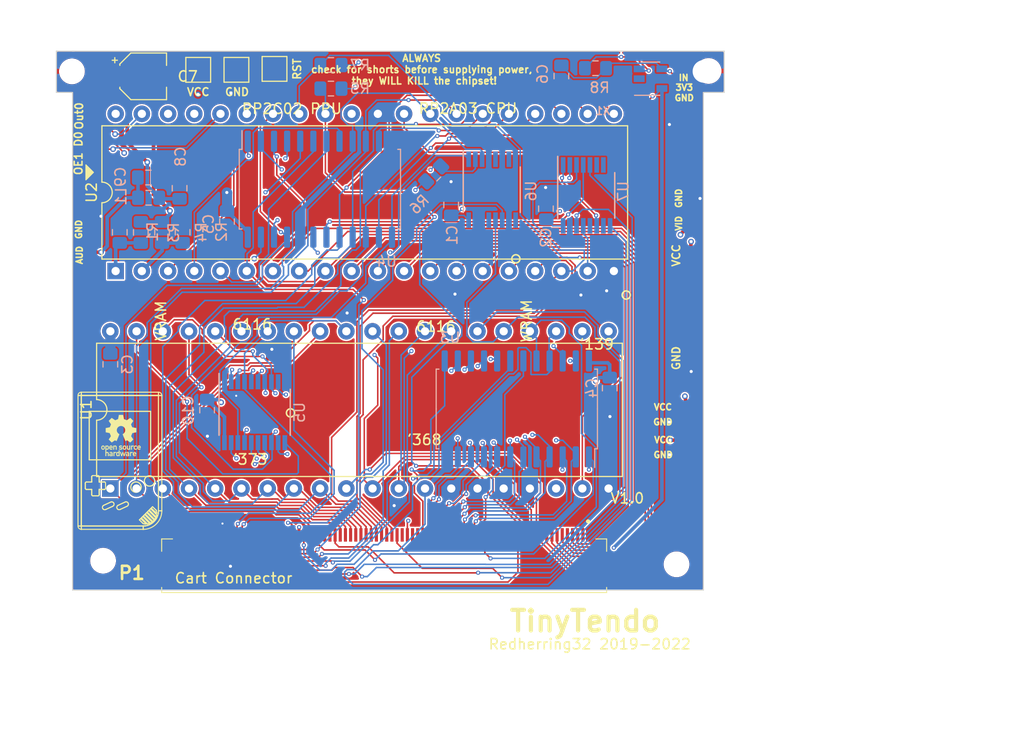
<source format=kicad_pcb>
(kicad_pcb (version 20240108) (generator "pcbnew") (generator_version "8.0")
  (layers (0 "F.Cu" signal) (1 "In1.Cu" signal) (2 "In2.Cu" signal) (31 "B.Cu" signal) (34 "B.Paste" user) (35 "F.Paste" user) (36 "B.SilkS" user "B.Silkscreen") (37 "F.SilkS" user "F.Silkscreen") (38 "B.Mask" user) (39 "F.Mask" user) (44 "Edge.Cuts" user))
  (net 0 "")
  (net 1 "/VCC")
  (net 2 "/GND")
  (net 3 "/SYS-CLK")
  (net 4 "/~{OE1}")
  (net 5 "/OUT-0")
  (net 6 "/4016-D0")
  (net 7 "/~{OE2}")
  (net 8 "/SOUND-1")
  (net 9 "/SOUND-2")
  (net 10 "/~{NMI}")
  (net 11 "/~{IRQ}")
  (net 12 "/CPU-A8")
  (net 13 "/CPU-D2")
  (net 14 "/CPU-A9")
  (net 15 "/CPU-D1")
  (net 16 "/CPU-R~{W}")
  (net 17 "/CPU-D0")
  (net 18 "/CPU-A0")
  (net 19 "/CPU-A10")
  (net 20 "/CPU-A1")
  (net 21 "/WRAM-~{CE}")
  (net 22 "/CPU-A2")
  (net 23 "/CPU-D7")
  (net 24 "/CPU-A3")
  (net 25 "/CPU-D6")
  (net 26 "/CPU-A4")
  (net 27 "/CPU-D5")
  (net 28 "/CPU-A5")
  (net 29 "/CPU-D4")
  (net 30 "/CPU-A6")
  (net 31 "/CPU-D3")
  (net 32 "/CPU-A7")
  (net 33 "/PPU-A7")
  (net 34 "/PPU-A0")
  (net 35 "/PPU-D7")
  (net 36 "/PPU-D0")
  (net 37 "/PPU-D5")
  (net 38 "/PPU-D2")
  (net 39 "/PPU-A5")
  (net 40 "/PPU-A2")
  (net 41 "/PPU-A3")
  (net 42 "/PPU-A4")
  (net 43 "/PPU-D3")
  (net 44 "/PPU-D4")
  (net 45 "/PPU-D1")
  (net 46 "/PPU-D6")
  (net 47 "/PPU-A1")
  (net 48 "/PPU-A6")
  (net 49 "/ALE")
  (net 50 "/M2")
  (net 51 "/CPU-A15")
  (net 52 "/PPU-~{CE}")
  (net 53 "/CPU-A14")
  (net 54 "/CPU-A13")
  (net 55 "/~{ROMSEL}")
  (net 56 "/PPU-A8")
  (net 57 "/PPU-A9")
  (net 58 "/PPU-~{WE}")
  (net 59 "/PPU-~{RD}")
  (net 60 "/VRAM-A10")
  (net 61 "/VRAM-~{CE}")
  (net 62 "/PPU-A10")
  (net 63 "/PPU-A11")
  (net 64 "/PPU-A12")
  (net 65 "/PPU-A13")
  (net 66 "/OUT-1")
  (net 67 "/OUT-2")
  (net 68 "/CPU-A12")
  (net 69 "/CPU-A11")
  (net 70 "/~{RST}")
  (net 71 "/PPU-~{A13}")
  (net 72 "/SYSTEM-CLK")
  (net 73 "/AUDIO")
  (net 74 "/VIDEO")
  (net 75 "/3V3")
  (net 76 "Net-(C7-Pad2)")
  (net 77 "Net-(C7-Pad1)")
  (net 78 "Net-(U7-Pad7)")
  (net 79 "Net-(P1-Pad71)")
  (net 80 "Net-(U7-Pad12)")
  (net 81 "Net-(U7-Pad1)")
  (net 82 "Net-(U7-Pad10)")
  (net 83 "Net-(U7-Pad6)")
  (net 84 "Net-(P1-Pad70)")
  (net 85 "Net-(P1-Pad55)")
  (net 86 "Net-(P1-Pad54)")
  (net 87 "Net-(P1-Pad53)")
  (net 88 "Net-(P1-Pad52)")
  (net 89 "Net-(P1-Pad51)")
  (net 90 "Net-(P1-Pad35)")
  (net 91 "Net-(P1-Pad34)")
  (net 92 "Net-(P1-Pad20)")
  (net 93 "Net-(P1-Pad19)")
  (net 94 "Net-(P1-Pad18)")
  (net 95 "Net-(P1-Pad17)")
  (net 96 "Net-(P1-Pad16)")
  (net 97 "Net-(U6-Pad5)")
  (net 98 "Net-(U6-Pad7)")
  (net 99 "Net-(U6-Pad9)")
  (net 100 "Net-(U6-Pad13)")
  (net 101 "Net-(X1-Pad2)")
  (net 102 "Net-(R8-Pad1)")
  (footprint "TinyTendo:SolderPad" (layer "F.Cu") (at 176.663 85.275 180)
    (property "Reference" "J4")
    (property "Value" "Conn_01x01_Male")
  )
  (footprint "TinyTendo:SolderPad" (layer "F.Cu") (at 176.681 82.883 180)
    (property "Reference" "J5")
    (property "Value" "Conn_01x01_Male")
  )
  (footprint "TinyTendo:SolderPad" (layer "F.Cu") (at 176.649 87.687 180)
    (property "Reference" "J6")
    (property "Value" "Conn_01x01_Male")
  )
  (footprint "MountingHole:MountingHole_2.2mm_M2" (layer "F.Cu") (at 178.25 128)
    (property "Reference" "H3")
    (property "Value" " ")
  )
  (footprint "MountingHole:MountingHole_2.2mm_M2" (layer "F.Cu") (at 233.15 128.35)
    (property "Reference" "H2")
    (property "Value" " ")
  )
  (footprint "MountingHole:MountingHole_2.2mm_M2" (layer "F.Cu") (at 235.81 80.57)
    (property "Reference" "H1")
    (property "Value" " ")
  )
  (footprint "MountingHole:MountingHole_2.2mm_M2" (layer "F.Cu") (at 174.59 80.57)
    (property "Reference" "H4")
    (property "Value" " ")
  )
  (footprint "TestPoint:TestPoint_Pad_2.0x2.0mm" (layer "F.Cu") (at 190.52 80.42 90)
    (property "Reference" "J3")
    (property "Value" "Conn_01x01_Male")
  )
  (footprint "TestPoint:TestPoint_Pad_2.0x2.0mm" (layer "F.Cu") (at 186.82 80.42)
    (property "Reference" "J4")
    (property "Value" "Conn_01x01_Male")
  )
  (footprint "TestPoint:TestPoint_Pad_2.0x2.0mm" (layer "F.Cu") (at 194.21 80.33)
    (property "Reference" "J5")
    (property "Value" "Conn_01x01_Male")
  )
  (footprint "Package_DIP:DIP-40_W15.24mm" (layer "F.Cu") (at 178.308 121.002 90)
    (property "Reference" "U1")
    (property "Value" "RP2C02 PPU")
  )
  (footprint "Package_DIP:DIP-40_W15.24mm" (layer "F.Cu") (at 178.821 99.925 90)
    (property "Reference" "U2")
    (property "Value" "RP2A03 CPU")
  )
  (footprint "TinyTendo:SolderPad" (layer "F.Cu") (at 234.54 95.35 180)
    (property "Reference" "J9")
    (property "Value" "Conn_01x01_Male")
  )
  (footprint "TinyTendo:SolderPad" (layer "F.Cu") (at 234.54 92.86)
    (property "Reference" "J7")
    (property "Value" "Conn_01x01_Male")
  )
  (footprint "TinyTendo:XF3M80151BE" (layer "F.Cu") (at 204.73 127.25)
    (property "Reference" "P1")
    (property "Value" "72-Pin Connector" (hide yes))
  )
  (footprint "TinyTendo:SolderPad" (layer "F.Cu") (at 234.548 106.308 180)
    (property "Reference" "J6")
    (property "Value" "Conn_01x01_Male")
  )
  (footprint "TinyTendo:SolderPad" (layer "F.Cu") (at 234.54 96.628 180)
    (property "Reference" "J6")
    (property "Value" "Conn_01x01_Male")
  )
  (footprint "TinyTendo:SolderPad" (layer "F.Cu") (at 234.02 84.36 90)
    (property "Reference" "J1")
    (property "Value" "Conn_01x01_Male")
  )
  (footprint "TinyTendo:SolderPad" (layer "F.Cu") (at 234.04 85.81 90)
    (property "Reference" "J2")
    (property "Value" "Conn_01x01_Male")
  )
  (footprint "TinyTendo:SolderPad" (layer "F.Cu") (at 232.048 113.14 -90)
    (property "Reference" "J6")
    (property "Value" "Conn_01x01_Male")
  )
  (footprint "TinyTendo:SolderPad" (layer "F.Cu") (at 234.04 114.57 90)
    (property "Reference" "J2")
    (property "Value" "Conn_01x01_Male")
  )
  (footprint "TinyTendo:OSHW" (layer "F.Cu") (at 179.34 115.87)
    (property "Reference" "REF**" (hide yes))
    (property "Value" "OSHW-Logo_3.8x4mm_SilkScreen" (hide yes))
  )
  (footprint "TinyTendo:SolderPad" (layer "F.Cu") (at 234.07 117.75 90)
    (property "Reference" "J2")
    (property "Value" "Conn_01x01_Male")
  )
  (footprint "TinyTendo:SolderPad" (layer "F.Cu") (at 232.078 116.32 -90)
    (property "Reference" "J6")
    (property "Value" "Conn_01x01_Male")
  )
  (footprint "Capacitor_SMD:CP_Elec_4x5.3" (layer "F.Cu") (at 181.49 81.05)
    (property "Reference" "C7")
    (property "Value" "1uF")
  )
  (footprint "TinyTendo:SolderPad" (layer "F.Cu") (at 176.515 98.36 180)
    (property "Reference" "J8")
    (property "Value" "Conn_01x01_Male")
  )
  (footprint "TinyTendo:SolderPad" (layer "F.Cu") (at 176.515 95.88)
    (property "Reference" "J7")
    (property "Value" "Conn_01x01_Male")
  )
  (footprint "Package_SO:TSSOP-16_4.4x5mm_P0.65mm" (layer "B.Cu") (at 215.29 92.04 -90)
    (property "Reference" "U6")
    (property "Value" "40H368 (CI)")
  )
  (footprint "Package_SO:SOIC-24W_7.5x15.4mm_P1.27mm" (layer "B.Cu") (at 198.605 91.99 -90)
    (property "Reference" "U4")
    (property "Value" "6116 (WRAM)")
  )
  (footprint "Package_SO:TSSOP-20_4.4x6.5mm_P0.65mm" (layer "B.Cu") (at 192.285 113.61 -90)
    (property "Reference" "U5")
    (property "Value" "74HC373")
  )
  (footprint "Package_SO:SOIC-24W_7.5x15.4mm_P1.27mm" (layer "B.Cu") (at 217.68 113.29 90)
    (property "Reference" "U3")
    (property "Value" "6116 (VRAM)")
  )
  (footprint "Package_SO:TSSOP-16_4.4x5mm_P0.65mm" (layer "B.Cu") (at 224.44 92.59 -90)
    (property "Reference" "U7")
    (property "Value" "74HC139")
  )
  (footprint "Capacitor_SMD:C_0805_2012Metric_Pad1.15x1.40mm_HandSolder" (layer "B.Cu") (at 226.68 111.275 90)
    (property "Reference" "C4")
    (property "Value" "10nF")
  )
  (footprint "Capacitor_SMD:C_0805_2012Metric_Pad1.15x1.40mm_HandSolder" (layer "B.Cu") (at 189.61 95.13 90)
    (property "Reference" "C5")
    (property "Value" "10nF")
  )
  (footprint "Capacitor_SMD:C_0805_2012Metric_Pad1.15x1.40mm_HandSolder" (layer "B.Cu") (at 178.308 108.966 90)
    (property "Reference" "C3")
    (property "Value" "0.1uF")
  )
  (footprint "Capacitor_SMD:C_0805_2012Metric_Pad1.15x1.40mm_HandSolder" (layer "B.Cu") (at 181.995002 90.86)
    (property "Reference" "C9")
    (property "Value" "0.1uF")
  )
  (footprint "Capacitor_SMD:C_0805_2012Metric_Pad1.15x1.40mm_HandSolder" (layer "B.Cu") (at 220.5 93.88 -90)
    (property "Reference" "C2")
    (property "Value" "10nF")
  )
  (footprint "Capacitor_SMD:C_0805_2012Metric_Pad1.15x1.40mm_HandSolder" (layer "B.Cu") (at 211.32 93.51 -90)
    (property "Reference" "C1")
    (property "Value" "10nF")
  )
  (footprint "Capacitor_SMD:C_0805_2012Metric_Pad1.15x1.40mm_HandSolder" (layer "B.Cu") (at 187.68 113.41 90)
    (property "Reference" "C10")
    (property "Value" "10nF")
  )
  (footprint "Inductor_SMD:L_0805_2012Metric_Pad1.15x1.40mm_HandSolder" (layer "B.Cu") (at 182.015001 92.82 180)
    (property "Reference" "L1")
    (property "Value" "39uH")
  )
  (footprint "Resistor_SMD:R_0805_2012Metric_Pad1.15x1.40mm_HandSolder" (layer "B.Cu") (at 179.22 96.165 -90)
    (property "Reference" "R1")
    (property "Value" "160")
  )
  (footprint "Resistor_SMD:R_0805_2012Metric_Pad1.15x1.40mm_HandSolder" (layer "B.Cu") (at 185.31 96.16 -90)
    (property "Reference" "R2")
    (property "Value" "160")
  )
  (footprint "Resistor_SMD:R_0805_2012Metric_Pad1.15x1.40mm_HandSolder" (layer "B.Cu") (at 181.26 96.18 -90)
    (property "Reference" "R3")
    (property "Value" "200")
  )
  (footprint "Resistor_SMD:R_0805_2012Metric_Pad1.15x1.40mm_HandSolder" (layer "B.Cu") (at 183.32 96.18 -90)
    (property "Reference" "R4")
    (property "Value" "100")
  )
  (footprint "Capacitor_SMD:C_0805_2012Metric_Pad1.15x1.40mm_HandSolder" (layer "B.Cu") (at 221.996 81.026 90)
    (property "Reference" "C6")
    (property "Value" "0.1uF")
  )
  (footprint "Resistor_SMD:R_0805_2012Metric_Pad1.15x1.40mm_HandSolder" (layer "B.Cu") (at 199.675001 82.24 180)
    (property "Reference" "R5")
    (property "Value" "10K")
  )
  (footprint "Resistor_SMD:R_0805_2012Metric_Pad1.15x1.40mm_HandSolder" (layer "B.Cu") (at 209.62 90.5 45)
    (property "Reference" "R6")
    (property "Value" "10K")
  )
  (footprint "Resistor_SMD:R_0805_2012Metric_Pad1.15x1.40mm_HandSolder" (layer "B.Cu") (at 199.675001 79.954 180)
    (property "Reference" "R7")
    (property "Value" "10K")
  )
  (footprint "Resistor_SMD:R_0805_2012Metric_Pad1.15x1.40mm_HandSolder" (layer "B.Cu") (at 225.298 80.264)
    (property "Reference" "R8")
    (property "Value" "1K")
  )
  (footprint "Package_TO_SOT_SMD:SOT-23-5" (layer "B.Cu") (at 230.632 81.28)
    (property "Reference" "X1")
    (property "Value" "SiT2001B")
  )
  (footprint "Capacitor_SMD:C_0805_2012Metric_Pad1.15x1.40mm_HandSolder" (layer "B.Cu") (at 185.015002 91.895001 -90)
    (property "Reference" "C8")
    (property "Value" "220pF")
  )
  (gr_circle (center 217.59 98.74) (end 217.89 99) (stroke (width 0.15)) (fill none) (layer "F.SilkS"))
  (gr_circle (center 228.276988 102.25) (end 228.576988 102.51) (stroke (width 0.15)) (fill none) (layer "F.SilkS"))
  (gr_circle (center 195.76 113.673012) (end 196.06 113.933012) (stroke (width 0.15)) (fill none) (layer "F.SilkS"))
  (gr_poly (pts (xy 175.94 89.63) (xy 176.67 90.36) (xy 175.94 91.09)) (stroke (width 0.1)) (fill solid) (layer "F.SilkS"))
  (gr_line (start 182.969174 123.162342) (end 182.969174 111.988843) (stroke (width 0.1)) (layer "F.SilkS"))
  (gr_arc (start 177.733424 120.372343) (mid 177.809792 120.403975) (end 177.841424 120.480343) (stroke (width 0.1)) (layer "F.SilkS"))
  (gr_line (start 182.269324 122.895785) (end 182.795207 123.404902) (stroke (width 0.1)) (layer "F.SilkS"))
  (gr_line (start 177.114674 119.753593) (end 176.610674 119.753593) (stroke (width 0.1)) (layer "F.SilkS"))
  (gr_line (start 175.499174 124.638343) (end 181.493174 124.638343) (stroke (width 0.1)) (layer "F.SilkS"))
  (gr_line (start 178.346267 122.316954) (end 177.682556 122.62267) (stroke (width 0.1)) (layer "F.SilkS"))
  (gr_arc (start 177.222674 121.603093) (mid 177.191042 121.679461) (end 177.114674 121.711093) (stroke (width 0.1)) (layer "F.SilkS"))
  (gr_line (start 182.969174 111.664843) (end 182.969174 111.988843) (stroke (width 0.1)) (layer "F.SilkS"))
  (gr_arc (start 176.610674 121.711093) (mid 176.534306 121.679461) (end 176.502674 121.603093) (stroke (width 0.1)) (layer "F.SilkS"))
  (gr_line (start 182.969174 111.988843) (end 183.293174 111.988843) (stroke (width 0.1)) (layer "F.SilkS"))
  (gr_line (start 182.014765 123.150344) (end 181.887486 123.277623) (stroke (width 0.1)) (layer "F.SilkS"))
  (gr_line (start 182.969174 111.988843) (end 175.499174 111.988843) (stroke (width 0.1)) (layer "F.SilkS"))
  (gr_line (start 175.499174 111.988843) (end 175.499174 111.664843) (stroke (width 0.1)) (layer "F.SilkS"))
  (gr_arc (start 181.776839 124.439769) (mid 181.629704 124.431642) (end 181.485214 124.402702) (stroke (width 0.1)) (layer "F.SilkS"))
  (gr_line (start 176.502674 119.861593) (end 176.502674 120.372343) (stroke (width 0.1)) (layer "F.SilkS"))
  (gr_line (start 181.493174 124.638343) (end 181.493174 124.962343) (stroke (width 0.1)) (layer "F.SilkS"))
  (gr_line (start 175.883924 120.480343) (end 175.883924 120.984343) (stroke (width 0.1)) (layer "F.SilkS"))
  (gr_arc (start 176.502674 119.861593) (mid 176.534306 119.785225) (end 176.610674 119.753593) (stroke (width 0.1)) (layer "F.SilkS"))
  (gr_arc (start 182.101071 124.382162) (mid 181.99948 124.411865) (end 181.895387 124.431036) (stroke (width 0.1)) (layer "F.SilkS"))
  (gr_line (start 181.25109 123.914019) (end 181.123811 124.041298) (stroke (width 0.1)) (layer "F.SilkS"))
  (gr_line (start 181.632928 123.532181) (end 181.505648 123.659461) (stroke (width 0.1)) (layer "F.SilkS"))
  (gr_line (start 176.264174 113.52334) (end 176.264174 118.22134) (stroke (width 0.1)) (layer "F.SilkS"))
  (gr_circle (center 182.106018 120.270184) (end 181.603818 120.270184) (stroke (width 0.1)) (fill none) (layer "F.SilkS"))
  (gr_line (start 175.499174 124.638343) (end 175.499174 111.988843) (stroke (width 0.1)) (layer "F.SilkS"))
  (gr_line (start 175.499174 124.962343) (end 181.493174 124.962343) (stroke (width 0.1)) (layer "F.SilkS"))
  (gr_line (start 182.786341 123.540082) (end 182.205684 122.959425) (stroke (width 0.1)) (layer "F.SilkS"))
  (gr_line (start 182.078405 123.086704) (end 182.737467 123.745766) (stroke (width 0.1)) (layer "F.SilkS"))
  (gr_arc (start 182.700923 123.836502) (mid 182.658209 123.919507) (end 182.608189 123.998326) (stroke (width 0.1)) (layer "F.SilkS"))
  (gr_arc (start 182.969173 123.162342) (mid 182.536863 124.206032) (end 181.493174 124.638343) (stroke (width 0.1)) (layer "F.SilkS"))
  (gr_line (start 176.264174 118.22134) (end 182.204174 118.22134) (stroke (width 0.1)) (layer "F.SilkS"))
  (gr_line (start 182.969174 111.988843) (end 182.969174 123.162342) (stroke (width 0.1)) (layer "F.SilkS"))
  (gr_line (start 181.493174 124.638343) (end 175.499174 124.638343) (stroke (width 0.1)) (layer "F.SilkS"))
  (gr_line (start 182.394525 122.766461) (end 182.269324 122.895785) (stroke (width 0.1)) (layer "F.SilkS"))
  (gr_line (start 175.175174 111.988843) (end 175.175174 124.638343) (stroke (width 0.1)) (layer "F.SilkS"))
  (gr_line (start 182.55293 124.070346) (end 181.823847 123.341263) (stroke (width 0.1)) (layer "F.SilkS"))
  (gr_line (start 175.499174 124.638343) (end 175.175174 124.638343) (stroke (width 0.1)) (layer "F.SilkS"))
  (gr_line (start 182.55293 124.070346) (end 181.823847 123.341263) (stroke (width 0.1)) (layer "F.SilkS"))
  (gr_arc (start 182.969174 111.664843) (mid 183.198277 111.75974) (end 183.293174 111.988843) (stroke (width 0.1)) (layer "F.SilkS"))
  (gr_line (start 178.346267 122.316954) (end 177.682556 122.62267) (stroke (width 0.1)) (layer "F.SilkS"))
  (gr_line (start 176.610674 121.711093) (end 177.114674 121.711093) (stroke (width 0.1)) (layer "F.SilkS"))
  (gr_arc (start 179.265867 123.028691) (mid 178.956703 122.926728) (end 179.07261 122.622518) (stroke (width 0.1)) (layer "F.SilkS"))
  (gr_arc (start 182.35363 124.252884) (mid 182.274811 124.302904) (end 182.191806 124.345618) (stroke (width 0.1)) (layer "F.SilkS"))
  (gr_line (start 182.204174 113.52334) (end 176.264174 113.52334) (stroke (width 0.1)) (layer "F.SilkS"))
  (gr_line (start 176.502674 121.092343) (end 176.502674 121.603093) (stroke (width 0.1)) (layer "F.SilkS"))
  (gr_line (start 175.499174 124.962343) (end 175.499174 124.638343) (stroke (width 0.1)) (layer "F.SilkS"))
  (gr_line (start 177.860114 123.036285) (end 178.524226 122.730409) (stroke (width 0.1)) (layer "F.SilkS"))
  (gr_line (start 176.502674 119.861593) (end 176.502674 120.372343) (stroke (width 0.1)) (layer "F.SilkS"))
  (gr_circle (center 180.795674 120.867343) (end 180.293474 120.867343) (stroke (width 0.1)) (fill none) (layer "F.SilkS"))
  (gr_arc (start 175.991924 121.092343) (mid 175.915556 121.060711) (end 175.883924 120.984343) (stroke (width 0.1)) (layer "F.SilkS"))
  (gr_arc (start 178.346268 122.316953) (mid 178.64725 122.432432) (end 178.524226 122.730409) (stroke (width 0.1)) (layer "F.SilkS"))
  (gr_line (start 182.35363 124.252884) (end 181.632928 123.532181) (stroke (width 0.1)) (layer "F.SilkS"))
  (gr_line (start 179.739362 122.313987) (end 179.07261 122.622518) (stroke (width 0.1)) (layer "F.SilkS"))
  (gr_arc (start 182.786341 123.540082) (mid 182.767169 123.644175) (end 182.737467 123.745766) (stroke (width 0.1)) (layer "F.SilkS"))
  (gr_line (start 182.786341 123.540082) (end 182.205684 122.959425) (stroke (width 0.1)) (layer "F.SilkS"))
  (gr_line (start 181.632928 123.532181) (end 181.505648 123.659461) (stroke (width 0.1)) (layer "F.SilkS"))
  (gr_arc (start 181.776839 124.439769) (mid 181.629704 124.431642) (end 181.485214 124.402702) (stroke (width 0.1)) (layer "F.SilkS"))
  (gr_arc (start 175.991924 121.092343) (mid 175.915556 121.060711) (end 175.883924 120.984343) (stroke (width 0.1)) (layer "F.SilkS"))
  (gr_line (start 177.222674 121.603093) (end 177.222674 121.092343) (stroke (width 0.1)) (layer "F.SilkS"))
  (gr_arc (start 179.265867 123.028691) (mid 178.956703 122.926728) (end 179.07261 122.622518) (stroke (width 0.1)) (layer "F.SilkS"))
  (gr_line (start 181.823847 123.341263) (end 181.696567 123.468542) (stroke (width 0.1)) (layer "F.SilkS"))
  (gr_circle (center 182.106018 120.270184) (end 181.603818 120.270184) (stroke (width 0.1)) (fill none) (layer "F.SilkS"))
  (gr_line (start 182.101071 124.382162) (end 181.442009 123.7231) (stroke (width 0.1)) (layer "F.SilkS"))
  (gr_line (start 176.264174 113.52334) (end 176.264174 118.22134) (stroke (width 0.1)) (layer "F.SilkS"))
  (gr_line (start 181.776839 124.439769) (end 181.25109 123.914019) (stroke (width 0.1)) (layer "F.SilkS"))
  (gr_line (start 179.265866 123.028691) (end 179.928317 122.722691) (stroke (width 0.1)) (layer "F.SilkS"))
  (gr_line (start 179.265866 123.028691) (end 179.928317 122.722691) (stroke (width 0.1)) (layer "F.SilkS"))
  (gr_arc (start 177.860115 123.036284) (mid 177.559053 122.920607) (end 177.682556 122.62267) (stroke (width 0.1)) (layer "F.SilkS"))
  (gr_circle (center 180.795674 120.867343) (end 180.293474 120.867343) (stroke (width 0.1)) (fill none) (layer "F.SilkS"))
  (gr_arc (start 182.55293 124.070346) (mid 182.492063 124.136758) (end 182.425651 124.197625) (stroke (width 0.1)) (layer "F.SilkS"))
  (gr_line (start 181.696567 123.468542) (end 182.425651 124.197625) (stroke (width 0.1)) (layer "F.SilkS"))
  (gr_arc (start 177.114674 119.753593) (mid 177.191042 119.785225) (end 177.222674 119.861593) (stroke (width 0.1)) (layer "F.SilkS"))
  (gr_line (start 181.696567 123.468542) (end 182.425651 124.197625) (stroke (width 0.1)) (layer "F.SilkS"))
  (gr_arc (start 177.841424 120.984343) (mid 177.809792 121.060711) (end 177.733424 121.092343) (stroke (width 0.1)) (layer "F.SilkS"))
  (gr_arc (start 177.222674 121.603093) (mid 177.191042 121.679461) (end 177.114674 121.711093) (stroke (width 0.1)) (layer "F.SilkS"))
  (gr_line (start 177.222674 121.603093) (end 177.222674 121.092343) (stroke (width 0.1)) (layer "F.SilkS"))
  (gr_line (start 182.969174 111.664843) (end 182.969174 111.988843) (stroke (width 0.1)) (layer "F.SilkS"))
  (gr_line (start 176.502674 121.092343) (end 176.502674 121.603093) (stroke (width 0.1)) (layer "F.SilkS"))
  (gr_line (start 181.123811 124.041298) (end 181.485214 124.402702) (stroke (width 0.1)) (layer "F.SilkS"))
  (gr_line (start 182.753475 123.113968) (end 182.394525 122.766461) (stroke (width 0.1)) (layer "F.SilkS"))
  (gr_line (start 181.505648 123.659461) (end 182.191806 124.345618) (stroke (width 0.1)) (layer "F.SilkS"))
  (gr_line (start 182.269324 122.895785) (end 182.795207 123.404902) (stroke (width 0.1)) (layer "F.SilkS"))
  (gr_line (start 182.969174 111.988843) (end 183.293174 111.988843) (stroke (width 0.1)) (layer "F.SilkS"))
  (gr_line (start 175.499174 124.638343) (end 175.175174 124.638343) (stroke (width 0.1)) (layer "F.SilkS"))
  (gr_line (start 177.841424 120.984343) (end 177.841424 120.480343) (stroke (width 0.1)) (layer "F.SilkS"))
  (gr_arc (start 176.610674 121.711093) (mid 176.534306 121.679461) (end 176.502674 121.603093) (stroke (width 0.1)) (layer "F.SilkS"))
  (gr_arc (start 177.860115 123.036284) (mid 177.559053 122.920607) (end 177.682556 122.62267) (stroke (width 0.1)) (layer "F.SilkS"))
  (gr_arc (start 182.700923 123.836502) (mid 182.658209 123.919507) (end 182.608189 123.998326) (stroke (width 0.1)) (layer "F.SilkS"))
  (gr_line (start 176.502674 120.372343) (end 175.991924 120.372343) (stroke (width 0.1)) (layer "F.SilkS"))
  (gr_line (start 181.505648 123.659461) (end 182.191806 124.345618) (stroke (width 0.1)) (layer "F.SilkS"))
  (gr_line (start 176.502674 120.372343) (end 175.991924 120.372343) (stroke (width 0.1)) (layer "F.SilkS"))
  (gr_line (start 182.753475 123.113968) (end 182.394525 122.766461) (stroke (width 0.1)) (layer "F.SilkS"))
  (gr_arc (start 179.739364 122.313987) (mid 180.038261 122.423831) (end 179.928317 122.722691) (stroke (width 0.1)) (layer "F.SilkS"))
  (gr_arc (start 182.101071 124.382162) (mid 181.99948 124.411865) (end 181.895387 124.431036) (stroke (width 0.1)) (layer "F.SilkS"))
  (gr_line (start 177.222674 121.092343) (end 177.733424 121.092343) (stroke (width 0.1)) (layer "F.SilkS"))
  (gr_line (start 177.860114 123.036285) (end 178.524226 122.730409) (stroke (width 0.1)) (layer "F.SilkS"))
  (gr_line (start 182.394525 122.766461) (end 182.269324 122.895785) (stroke (width 0.1)) (layer "F.SilkS"))
  (gr_arc (start 182.969175 123.162342) (mid 182.536864 124.206032) (end 181.493174 124.638343) (stroke (width 0.1)) (layer "F.SilkS"))
  (gr_line (start 181.442009 123.7231) (end 181.31473 123.850379) (stroke (width 0.1)) (layer "F.SilkS"))
  (gr_arc (start 177.733424 120.372343) (mid 177.809792 120.403975) (end 177.841424 120.480343) (stroke (width 0.1)) (layer "F.SilkS"))
  (gr_arc (start 182.753475 123.113968) (mid 182.78472 123.257946) (end 182.795207 123.404902) (stroke (width 0.1)) (layer "F.SilkS"))
  (gr_arc (start 182.753475 123.113968) (mid 182.78472 123.257946) (end 182.795207 123.404902) (stroke (width 0.1)) (layer "F.SilkS"))
  (gr_line (start 182.204174 118.22134) (end 182.204174 113.52334) (stroke (width 0.1)) (layer "F.SilkS"))
  (gr_line (start 176.264174 118.22134) (end 182.204174 118.22134) (stroke (width 0.1)) (layer "F.SilkS"))
  (gr_arc (start 179.739364 122.313987) (mid 180.038261 122.423831) (end 179.928317 122.722691) (stroke (width 0.1)) (layer "F.SilkS"))
  (gr_line (start 182.969174 111.664843) (end 175.499174 111.664843) (stroke (width 0.1)) (layer "F.SilkS"))
  (gr_line (start 182.101071 124.382162) (end 181.442009 123.7231) (stroke (width 0.1)) (layer "F.SilkS"))
  (gr_arc (start 177.114674 119.753593) (mid 177.191042 119.785225) (end 177.222674 119.861593) (stroke (width 0.1)) (layer "F.SilkS"))
  (gr_line (start 182.700923 123.836502) (end 182.014765 123.150344) (stroke (width 0.1)) (layer "F.SilkS"))
  (gr_line (start 175.499174 111.988843) (end 182.969174 111.988844) (stroke (width 0.1)) (layer "F.SilkS"))
  (gr_arc (start 178.346268 122.316953) (mid 178.64725 122.432432) (end 178.524226 122.730409) (stroke (width 0.1)) (layer "F.SilkS"))
  (gr_line (start 175.499174 111.988843) (end 175.499174 124.638343) (stroke (width 0.1)) (layer "F.SilkS"))
  (gr_line (start 177.222674 121.092343) (end 177.733424 121.092343) (stroke (width 0.1)) (layer "F.SilkS"))
  (gr_line (start 181.123811 124.041298) (end 181.485214 124.402702) (stroke (width 0.1)) (layer "F.SilkS"))
  (gr_arc (start 182.969175 123.162342) (mid 182.536864 124.206032) (end 181.493174 124.638343) (stroke (width 0.1)) (layer "F.SilkS"))
  (gr_line (start 182.700923 123.836502) (end 182.014765 123.150344) (stroke (width 0.1)) (layer "F.SilkS"))
  (gr_line (start 181.493174 124.638343) (end 175.499174 124.638343) (stroke (width 0.1)) (layer "F.SilkS"))
  (gr_line (start 175.499174 111.988843) (end 182.969174 111.988843) (stroke (width 0.1)) (layer "F.SilkS"))
  (gr_line (start 175.499174 124.638343) (end 175.499174 111.988843) (stroke (width 0.1)) (layer "F.SilkS"))
  (gr_line (start 182.35363 124.252884) (end 181.632928 123.532181) (stroke (width 0.1)) (layer "F.SilkS"))
  (gr_line (start 175.499174 124.962343) (end 175.499174 124.638343) (stroke (width 0.1)) (layer "F.SilkS"))
  (gr_arc (start 183.293175 123.162342) (mid 182.765967 124.435135) (end 181.493174 124.962343) (stroke (width 0.1)) (layer "F.SilkS"))
  (gr_line (start 181.887486 123.277623) (end 182.608189 123.998326) (stroke (width 0.1)) (layer "F.SilkS"))
  (gr_line (start 176.610674 121.711093) (end 177.114674 121.711093) (stroke (width 0.1)) (layer "F.SilkS"))
  (gr_line (start 177.222674 120.372343) (end 177.222674 119.861593) (stroke (width 0.1)) (layer "F.SilkS"))
  (gr_line (start 182.204174 118.22134) (end 182.204174 113.52334) (stroke (width 0.1)) (layer "F.SilkS"))
  (gr_line (start 182.969174 111.988844) (end 182.969174 123.162342) (stroke (width 0.1)) (layer "F.SilkS"))
  (gr_line (start 181.442009 123.7231) (end 181.31473 123.850379) (stroke (width 0.1)) (layer "F.SilkS"))
  (gr_arc (start 182.55293 124.070346) (mid 182.492063 124.136758) (end 182.425651 124.197625) (stroke (width 0.1)) (layer "F.SilkS"))
  (gr_line (start 175.991924 121.092343) (end 176.502674 121.092343) (stroke (width 0.1)) (layer "F.SilkS"))
  (gr_line (start 182.205684 122.959425) (end 182.078405 123.086704) (stroke (width 0.1)) (layer "F.SilkS"))
  (gr_line (start 181.776839 124.439769) (end 181.25109 123.914019) (stroke (width 0.1)) (layer "F.SilkS"))
  (gr_line (start 181.887486 123.277623) (end 182.608189 123.998326) (stroke (width 0.1)) (layer "F.SilkS"))
  (gr_line (start 175.175174 111.988843) (end 175.499174 111.988843) (stroke (width 0.1)) (layer "F.SilkS"))
  (gr_line (start 175.499174 111.988843) (end 175.499174 111.664843) (stroke (width 0.1)) (layer "F.SilkS"))
  (gr_arc (start 182.786341 123.540082) (mid 182.767169 123.644175) (end 182.737467 123.745766) (stroke (width 0.1)) (layer "F.SilkS"))
  (gr_line (start 181.31473 123.850379) (end 181.895387 124.431036) (stroke (width 0.1)) (layer "F.SilkS"))
  (gr_line (start 177.114674 119.753593) (end 176.610674 119.753593) (stroke (width 0.1)) (layer "F.SilkS"))
  (gr_line (start 183.293173 123.162343) (end 182.969174 123.162342) (stroke (width 0.1)) (layer "F.SilkS"))
  (gr_arc (start 176.502674 119.861593) (mid 176.534306 119.785225) (end 176.610674 119.753593) (stroke (width 0.1)) (layer "F.SilkS"))
  (gr_line (start 177.841424 120.984343) (end 177.841424 120.480343) (stroke (width 0.1)) (layer "F.SilkS"))
  (gr_line (start 182.078405 123.086704) (end 182.737467 123.745766) (stroke (width 0.1)) (layer "F.SilkS"))
  (gr_line (start 181.25109 123.914019) (end 181.123811 124.041298) (stroke (width 0.1)) (layer "F.SilkS"))
  (gr_arc (start 175.499174 124.962343) (mid 175.270071 124.867446) (end 175.175174 124.638343) (stroke (width 0.1)) (layer "F.SilkS"))
  (gr_line (start 175.991924 121.092343) (end 176.502674 121.092343) (stroke (width 0.1)) (layer "F.SilkS"))
  (gr_arc (start 175.883924 120.480343) (mid 175.915556 120.403975) (end 175.991924 120.372343) (stroke (width 0.1)) (layer "F.SilkS"))
  (gr_line (start 175.175174 111.988843) (end 175.499174 111.988843) (stroke (width 0.1)) (layer "F.SilkS"))
  (gr_line (start 182.204174 113.52334) (end 176.264174 113.52334) (stroke (width 0.1)) (layer "F.SilkS"))
  (gr_arc (start 177.841424 120.984343) (mid 177.809792 121.060711) (end 177.733424 121.092343) (stroke (width 0.1)) (layer "F.SilkS"))
  (gr_arc (start 175.883924 120.480343) (mid 175.915556 120.403975) (end 175.991924 120.372343) (stroke (width 0.1)) (layer "F.SilkS"))
  (gr_line (start 177.222674 120.372343) (end 177.222674 119.861593) (stroke (width 0.1)) (layer "F.SilkS"))
  (gr_line (start 183.293173 123.162343) (end 183.293174 111.988843) (stroke (width 0.1)) (layer "F.SilkS"))
  (gr_line (start 181.31473 123.850379) (end 181.895387 124.431036) (stroke (width 0.1)) (layer "F.SilkS"))
  (gr_line (start 175.883924 120.480343) (end 175.883924 120.984343) (stroke (width 0.1)) (layer "F.SilkS"))
  (gr_arc (start 182.35363 124.252884) (mid 182.274811 124.302904) (end 182.191806 124.345618) (stroke (width 0.1)) (layer "F.SilkS"))
  (gr_line (start 183.293173 123.162343) (end 182.969174 123.162342) (stroke (width 0.1)) (layer "F.SilkS"))
  (gr_line (start 181.493174 124.638343) (end 181.493174 124.962343) (stroke (width 0.1)) (layer "F.SilkS"))
  (gr_line (start 182.014765 123.150344) (end 181.887486 123.277623) (stroke (width 0.1)) (layer "F.SilkS"))
  (gr_line (start 181.823847 123.341263) (end 181.696567 123.468542) (stroke (width 0.1)) (layer "F.SilkS"))
  (gr_line (start 177.733424 120.372343) (end 177.222674 120.372343) (stroke (width 0.1)) (layer "F.SilkS"))
  (gr_line (start 179.739362 122.313987) (end 179.07261 122.622518) (stroke (width 0.1)) (layer "F.SilkS"))
  (gr_line (start 177.733424 120.372343) (end 177.222674 120.372343) (stroke (width 0.1)) (layer "F.SilkS"))
  (gr_arc (start 175.175174 111.988843) (mid 175.270071 111.75974) (end 175.499174 111.664843) (stroke (width 0.1)) (layer "F.SilkS"))
  (gr_line (start 182.205684 122.959425) (end 182.078405 123.086704) (stroke (width 0.1)) (layer "F.SilkS"))
  (gr_line (start 235.75 130.85) (end 174.65 130.85) (stroke (width 0.1)) (layer "Edge.Cuts"))
  (gr_line (start 174.65 89.064) (end 174.65 130.85) (stroke (width 0.1)) (layer "Edge.Cuts"))
  (gr_line (start 174.65 78.61) (end 174.78 78.61) (stroke (width 0.1)) (layer "Edge.Cuts"))
  (gr_line (start 237.77 78.61) (end 235.75 78.61) (stroke (width 0.1)) (layer "Edge.Cuts"))
  (gr_line (start 235.75 82.61) (end 237.77 82.61) (stroke (width 0.1)) (layer "Edge.Cuts"))
  (gr_line (start 237.77 82.61) (end 237.77 78.61) (stroke (width 0.1)) (layer "Edge.Cuts"))
  (gr_line (start 173.08 78.61) (end 173.08 82.61) (stroke (width 0.1)) (layer "Edge.Cuts"))
  (gr_line (start 235.75 78.61) (end 174.78 78.61) (stroke (width 0.1)) (layer "Edge.Cuts"))
  (gr_line (start 235.75 89.066) (end 235.75 82.61) (stroke (width 0.1)) (layer "Edge.Cuts"))
  (gr_line (start 173.08 82.61) (end 174.65 82.61) (stroke (width 0.1)) (layer "Edge.Cuts"))
  (gr_line (start 235.75 89.066) (end 235.75 130.85) (stroke (width 0.1)) (layer "Edge.Cuts"))
  (gr_line (start 174.65 89.064) (end 174.65 82.61) (stroke (width 0.1)) (layer "Edge.Cuts"))
  (gr_line (start 174.65 78.61) (end 173.08 78.61) (stroke (width 0.1)) (layer "Edge.Cuts"))
  (gr_text "GND" (at 233.9 83.14 0) (layer "F.SilkS") (effects (font (size 0.6 0.6))))
  (gr_text "3V3\n" (at 233.9 82.13 0) (layer "F.SilkS") (effects (font (size 0.6 0.6))))
  (gr_text "IN\n" (at 233.84 81.19 0) (layer "F.SilkS") (effects (font (size 0.6 0.6))))
  (gr_text "GND" (at 231.83 114.56 0) (layer "F.SilkS") (effects (font (size 0.6 0.6))))
  (gr_text "VCC\n" (at 231.83 113.11 0) (layer "F.SilkS") (effects (font (size 0.6 0.6))))
  (gr_text "GND" (at 231.86 117.74 0) (layer "F.SilkS") (effects (font (size 0.6 0.6))))
  (gr_text "VCC\n" (at 231.86 116.29 0) (layer "F.SilkS") (effects (font (size 0.6 0.6))))
  (gr_text "6116" (at 209.84 105.3 0) (layer "F.SilkS") (effects (font (size 1 1))))
  (gr_text "RP2A03 CPU\n" (at 212.95 84.17 0) (layer "F.SilkS") (effects (font (size 1 1))))
  (gr_text "GND\n" (at 190.58 82.57 0) (layer "F.SilkS") (effects (font (size 0.75 0.75))))
  (gr_text "ALWAYS \ncheck for shorts before supplying power, \nthey WILL KILL the chipset!" (at 208.72 80.39 0) (layer "F.SilkS") (effects (font (size 0.68 0.68))))
  (gr_text "GND" (at 175.255 95.89 90) (layer "F.SilkS") (effects (font (size 0.6 0.6))))
  (gr_text "TinyTendo\n" (at 224.282 133.858 0) (layer "F.SilkS") (effects (font (size 2 2) (thickness 0.4))))
  (gr_text "VCC\n" (at 186.82 82.57 0) (layer "F.SilkS") (effects (font (size 0.75 0.75))))
  (gr_text "Cart Connector\n" (at 190.25 129.69 0) (layer "F.SilkS") (effects (font (size 1 1))))
  (gr_text "VRAM" (at 183.21 104.73 90) (layer "F.SilkS") (effects (font (size 1 1))))
  (gr_text "AUD\n" (at 175.315 98.38 90) (layer "F.SilkS") (effects (font (size 0.6 0.6))))
  (gr_text "OE1" (at 175.22 89.518 90) (layer "F.SilkS") (effects (font (size 0.75 0.75))))
  (gr_text "GND\n" (at 233.37 92.87 90) (layer "F.SilkS") (effects (font (size 0.6 0.6))))
  (gr_text "'373\n" (at 191.85 118.18 0) (layer "F.SilkS") (effects (font (size 1 1))))
  (gr_text "GND\n" (at 233.119 108.365 90) (layer "F.SilkS") (effects (font (size 0.75 0.75))))
  (gr_text "VID\n" (at 233.37 95.3 90) (layer "F.SilkS") (effects (font (size 0.6 0.6))))
  (gr_text "Redherring32 2019-2022\n" (at 224.742 136.088 0) (layer "F.SilkS") (effects (font (size 1 1))))
  (gr_text "6116" (at 192.05 105.09 0) (layer "F.SilkS") (effects (font (size 1 1))))
  (gr_text "'139" (at 225.41 107.02 0) (layer "F.SilkS") (effects (font (size 1 1))))
  (gr_text "'368" (at 208.72 116.28 0) (layer "F.SilkS") (effects (font (size 1 1))))
  (gr_text "V1.0\n" (at 228.39 121.95 0) (layer "F.SilkS") (effects (font (size 1 1))))
  (gr_text "RST\n" (at 196.4 80.35 90) (layer "F.SilkS") (effects (font (size 0.75 0.75))))
  (gr_text "RP2C02 PPU\n" (at 195.89 84.19 0) (layer "F.SilkS") (effects (font (size 1 1))))
  (gr_text "VCC" (at 233.119 98.411 90) (layer "F.SilkS") (effects (font (size 0.75 0.75))))
  (gr_text "D0" (at 175.22 87.13 90) (layer "F.SilkS") (effects (font (size 0.75 0.75))))
  (gr_text "WRAM\n" (at 218.63 104.76 90) (layer "F.SilkS") (effects (font (size 1 1))))
  (gr_text "Out0" (at 175.28 84.89 90) (layer "F.SilkS") (effects (font (size 0.75 0.75))))
  (segment (start 186.82 80.42) (end 186.82 82.78) (width 1) (layer "F.Cu") (net 1))
  (segment (start 234.54 98.6) (end 234.54 97.09) (width 0.35) (layer "F.Cu") (net 1))
  (segment (start 207.08 125.5) (end 207.08 124.21) (width 0.15) (layer "F.Cu") (net 1))
  (segment (start 234.02 112.12) (end 233.96 112.06) (width 0.35) (layer "F.Cu") (net 1))
  (segment (start 186.82 82.78) (end 186.8 82.8) (width 1) (layer "F.Cu") (net 1))
  (segment (start 234.05 116.32) (end 232.54 116.32) (width 0.35) (layer "F.Cu") (net 1))
  (segment (start 234.02 113.14) (end 234.02 112.12) (width 0.35) (layer "F.Cu") (net 1))
  (segment (start 234.54 97.09) (end 234.56 97.07) (width 0.35) (layer "F.Cu") (net 1))
  (segment (start 232.54 116.32) (end 232.53 116.31) (width 0.35) (layer "F.Cu") (net 1))
  (segment (start 207.08 124.21) (end 207.16 124.13) (width 0.15) (layer "F.Cu") (net 1))
  (via (at 221.86 94.12) (size 0.4) (drill 0.2) (layers "F.Cu" "B.Cu") (net 1))
  (via (at 202.35 79.693576) (size 0.4) (drill 0.2) (layers "F.Cu" "B.Cu") (net 1))
  (via (at 207.16 124.13) (size 0.4) (drill 0.2) (layers "F.Cu" "B.Cu") (net 1))
  (via (at 234.56 97.07) (size 0.55) (drill 0.3) (layers "F.Cu" "B.Cu") (net 1))
  (via (at 225.32 110.59) (size 0.55) (drill 0.3) (layers "F.Cu" "B.Cu") (net 1))
  (via (at 189.04 112.65) (size 0.55) (drill 0.3) (layers "F.Cu" "B.Cu") (net 1))
  (via (at 202.04 82) (size 0.4) (drill 0.2) (layers "F.Cu" "B.Cu") (net 1))
  (via (at 212.38 93.895) (size 0.4) (drill 0.2) (layers "F.Cu" "B.Cu") (net 1))
  (via (at 233.96 112.06) (size 0.55) (drill 0.3) (layers "F.Cu" "B.Cu") (net 1))
  (via (at 186.8 82.8) (size 0.55) (drill 0.3) (layers "F.Cu" "B.Cu") (net 1))
  (via (at 232.53 116.31) (size 0.55) (drill 0.3) (layers "F.Cu" "B.Cu") (net 1))
  (via (at 189.59 92.31) (size 0.55) (drill 0.3) (layers "F.Cu" "B.Cu") (net 1))
  (via (at 207.86 92.07) (size 0.4) (drill 0.2) (layers "F.Cu" "B.Cu") (net 1))
  (segment (start 189.61 92.33) (end 189.59 92.31) (width 1) (layer "B.Cu") (net 1))
  (segment (start 221.165 95.54) (end 220.53 94.905) (width 0.15) (layer "B.Cu") (net 1))
  (segment (start 211.740001 94.534999) (end 212.38 93.895) (width 0.15) (layer "B.Cu") (net 1))
  (segment (start 178.308 107.941) (end 178.308 105.762) (width 1) (layer "B.Cu") (net 1))
  (segment (start 226.68 110.25) (end 226.68 109.01) (width 0.35) (layer "B.Cu") (net 1))
  (segment (start 226.68 109.01) (end 226.49 108.82) (width 0.35) (layer "B.Cu") (net 1))
  (segment (start 226.68 110.25) (end 225.66 110.25) (width 0.35) (layer "B.Cu") (net 1))
  (segment (start 211.32 94.534999) (end 211.740001 94.534999) (width 0.15) (layer "B.Cu") (net 1))
  (segment (start 221.075 94.905) (end 221.86 94.12) (width 0.15) (layer "B.Cu") (net 1))
  (segment (start 225.66 110.25) (end 225.32 110.59) (width 0.35) (layer "B.Cu") (net 1))
  (segment (start 191.620001 96.115001) (end 189.61 94.105) (width 0.35) (layer "B.Cu") (net 1))
  (segment (start 208.705216 91.224784) (end 207.86 92.07) (width 0.15) (layer "B.Cu") (net 1))
  (segment (start 188.775001 112.385001) (end 189.04 112.65) (width 0.35) (layer "B.Cu") (net 1))
  (segment (start 212.559999 94.534999) (end 213.015 94.99) (width 0.15) (layer "B.Cu") (net 1))
  (segment (start 226.49 108.82) (end 224.844999 108.82) (width 0.35) (layer "B.Cu") (net 1))
  (segment (start 202.089576 79.954) (end 202.35 79.693576) (width 0.15) (layer "B.Cu") (net 1))
  (segment (start 200.7 82.24) (end 201.8 82.24) (width 0.15) (layer "B.Cu") (net 1))
  (segment (start 201.8 82.24) (end 202.04 82) (width 0.15) (layer "B.Cu") (net 1))
  (segment (start 200.7 79.954) (end 202.089576 79.954) (width 0.15) (layer "B.Cu") (net 1))
  (segment (start 189.61 94.105) (end 189.61 92.33) (width 1) (layer "B.Cu") (net 1))
  (segment (start 191.620001 96.64) (end 191.620001 96.115001) (width 0.35) (layer "B.Cu") (net 1))
  (segment (start 187.68 112.385001) (end 188.775001 112.385001) (width 0.35) (layer "B.Cu") (net 1))
  (segment (start 211.32 94.534999) (end 212.559999 94.534999) (width 0.15) (layer "B.Cu") (net 1))
  (segment (start 189.36 114.065001) (end 189.36 116.56) (width 0.35) (layer "B.Cu") (net 1))
  (segment (start 224.844999 108.82) (end 224.664999 108.64) (width 0.35) (layer "B.Cu") (net 1))
  (segment (start 222.165 95.54) (end 221.165 95.54) (width 0.15) (layer "B.Cu") (net 1))
  (segment (start 208.895216 91.224784) (end 208.705216 91.224784) (width 0.15) (layer "B.Cu") (net 1))
  (segment (start 220.53 94.905) (end 221.075 94.905) (width 0.15) (layer "B.Cu") (net 1))
  (segment (start 187.68 112.385001) (end 189.36 114.065001) (width 0.35) (layer "B.Cu") (net 1))
  (segment (start 232.55 85.81) (end 232.46 85.72) (width 0.35) (layer "F.Cu") (net 2))
  (segment (start 234.54 92.89) (end 235.425 92.89) (width 0.35) (layer "F.Cu") (net 2))
  (segment (start 234.548 108.28) (end 234.548 109.638) (width 0.35) (layer "F.Cu") (net 2))
  (segment (start 234.07 117.75) (end 232.5 117.75) (width 0.35) (layer "F.Cu") (net 2))
  (segment (start 234.04 114.57) (end 232.45 114.57) (width 0.35) (layer "F.Cu") (net 2))
  (segment (start 176.515 95.91) (end 176.515 95.495) (width 0.35) (layer "F.Cu") (net 2))
  (segment (start 176.515 95.495) (end 177.4 94.61) (width 0.35) (layer "F.Cu") (net 2))
  (segment (start 190.52 82.15) (end 189.99 82.68) (width 1) (layer "F.Cu") (net 2))
  (segment (start 232.45 114.57) (end 232.44 114.56) (width 0.35) (layer "F.Cu") (net 2))
  (segment (start 189.08 125.5) (end 189.08 124.49) (width 0.15) (layer "F.Cu") (net 2))
  (segment (start 234.548 109.638) (end 234.57 109.66) (width 0.35) (layer "F.Cu") (net 2))
  (segment (start 232.5 117.75) (end 232.48 117.73) (width 0.35) (layer "F.Cu") (net 2))
  (segment (start 190.52 80.42) (end 190.52 82.15) (width 1) (layer "F.Cu") (net 2))
  (segment (start 234.04 85.81) (end 232.55 85.81) (width 0.35) (layer "F.Cu") (net 2))
  (segment (start 189.08 124.49) (end 189.17 124.4) (width 0.15) (layer "F.Cu") (net 2))
  (via (at 226.38 101.84) (size 0.55) (drill 0.3) (layers "F.Cu" "B.Cu") (net 2))
  (via (at 193.95 107.51) (size 0.55) (drill 0.3) (layers "F.Cu" "B.Cu") (net 2))
  (via (at 190.5 112.014) (size 0.4) (drill 0.2) (layers "F.Cu" "B.Cu") (net 2))
  (via (at 235.425 92.89) (size 0.55) (drill 0.3) (layers "F.Cu" "B.Cu") (net 2))
  (via (at 189.94 128.54) (size 0.55) (drill 0.3) (layers "F.Cu" "B.Cu") (net 2))
  (via (at 232.46 85.72) (size 0.55) (drill 0.3) (layers "F.Cu" "B.Cu") (net 2))
  (via (at 226.7 114.03) (size 0.55) (drill 0.3) (layers "F.Cu" "B.Cu") (net 2))
  (via (at 234.57 109.66) (size 0.55) (drill 0.3) (layers "F.Cu" "B.Cu") (net 2))
  (via (at 211.69 102.16) (size 0.55) (drill 0.3) (layers "F.Cu" "B.Cu") (net 2))
  (via (at 232.44 114.56) (size 0.55) (drill 0.3) (layers "F.Cu" "B.Cu") (net 2))
  (via (at 201.24 103.99) (size 0.55) (drill 0.3) (layers "F.Cu" "B.Cu") (net 2))
  (via (at 211.31 91.26) (size 0.55) (drill 0.3) (layers "F.Cu" "B.Cu") (net 2))
  (via (at 223.89 102.25) (size 0.55) (drill 0.3) (layers "F.Cu" "B.Cu") (net 2))
  (via (at 177.4 94.61) (size 0.55) (drill 0.3) (layers "F.Cu" "B.Cu") (net 2))
  (via (at 189.17 124.4) (size 0.4) (drill 0.2) (layers "F.Cu" "B.Cu") (net 2))
  (via (at 189.99 82.68) (size 0.55) (drill 0.3) (layers "F.Cu" "B.Cu") (net 2))
  (via (at 205.8 122.66) (size 0.55) (drill 0.3) (layers "F.Cu" "B.Cu") (net 2))
  (via (at 220.47 91.83) (size 0.55) (drill 0.3) (layers "F.Cu" "B.Cu") (net 2))
  (via (at 187.71 115.93) (size 0.55) (drill 0.3) (layers "F.Cu" "B.Cu") (net 2))
  (via (at 232.48 117.73) (size 0.55) (drill 0.3) (layers "F.Cu" "B.Cu") (net 2))
  (segment (start 187.68 115.9) (end 187.71 115.93) (width 0.35) (layer "B.Cu") (net 2))
  (segment (start 220.5 91.86) (end 220.47 91.83) (width 0.35) (layer "B.Cu") (net 2))
  (segment (start 226.68 114.01) (end 226.7 114.03) (width 0.35) (layer "B.Cu") (net 2))
  (segment (start 211.32 91.27) (end 211.31 91.26) (width 0.35) (layer "B.Cu") (net 2))
  (segment (start 187.68 114.434999) (end 187.68 115.9) (width 0.35) (layer "B.Cu") (net 2))
  (segment (start 211.32 92.485001) (end 211.32 91.27) (width 0.35) (layer "B.Cu") (net 2))
  (segment (start 189.36 111.535) (end 189.839 112.014) (width 0.15) (layer "B.Cu") (net 2))
  (segment (start 189.839 112.014) (end 190.5 112.014) (width 0.15) (layer "B.Cu") (net 2))
  (segment (start 226.68 112.3) (end 226.68 114.01) (width 0.35) (layer "B.Cu") (net 2))
  (segment (start 220.5 92.855001) (end 220.5 91.86) (width 0.35) (layer "B.Cu") (net 2))
  (segment (start 189.36 110.66) (end 189.36 111.535) (width 0.15) (layer "B.Cu") (net 2))
  (segment (start 209.173959 88.415) (end 225.405 88.415) (width 0.15) (layer "F.Cu") (net 3))
  (segment (start 206.761 84.685) (end 206.761 86.002041) (width 0.15) (layer "F.Cu") (net 3))
  (segment (start 225.405 88.415) (end 230.83 82.99) (width 0.15) (layer "F.Cu") (net 3))
  (segment (start 206.761 86.002041) (end 209.173959 88.415) (width 0.15) (layer "F.Cu") (net 3))
  (via (at 230.83 82.99) (size 0.4) (drill 0.2) (layers "F.Cu" "B.Cu") (net 3))
  (via (at 227.076 126.746) (size 0.4) (drill 0.2) (layers "F.Cu" "B.Cu") (net 3))
  (segment (start 230.972 82.99) (end 231.732 82.23) (width 0.15) (layer "B.Cu") (net 3))
  (segment (start 230.83 82.99) (end 230.972 82.99) (width 0.15) (layer "B.Cu") (net 3))
  (segment (start 231.732 82.23) (end 231.732 122.09) (width 0.35) (layer "B.Cu") (net 3))
  (segment (start 231.732 122.09) (end 227.076 126.746) (width 0.35) (layer "B.Cu") (net 3))
  (segment (start 176.649 89.659) (end 176.649 89.159) (width 0.15) (layer "F.Cu") (net 4))
  (segment (start 176.649 89.159) (end 177.699446 88.108554) (width 0.15) (layer "F.Cu") (net 4))
  (segment (start 177.699446 88.108554) (end 178.571446 88.108554) (width 0.15) (layer "F.Cu") (net 4))
  (via (at 178.571446 88.108554) (size 0.55) (drill 0.3) (layers "F.Cu" "B.Cu") (net 4))
  (via (at 205.424979 98.119979) (size 0.4) (drill 0.2) (layers "F.Cu" "B.Cu") (net 4))
  (segment (start 185.686 87.98) (end 188.981 84.685) (width 0.15) (layer "B.Cu") (net 4))
  (segment (start 178.571446 88.108554) (end 178.7 87.98) (width 0.15) (layer "B.Cu") (net 4))
  (segment (start 205.669506 98.119979) (end 206.239734 97.549751) (width 0.15) (layer "B.Cu") (net 4))
  (segment (start 212.67231 88.74731) (end 213.015 89.09) (width 0.15) (layer "B.Cu") (net 4))
  (segment (start 178.7 87.98) (end 185.686 87.98) (width 0.15) (layer "B.Cu") (net 4))
  (segment (start 205.424979 98.119979) (end 205.669506 98.119979) (width 0.15) (layer "B.Cu") (net 4))
  (segment (start 206.239734 92.400852) (end 209.893276 88.74731) (width 0.15) (layer "B.Cu") (net 4))
  (segment (start 209.893276 88.74731) (end 212.67231 88.74731) (width 0.15) (layer "B.Cu") (net 4))
  (segment (start 206.239734 97.549751) (end 206.239734 92.400852) (width 0.15) (layer "B.Cu") (net 4))
  (segment (start 176.681 84.885) (end 177.005 84.885) (width 0.15) (layer "F.Cu") (net 5))
  (segment (start 177.005 84.885) (end 178.77 86.65) (width 0.15) (layer "F.Cu") (net 5))
  (via (at 178.77 86.65) (size 0.55) (drill 0.3) (layers "F.Cu" "B.Cu") (net 5))
  (segment (start 179.396 86.65) (end 181.361 84.685) (width 0.15) (layer "B.Cu") (net 5))
  (segment (start 178.77 86.65) (end 179.396 86.65) (width 0.15) (layer "B.Cu") (net 5))
  (segment (start 176.663 87.227) (end 178.397 87.227) (width 0.15) (layer "F.Cu") (net 6))
  (segment (start 178.397 87.227) (end 179.65 88.48) (width 0.15) (layer "F.Cu") (net 6))
  (via (at 179.65 88.48) (size 0.55) (drill 0.3) (layers "F.Cu" "B.Cu") (net 6))
  (via (at 209.32 90.12) (size 0.4) (drill 0.2) (layers "F.Cu" "B.Cu") (net 6))
  (segment (start 210.829568 90.26) (end 210.344784 89.775216) (width 0.15) (layer "B.Cu") (net 6))
  (segment (start 209.664784 89.775216) (end 209.32 90.12) (width 0.15) (layer "B.Cu") (net 6))
  (segment (start 213.665 89.99) (end 213.395 90.26) (width 0.15) (layer "B.Cu") (net 6))
  (segment (start 213.665 89.09) (end 213.665 89.99) (width 0.15) (layer "B.Cu") (net 6))
  (segment (start 210.344784 89.775216) (end 209.664784 89.775216) (width 0.15) (layer "B.Cu") (net 6))
  (segment (start 213.395 90.26) (end 210.829568 90.26) (width 0.15) (layer "B.Cu") (net 6))
  (segment (start 178.821 97.589) (end 179.22 97.19) (width 0.35) (layer "B.Cu") (net 8))
  (segment (start 179.22 97.19) (end 181.245 97.19) (width 0.35) (layer "B.Cu") (net 8))
  (segment (start 181.245 97.19) (end 181.26 97.205) (width 0.35) (layer "B.Cu") (net 8))
  (segment (start 178.821 99.925) (end 178.821 97.589) (width 0.35) (layer "B.Cu") (net 8))
  (segment (start 183.32 97.966) (end 183.32 97.204999) (width 0.35) (layer "B.Cu") (net 9))
  (segment (start 181.361 99.925) (end 183.32 97.966) (width 0.35) (layer "B.Cu") (net 9))
  (segment (start 183.32 97.204999) (end 185.29 97.204999) (width 0.35) (layer "B.Cu") (net 9))
  (segment (start 185.29 97.204999) (end 185.31 97.184999) (width 0.35) (layer "B.Cu") (net 9))
  (segment (start 225.566 99.500431) (end 224.680569 98.615) (width 0.15) (layer "F.Cu") (net 10))
  (segment (start 224.028 121.002) (end 224.028 114.046) (width 0.15) (layer "F.Cu") (net 10))
  (segment (start 227.87 110.204) (end 227.87 105.25) (width 0.15) (layer "F.Cu") (net 10))
  (segment (start 225.57 102.95) (end 225.57 100.353569) (width 0.15) (layer "F.Cu") (net 10))
  (segment (start 227.87 105.25) (end 225.57 102.95) (width 0.15) (layer "F.Cu") (net 10))
  (segment (start 224.680569 98.615) (end 223.774 98.615) (width 0.15) (layer "F.Cu") (net 10))
  (segment (start 224.028 114.046) (end 227.87 110.204) (width 0.15) (layer "F.Cu") (net 10))
  (segment (start 225.57 100.353569) (end 225.566 100.349569) (width 0.15) (layer "F.Cu") (net 10))
  (segment (start 225.566 100.349569) (end 225.566 99.500431) (width 0.15) (layer "F.Cu") (net 10))
  (via (at 223.774 98.615) (size 0.4) (drill 0.2) (layers "F.Cu" "B.Cu") (net 10))
  (segment (start 223.774 98.615) (end 222.115 98.615) (width 0.15) (layer "B.Cu") (net 10))
  (segment (start 218.015 94.515) (end 218.015 88.115) (width 0.15) (layer "B.Cu") (net 10))
  (segment (start 210.326 84.088) (end 205.267 79.029) (width 0.15) (layer "B.Cu") (net 10))
  (segment (start 218.015 88.115) (end 215.61 85.71) (width 0.15) (layer "B.Cu") (net 10))
  (segment (start 215.61 85.71) (end 211.416431 85.71) (width 0.15) (layer "B.Cu") (net 10))
  (segment (start 205.267 79.029) (end 199.575002 79.029) (width 0.15) (layer "B.Cu") (net 10))
  (segment (start 222.115 98.615) (end 218.015 94.515) (width 0.15) (layer "B.Cu") (net 10))
  (segment (start 211.416431 85.71) (end 210.326 84.619569) (width 0.15) (layer "B.Cu") (net 10))
  (segment (start 198.650002 79.954) (end 196.601 82.003002) (width 0.15) (layer "B.Cu") (net 10))
  (segment (start 210.326 84.619569) (end 210.326 84.088) (width 0.15) (layer "B.Cu") (net 10))
  (segment (start 199.575002 79.029) (end 198.650002 79.954) (width 0.15) (layer "B.Cu") (net 10))
  (segment (start 196.601 82.003002) (end 196.601 84.685) (width 0.15) (layer "B.Cu") (net 10))
  (segment (start 217.58 125.5) (end 217.58 124.15311) (width 0.15) (layer "F.Cu") (net 11))
  (segment (start 213.148 118.81) (end 207.919265 118.81) (width 0.15) (layer "F.Cu") (net 11))
  (segment (start 214.893 120.555) (end 213.148 118.81) (width 0.15) (layer "F.Cu") (net 11))
  (segment (start 199.141 90.392041) (end 199.141 84.685) (width 0.15) (layer "F.Cu") (net 11))
  (segment (start 201.013959 92.265) (end 199.141 90.392041) (width 0.15) (layer "F.Cu") (net 11))
  (segment (start 209.72 94.68) (end 209.65 94.68) (width 0.15) (layer "F.Cu") (net 11))
  (segment (start 214.893 121.46611) (end 214.893 120.555) (width 0.15) (layer "F.Cu") (net 11))
  (segment (start 209.65 94.68) (end 207.235 92.265) (width 0.15) (layer "F.Cu") (net 11))
  (segment (start 217.58 124.15311) (end 214.893 121.46611) (width 0.15) (layer "F.Cu") (net 11))
  (segment (start 207.235 92.265) (end 201.013959 92.265) (width 0.15) (layer "F.Cu") (net 11))
  (via (at 207.919265 118.81) (size 0.4) (drill 0.2) (layers "F.Cu" "B.Cu") (net 11))
  (via (at 209.72 94.68) (size 0.4) (drill 0.2) (layers "F.Cu" "B.Cu") (net 11))
  (segment (start 210.943 106.787) (end 207.505 110.225) (width 0.15) (layer "B.Cu") (net 11))
  (segment (start 209.72 94.68) (end 208.276 96.124) (width 0.15) (layer "B.Cu") (net 11))
  (segment (start 211.752569 106.787) (end 210.943 106.787) (width 0.15) (layer "B.Cu") (net 11))
  (segment (start 208.276 101.260431) (end 212.353 105.337431) (width 0.15) (layer "B.Cu") (net 11))
  (segment (start 199.141 82.730998) (end 198.650002 82.24) (width 0.15) (layer "B.Cu") (net 11))
  (segment (start 199.141 84.685) (end 199.141 82.730998) (width 0.15) (layer "B.Cu") (net 11))
  (segment (start 208.276 96.124) (end 208.276 101.260431) (width 0.15) (layer "B.Cu") (net 11))
  (segment (start 207.505 110.225) (end 207.505 118.395735) (width 0.15) (layer "B.Cu") (net 11))
  (segment (start 212.353 105.337431) (end 212.353 106.186569) (width 0.15) (layer "B.Cu") (net 11))
  (segment (start 207.505 118.395735) (end 207.919265 118.81) (width 0.15) (layer "B.Cu") (net 11))
  (segment (start 212.353 106.186569) (end 211.752569 106.787) (width 0.15) (layer "B.Cu") (net 11))
  (segment (start 222.58 126.25) (end 223.305 126.975) (width 0.15) (layer "F.Cu") (net 12))
  (segment (start 209.395999 97.29) (end 206.760999 99.925) (width 0.15) (layer "F.Cu") (net 12))
  (segment (start 229.07 122.978528) (end 229.07 99.155736) (width 0.15) (layer "F.Cu") (net 12))
  (segment (start 227.204264 97.29) (end 209.395999 97.29) (width 0.15) (layer "F.Cu") (net 12))
  (segment (start 225.073528 126.975) (end 229.07 122.978528) (width 0.15) (layer "F.Cu") (net 12))
  (segment (start 222.58 125.5) (end 222.58 126.25) (width 0.15) (layer "F.Cu") (net 12))
  (segment (start 223.305 126.975) (end 225.073528 126.975) (width 0.15) (layer "F.Cu") (net 12))
  (segment (start 229.07 99.155736) (end 227.204264 97.29) (width 0.15) (layer "F.Cu") (net 12))
  (via (at 192.25 98.72) (size 0.55) (drill 0.3) (layers "F.Cu" "B.Cu") (net 12))
  (segment (start 192.25 98.72) (end 192.89 98.08) (width 0.15) (layer "B.Cu") (net 12))
  (segment (start 192.89 98.08) (end 192.89 96.64) (width 0.15) (layer "B.Cu") (net 12))
  (segment (start 194.295528 122.627) (end 187.553 122.627) (width 0.15) (layer "F.Cu") (net 13))
  (segment (start 201.58 125.5) (end 201.58 124.7) (width 0.15) (layer "F.Cu") (net 13))
  (segment (start 194.618528 122.95) (end 194.295528 122.627) (width 0.15) (layer "F.Cu") (net 13))
  (segment (start 212.766 86.3) (end 214.381 84.685) (width 0.15) (layer "F.Cu") (net 13))
  (segment (start 210.12 86.3) (end 212.766 86.3) (width 0.15) (layer "F.Cu") (net 13))
  (segment (start 197.883528 124.025) (end 196.808528 122.95) (width 0.15) (layer "F.Cu") (net 13))
  (segment (start 200.905 124.025) (end 197.883528 124.025) (width 0.15) (layer "F.Cu") (net 13))
  (segment (start 187.553 122.627) (end 185.928 121.002) (width 0.15) (layer "F.Cu") (net 13))
  (segment (start 196.808528 122.95) (end 194.618528 122.95) (width 0.15) (layer "F.Cu") (net 13))
  (segment (start 201.58 124.7) (end 200.905 124.025) (width 0.15) (layer "F.Cu") (net 13))
  (via (at 210.12 86.3) (size 0.4) (drill 0.2) (layers "F.Cu" "B.Cu") (net 13))
  (segment (start 201.75 97.890001) (end 202.089486 97.890001) (width 0.15) (layer "B.Cu") (net 13))
  (segment (start 187.37 105.410431) (end 189.267862 103.512569) (width 0.15) (layer "B.Cu") (net 13))
  (segment (start 194.532785 103.442785) (end 197.072784 103.442785) (width 0.15) (layer "B.Cu") (net 13))
  (segment (start 204.32 86.315001) (end 204.545001 86.09) (width 0.15) (layer "B.Cu") (net 13))
  (segment (start 184.06 119.134) (end 184.06 111.1) (width 0.15) (layer "B.Cu") (net 13))
  (segment (start 202.089486 97.890001) (end 202.525 97.454487) (width 0.15) (layer "B.Cu") (net 13))
  (segment (start 204.545001 86.09) (end 209.91 86.09) (width 0.15) (layer "B.Cu") (net 13))
  (segment (start 200.34 99.300001) (end 201.75 97.890001) (width 0.15) (layer "B.Cu") (net 13))
  (segment (start 202.525 97.454487) (end 202.525 90.135) (width 0.15) (layer "B.Cu") (net 13))
  (segment (start 204.32 88.34) (end 204.32 87.34) (width 0.15) (layer "B.Cu") (net 13))
  (segment (start 200.34 100.175569) (end 200.34 99.300001) (width 0.15) (layer "B.Cu") (net 13))
  (segment (start 194.463001 103.512569) (end 194.532785 103.442785) (width 0.15) (layer "B.Cu") (net 13))
  (segment (start 204.32 87.34) (end 204.32 86.315001) (width 0.15) (layer "B.Cu") (net 13))
  (segment (start 189.267862 103.512569) (end 194.463001 103.512569) (width 0.15) (layer "B.Cu") (net 13))
  (segment (start 209.91 86.09) (end 210.12 86.3) (width 0.15) (layer "B.Cu") (net 13))
  (segment (start 197.072784 103.442785) (end 200.34 100.175569) (width 0.15) (layer "B.Cu") (net 13))
  (segment (start 187.37 107.79) (end 187.37 105.410431) (width 0.15) (layer "B.Cu") (net 13))
  (segment (start 184.06 111.1) (end 187.37 107.79) (width 0.15) (layer "B.Cu") (net 13))
  (segment (start 202.525 90.135) (end 204.32 88.34) (width 0.15) (layer "B.Cu") (net 13))
  (segment (start 185.928 121.002) (end 184.06 119.134) (width 0.15) (layer "B.Cu") (net 13))
  (segment (start 228.77 122.854264) (end 228.77 99.28) (width 0.15) (layer "F.Cu") (net 14))
  (segment (start 223.530736 126.675) (end 224.949264 126.675) (width 0.15) (layer "F.Cu") (net 14))
  (segment (start 228.77 99.28) (end 227.08 97.59) (width 0.15) (layer "F.Cu") (net 14))
  (segment (start 211.636 97.59) (end 209.301 99.925) (width 0.15) (layer "F.Cu") (net 14))
  (segment (start 224.949264 126.675) (end 228.77 122.854264) (width 0.15) (layer "F.Cu") (net 14))
  (segment (start 227.08 97.59) (end 211.636 97.59) (width 0.15) (layer "F.Cu") (net 14))
  (segment (start 223.08 125.5) (end 223.08 126.224264) (width 0.15) (layer "F.Cu") (net 14))
  (segment (start 223.08 126.224264) (end 223.530736 126.675) (width 0.15) (layer "F.Cu") (net 14))
  (via (at 194.5 94.99) (size 0.4) (drill 0.2) (layers "F.Cu" "B.Cu") (net 14))
  (segment (start 194.16 96.64) (end 194.16 95.33) (width 0.15) (layer "B.Cu") (net 14))
  (segment (start 194.16 95.33) (end 194.5 94.99) (width 0.15) (layer "B.Cu") (net 14))
  (segment (start 194.171264 122.927) (end 185.312999 122.927) (width 0.15) (layer "F.Cu") (net 15))
  (segment (start 210.506 83.35) (end 211.841 84.685) (width 0.15) (layer "F.Cu") (net 15))
  (segment (start 201.08 125.5) (end 201.08 124.7) (width 0.15) (layer "F.Cu") (net 15))
  (segment (start 207.19 83.35) (end 210.506 83.35) (width 0.15) (layer "F.Cu") (net 15))
  (segment (start 194.494264 123.25) (end 194.171264 122.927) (width 0.15) (layer "F.Cu") (net 15))
  (segment (start 201.08 124.7) (end 200.705 124.325) (width 0.15) (layer "F.Cu") (net 15))
  (segment (start 185.312999 122.927) (end 183.387999 121.002) (width 0.15) (layer "F.Cu") (net 15))
  (segment (start 200.705 124.325) (end 197.759264 124.325) (width 0.15) (layer "F.Cu") (net 15))
  (segment (start 196.684264 123.25) (end 194.494264 123.25) (width 0.15) (layer "F.Cu") (net 15))
  (segment (start 197.759264 124.325) (end 196.684264 123.25) (width 0.15) (layer "F.Cu") (net 15))
  (via (at 207.19 83.35) (size 0.4) (drill 0.2) (layers "F.Cu" "B.Cu") (net 15))
  (segment (start 197.445 93.965) (end 203.05 88.36) (width 0.15) (layer "B.Cu") (net 15))
  (segment (start 193.879833 101.98) (end 195.557132 100.302701) (width 0.15) (layer "B.Cu") (net 15))
  (segment (start 185.254264 101.98) (end 193.879833 101.98) (width 0.15) (layer "B.Cu") (net 15))
  (segment (start 182.22 105.014264) (end 185.254264 101.98) (width 0.15) (layer "B.Cu") (net 15))
  (segment (start 182.22 119.834001) (end 182.22 105.014264) (width 0.15) (layer "B.Cu") (net 15))
  (segment (start 183.387999 121.002) (end 182.22 119.834001) (width 0.15) (layer "B.Cu") (net 15))
  (segment (start 195.557132 100.302701) (end 195.557132 99.342354) (width 0.15) (layer "B.Cu") (net 15))
  (segment (start 203.05 88.36) (end 203.05 87.34) (width 0.15) (layer "B.Cu") (net 15))
  (segment (start 204.106431 83.35) (end 207.19 83.35) (width 0.15) (layer "B.Cu") (net 15))
  (segment (start 203.05 84.406431) (end 204.106431 83.35) (width 0.15) (layer "B.Cu") (net 15))
  (segment (start 195.557132 99.342354) (end 197.445 97.454486) (width 0.15) (layer "B.Cu") (net 15))
  (segment (start 197.445 97.454486) (end 197.445 93.965) (width 0.15) (layer "B.Cu") (net 15))
  (segment (start 203.05 87.34) (end 203.05 84.406431) (width 0.15) (layer "B.Cu") (net 15))
  (segment (start 192.84 94.16) (end 194.83 96.15) (width 0.15) (layer "F.Cu") (net 16))
  (segment (start 218.08 125.5) (end 218.08 126.3) (width 0.15) (layer "F.Cu") (net 16))
  (segment (start 187.376 130.07) (end 178.308 121.002) (width 0.15) (layer "F.Cu") (net 16))
  (segment (start 194.061 84.685) (end 192.84 85.906) (width 0.15) (layer "F.Cu") (net 16))
  (segment (start 217.79 126.59) (end 217.79 129.11) (width 0.15) (layer "F.Cu") (net 16))
  (segment (start 217.79 129.11) (end 216.83 130.07) (width 0.15) (layer "F.Cu") (net 16))
  (segment (start 216.83 130.07) (end 187.376 130.07) (width 0.15) (layer "F.Cu") (net 16))
  (segment (start 192.84 85.906) (end 192.84 94.16) (width 0.15) (layer "F.Cu") (net 16))
  (segment (start 218.08 126.3) (end 217.79 126.59) (width 0.15) (layer "F.Cu") (net 16))
  (via (at 194.83 96.15) (size 0.4) (drill 0.2) (layers "F.Cu" "B.Cu") (net 16))
  (segment (start 179.823 119.487) (end 179.823 105.287) (width 0.15) (layer "B.Cu") (net 16))
  (segment (start 179.823 105.287) (end 183.8 101.31) (width 0.15) (layer "B.Cu") (net 16))
  (segment (start 194.83 96.15) (end 194.939999 96.15) (width 0.15) (layer "B.Cu") (net 16))
  (segment (start 195.43 96.929486) (end 195.43 96.640001) (width 0.15) (layer "B.Cu") (net 16))
  (segment (start 193.036 100.744) (end 193.036 99.323486) (width 0.15) (layer "B.Cu") (net 16))
  (segment (start 192.47 101.31) (end 193.036 100.744) (width 0.15) (layer "B.Cu") (net 16))
  (segment (start 193.036 99.323486) (end 195.43 96.929486) (width 0.15) (layer "B.Cu") (net 16))
  (segment (start 183.8 101.31) (end 192.47 101.31) (width 0.15) (layer "B.Cu") (net 16))
  (segment (start 194.939999 96.15) (end 195.43 96.640001) (width 0.15) (layer "B.Cu") (net 16))
  (segment (start 178.308 121.002) (end 179.823 119.487) (width 0.15) (layer "B.Cu") (net 16))
  (segment (start 200.58 125.5) (end 200.58 124.75) (width 0.15) (layer "F.Cu") (net 17))
  (segment (start 196.56 123.55) (end 194.37 123.55) (width 0.15) (layer "F.Cu") (net 17))
  (segment (start 194.047 123.227) (end 183.073 123.227) (width 0.15) (layer "F.Cu") (net 17))
  (segment (start 197.635 124.625) (end 196.56 123.55) (width 0.15) (layer "F.Cu") (net 17))
  (segment (start 200.455 124.625) (end 197.635 124.625) (width 0.15) (layer "F.Cu") (net 17))
  (segment (start 194.37 123.55) (end 194.047 123.227) (width 0.15) (layer "F.Cu") (net 17))
  (segment (start 183.073 123.227) (end 180.848 121.002) (width 0.15) (layer "F.Cu") (net 17))
  (segment (start 200.58 124.75) (end 200.455 124.625) (width 0.15) (layer "F.Cu") (net 17))
  (segment (start 181.873 106.186569) (end 181.873 104.937) (width 0.15) (layer "B.Cu") (net 17))
  (segment (start 194.97 99.384431) (end 194.97 98.71) (width 0.15) (layer "B.Cu") (net 17))
  (segment (start 207.306 82.69) (end 209.301 84.685) (width 0.15) (layer "B.Cu") (net 17))
  (segment (start 193.825569 101.61) (end 195.086 100.349569) (width 0.15) (layer "B.Cu") (net 17))
  (segment (start 212.731 88.115) (end 214.115 88.115) (width 0.15) (layer "B.Cu") (net 17))
  (segment (start 200.656 84.260431) (end 202.226431 82.69) (width 0.15) (layer "B.Cu") (net 17))
  (segment (start 201.78 85.8) (end 201.346431 85.8) (width 0.15) (layer "B.Cu") (net 17))
  (segment (start 195.086 100.349569) (end 195.086 99.500431) (width 0.15) (layer "B.Cu") (net 17))
  (segment (start 202.226431 82.69) (end 207.306 82.69) (width 0.15) (layer "B.Cu") (net 17))
  (segment (start 200.656 85.109569) (end 200.656 84.260431) (width 0.15) (layer "B.Cu") (net 17))
  (segment (start 185.2 101.61) (end 193.825569 101.61) (width 0.15) (layer "B.Cu") (net 17))
  (segment (start 195.96 94.184998) (end 201.78 88.364998) (width 0.15) (layer "B.Cu") (net 17))
  (segment (start 194.97 98.71) (end 195.96 97.72) (width 0.15) (layer "B.Cu") (net 17))
  (segment (start 214.315 88.315) (end 214.315 89.09) (width 0.15) (layer "B.Cu") (net 17))
  (segment (start 180.848 107.211569) (end 181.873 106.186569) (width 0.15) (layer "B.Cu") (net 17))
  (segment (start 201.78 88.364998) (end 201.78 87.339999) (width 0.15) (layer "B.Cu") (net 17))
  (segment (start 214.115 88.115) (end 214.315 88.315) (width 0.15) (layer "B.Cu") (net 17))
  (segment (start 195.96 97.72) (end 195.96 94.184998) (width 0.15) (layer "B.Cu") (net 17))
  (segment (start 209.301 84.685) (end 212.731 88.115) (width 0.15) (layer "B.Cu") (net 17))
  (segment (start 201.346431 85.8) (end 200.656 85.109569) (width 0.15) (layer "B.Cu") (net 17))
  (segment (start 195.086 99.500431) (end 194.97 99.384431) (width 0.15) (layer "B.Cu") (net 17))
  (segment (start 201.78 87.339999) (end 201.78 85.8) (width 0.15) (layer "B.Cu") (net 17))
  (segment (start 181.873 104.937) (end 185.2 101.61) (width 0.15) (layer "B.Cu") (net 17))
  (segment (start 180.848 121.002) (end 180.848 107.211569) (width 0.15) (layer "B.Cu") (net 17))
  (segment (start 218.58 124.7) (end 215.382999 121.502999) (width 0.15) (layer "F.Cu") (net 18))
  (segment (start 215.382999 121.502999) (end 215.382999 120.132999) (width 0.15) (layer "F.Cu") (net 18))
  (segment (start 206.247999 118.886265) (end 206.247999 121.002) (width 0.15) (layer "F.Cu") (net 18))
  (segment (start 218.58 125.5) (end 218.58 124.7) (width 0.15) (layer "F.Cu") (net 18))
  (segment (start 206.932264 118.202) (end 206.247999 118.886265) (width 0.15) (layer "F.Cu") (net 18))
  (segment (start 213.452 118.202) (end 206.932264 118.202) (width 0.15) (layer "F.Cu") (net 18))
  (segment (start 215.382999 120.132999) (end 213.452 118.202) (width 0.15) (layer "F.Cu") (net 18))
  (via (at 207.470521 107.680521) (size 0.4) (drill 0.2) (layers "F.Cu" "B.Cu") (net 18))
  (segment (start 200.51 87.34) (end 200.51 86.315001) (width 0.15) (layer "B.Cu") (net 18))
  (segment (start 200.51 86.315001) (end 200.284999 86.09) (width 0.15) (layer "B.Cu") (net 18))
  (segment (start 206.77 108.381042) (end 206.77 120.479999) (width 0.15) (layer "B.Cu") (net 18))
  (segment (start 206.77 120.479999) (end 206.247999 121.002) (width 0.15) (layer "B.Cu") (net 18))
  (segment (start 186.441 94.239) (end 186.441 99.925) (width 0.15) (layer "B.Cu") (net 18))
  (segment (start 192.580514 86.09) (end 192.15 86.520514) (width 0.15) (layer "B.Cu") (net 18))
  (segment (start 191.505 89.175) (end 186.441 94.239) (width 0.15) (layer "B.Cu") (net 18))
  (segment (start 191.896041 89.175) (end 191.505 89.175) (width 0.15) (layer "B.Cu") (net 18))
  (segment (start 200.284999 86.09) (end 192.580514 86.09) (width 0.15) (layer "B.Cu") (net 18))
  (segment (start 207.470521 107.680521) (end 206.77 108.381042) (width 0.15) (layer "B.Cu") (net 18))
  (segment (start 192.15 88.921041) (end 191.896041 89.175) (width 0.15) (layer "B.Cu") (net 18))
  (segment (start 192.15 86.520514) (end 192.15 88.921041) (width 0.15) (layer "B.Cu") (net 18))
  (segment (start 223.58 126.3) (end 223.655 126.375) (width 0.15) (layer "F.Cu") (net 19))
  (segment (start 224.825 126.375) (end 228.47 122.73) (width 0.15) (layer "F.Cu") (net 19))
  (segment (start 226.919833 97.89) (end 213.876 97.89) (width 0.15) (layer "F.Cu") (net 19))
  (segment (start 223.655 126.375) (end 224.825 126.375) (width 0.15) (layer "F.Cu") (net 19))
  (segment (start 213.876 97.89) (end 211.841 99.925) (width 0.15) (layer "F.Cu") (net 19))
  (segment (start 228.47 99.440167) (end 226.919833 97.89) (width 0.15) (layer "F.Cu") (net 19))
  (segment (start 223.58 125.5) (end 223.58 126.3) (width 0.15) (layer "F.Cu") (net 19))
  (segment (start 228.47 122.73) (end 228.47 99.440167) (width 0.15) (layer "F.Cu") (net 19))
  (via (at 198.4 98.15) (size 0.4) (drill 0.2) (layers "F.Cu" "B.Cu") (net 19))
  (segment (start 197.97 96.64) (end 197.97 97.72) (width 0.15) (layer "B.Cu") (net 19))
  (segment (start 197.97 97.72) (end 198.4 98.15) (width 0.15) (layer "B.Cu") (net 19))
  (segment (start 217.432999 120.577431) (end 214.757568 117.902) (width 0.15) (layer "F.Cu") (net 20))
  (segment (start 204.21 108.368958) (end 204.21 112.92) (width 0.15) (layer "F.Cu") (net 20))
  (segment (start 214.757568 117.902) (end 206.808 117.902) (width 0.15) (layer "F.Cu") (net 20))
  (segment (start 202.908001 114.221999) (end 202.908001 120.202001) (width 0.15) (layer "F.Cu") (net 20))
  (segment (start 203.900521 108.059479) (end 204.21 108.368958) (width 0.15) (layer "F.Cu") (net 20))
  (segment (start 217.432999 121.426569) (end 217.432999 120.577431) (width 0.15) (layer "F.Cu") (net 20))
  (segment (start 206.808 117.902) (end 203.708 121.002) (width 0.15) (layer "F.Cu") (net 20))
  (segment (start 219.08 123.07357) (end 217.432999 121.426569) (width 0.15) (layer "F.Cu") (net 20))
  (segment (start 219.08 125.5) (end 219.08 123.07357) (width 0.15) (layer "F.Cu") (net 20))
  (segment (start 204.21 112.92) (end 202.908001 114.221999) (width 0.15) (layer "F.Cu") (net 20))
  (segment (start 202.908001 120.202001) (end 203.708 121.002) (width 0.15) (layer "F.Cu") (net 20))
  (via (at 203.900521 108.059479) (size 0.4) (drill 0.2) (layers "F.Cu" "B.Cu") (net 20))
  (segment (start 190.056 101) (end 192.355736 101) (width 0.15) (layer "B.Cu") (net 20))
  (segment (start 192.355736 101) (end 192.736 100.619736) (width 0.15) (layer "B.Cu") (net 20))
  (segment (start 192.736 99.199222) (end 193.635 98.300222) (width 0.15) (layer "B.Cu") (net 20))
  (segment (start 199.24 88.33) (end 199.24 87.34) (width 0.15) (layer "B.Cu") (net 20))
  (segment (start 188.981 99.925) (end 190.056 101) (width 0.15) (layer "B.Cu") (net 20))
  (segment (start 192.736 100.619736) (end 192.736 99.199222) (width 0.15) (layer "B.Cu") (net 20))
  (segment (start 193.635 98.300222) (end 193.635 93.935) (width 0.15) (layer "B.Cu") (net 20))
  (segment (start 193.635 93.935) (end 199.24 88.33) (width 0.15) (layer "B.Cu") (net 20))
  (segment (start 222.65 94.439998) (end 221.949998 95.14) (width 0.15) (layer "F.Cu") (net 21))
  (segment (start 221.949998 95.14) (end 199.56 95.14) (width 0.15) (layer "F.Cu") (net 21))
  (via (at 222.65 94.439998) (size 0.4) (drill 0.2) (layers "F.Cu" "B.Cu") (net 21))
  (via (at 199.56 95.14) (size 0.4) (drill 0.2) (layers "F.Cu" "B.Cu") (net 21))
  (segment (start 224.115 92.974998) (end 224.115 89.64) (width 0.15) (layer "B.Cu") (net 21))
  (segment (start 199.24 95.46) (end 199.24 96.64) (width 0.15) (layer "B.Cu") (net 21))
  (segment (start 222.65 94.439998) (end 224.115 92.974998) (width 0.15) (layer "B.Cu") (net 21))
  (segment (start 199.56 95.14) (end 199.24 95.46) (width 0.15) (layer "B.Cu") (net 21))
  (segment (start 204.996959 117.602) (end 217.032 117.602) (width 0.15) (layer "F.Cu") (net 22))
  (segment (start 219.973001 121.426569) (end 219.58 121.81957) (width 0.15) (layer "F.Cu") (net 22))
  (segment (start 201.83 101.71) (end 193.306 101.71) (width 0.15) (layer "F.Cu") (net 22))
  (segment (start 203.43896 119.159999) (end 204.996959 117.602) (width 0.15) (layer "F.Cu") (net 22))
  (segment (start 219.973001 120.543001) (end 219.973001 121.426569) (width 0.15) (layer "F.Cu") (net 22))
  (segment (start 217.032 117.602) (end 219.973001 120.543001) (width 0.15) (layer "F.Cu") (net 22))
  (segment (start 193.306 101.71) (end 191.521 99.925) (width 0.15) (layer "F.Cu") (net 22))
  (segment (start 202.86 102.74) (end 201.83 101.71) (width 0.15) (layer "F.Cu") (net 22))
  (segment (start 219.58 121.81957) (end 219.58 125.5) (width 0.15) (layer "F.Cu") (net 22))
  (via (at 203.43896 119.159999) (size 0.4) (drill 0.2) (layers "F.Cu" "B.Cu") (net 22))
  (via (at 202.86 102.74) (size 0.4) (drill 0.2) (layers "F.Cu" "B.Cu") (net 22))
  (segment (start 203.43896 119.159999) (end 203.010001 119.159999) (width 0.15) (layer "B.Cu") (net 22))
  (segment (start 192.145001 94.189998) (end 197.97 88.364999) (width 0.15) (layer "B.Cu") (net 22))
  (segment (start 202.383 119.787) (end 202.383 103.217) (width 0.15) (layer "B.Cu") (net 22))
  (segment (start 191.55 99.896) (end 191.55 98.269487) (width 0.15) (layer "B.Cu") (net 22))
  (segment (start 201.168 121.002) (end 202.383 119.787) (width 0.15) (layer "B.Cu") (net 22))
  (segment (start 192.145001 97.674486) (end 192.145001 94.189998) (width 0.15) (layer "B.Cu") (net 22))
  (segment (start 191.55 98.269487) (end 192.145001 97.674486) (width 0.15) (layer "B.Cu") (net 22))
  (segment (start 203.010001 119.159999) (end 201.168 121.002) (width 0.15) (layer "B.Cu") (net 22))
  (segment (start 197.97 88.364999) (end 197.97 87.34) (width 0.15) (layer "B.Cu") (net 22))
  (segment (start 191.521 99.925) (end 191.55 99.896) (width 0.15) (layer "B.Cu") (net 22))
  (segment (start 202.383 103.217) (end 202.86 102.74) (width 0.15) (layer "B.Cu") (net 22))
  (segment (start 225.286 82.89) (end 227.081 84.685) (width 0.15) (layer "F.Cu") (net 23))
  (segment (start 207.048959 82.89) (end 225.286 82.89) (width 0.15) (layer "F.Cu") (net 23))
  (segment (start 205.31 84.628959) (end 207.048959 82.89) (width 0.15) (layer "F.Cu") (net 23))
  (segment (start 204.08 125.5) (end 204.08 124.7) (width 0.15) (layer "F.Cu") (net 23))
  (segment (start 204.08 124.7) (end 201.905 122.525) (width 0.15) (layer "F.Cu") (net 23))
  (segment (start 201.19 91.84) (end 205.31 87.72) (width 0.15) (layer "F.Cu") (net 23))
  (segment (start 201.905 122.525) (end 200.151 122.525) (width 0.15) (layer "F.Cu") (net 23))
  (segment (start 200.151 122.525) (end 198.628 121.002) (width 0.15) (layer "F.Cu") (net 23))
  (segment (start 205.31 87.72) (end 205.31 84.628959) (width 0.15) (layer "F.Cu") (net 23))
  (via (at 201.19 91.84) (size 0.4) (drill 0.2) (layers "F.Cu" "B.Cu") (net 23))
  (segment (start 195.3 102.78) (end 197.816 100.264) (width 0.15) (layer "B.Cu") (net 23))
  (segment (start 196.53 123.1) (end 186.07 123.1) (width 0.15) (layer "B.Cu") (net 23))
  (segment (start 184.89 105.350431) (end 187.460431 102.78) (width 0.15) (layer "B.Cu") (net 23))
  (segment (start 197.816 99.359736) (end 199.282868 97.892868) (width 0.15) (layer "B.Cu") (net 23))
  (segment (start 184.89 105.75) (end 184.89 105.350431) (width 0.15) (layer "B.Cu") (net 23))
  (segment (start 200.51 92.52) (end 201.19 91.84) (width 0.15) (layer "B.Cu") (net 23))
  (segment (start 197.816 100.264) (end 197.816 99.359736) (width 0.15) (layer "B.Cu") (net 23))
  (segment (start 184.42 120.342528) (end 183.38 119.302528) (width 0.15) (layer "B.Cu") (net 23))
  (segment (start 200.51 96.64) (end 200.51 92.52) (width 0.15) (layer "B.Cu") (net 23))
  (segment (start 198.628 121.002) (end 196.53 123.1) (width 0.15) (layer "B.Cu") (net 23))
  (segment (start 200.51 97.664999) (end 200.51 96.64) (width 0.15) (layer "B.Cu") (net 23))
  (segment (start 186.07 123.1) (end 184.42 121.45) (width 0.15) (layer "B.Cu") (net 23))
  (segment (start 200.282131 97.892868) (end 200.51 97.664999) (width 0.15) (layer "B.Cu") (net 23))
  (segment (start 183.38 107.26) (end 184.89 105.75) (width 0.15) (layer "B.Cu") (net 23))
  (segment (start 184.42 121.45) (end 184.42 120.342528) (width 0.15) (layer "B.Cu") (net 23))
  (segment (start 199.282868 97.892868) (end 200.282131 97.892868) (width 0.15) (layer "B.Cu") (net 23))
  (segment (start 183.38 119.302528) (end 183.38 107.26) (width 0.15) (layer "B.Cu") (net 23))
  (segment (start 187.460431 102.78) (end 195.3 102.78) (width 0.15) (layer "B.Cu") (net 23))
  (segment (start 230.72 128.232792) (end 230.72 98.684416) (width 0.15) (layer "F.Cu") (net 24))
  (segment (start 198.196 95.79) (end 194.061 99.925) (width 0.15) (layer "F.Cu") (net 24))
  (segment (start 228.277792 130.675) (end 230.72 128.232792) (width 0.15) (layer "F.Cu") (net 24))
  (segment (start 227.825584 95.79) (end 198.196 95.79) (width 0.15) (layer "F.Cu") (net 24))
  (segment (start 224.505 130.675) (end 228.277792 130.675) (width 0.15) (layer "F.Cu") (net 24))
  (segment (start 220.08 125.5) (end 220.08 126.25) (width 0.15) (layer "F.Cu") (net 24))
  (segment (start 230.72 98.684416) (end 227.825584 95.79) (width 0.15) (layer "F.Cu") (net 24))
  (segment (start 220.08 126.25) (end 224.505 130.675) (width 0.15) (layer "F.Cu") (net 24))
  (via (at 193.33 92.286001) (size 0.4) (drill 0.2) (layers "F.Cu" "B.Cu") (net 24))
  (segment (start 193.413999 92.286001) (end 196.7 89) (width 0.15) (layer "B.Cu") (net 24))
  (segment (start 193.33 92.286001) (end 193.413999 92.286001) (width 0.15) (layer "B.Cu") (net 24))
  (segment (start 196.7 89) (end 196.7 87.34) (width 0.15) (layer "B.Cu") (net 24))
  (segment (start 207.91 85.665) (end 207.955 85.71) (width 0.15) (layer "F.Cu") (net 25))
  (segment (start 213.32 84.296431) (end 214.266431 83.35) (width 0.15) (layer "F.Cu") (net 25))
  (segment (start 214.266431 83.35) (end 223.206 83.35) (width 0.15) (layer "F.Cu") (net 25))
  (segment (start 203.58 124.7) (end 201.705 122.825) (width 0.15) (layer "F.Cu") (net 25))
  (segment (start 196.557584 121.002) (end 196.088001 121.002) (width 0.15) (layer "F.Cu") (net 25))
  (segment (start 212.265569 85.71) (end 213.32 84.655569) (width 0.15) (layer "F.Cu") (net 25))
  (segment (start 213.32 84.655569) (end 213.32 84.296431) (width 0.15) (layer "F.Cu") (net 25))
  (segment (start 203.58 125.5) (end 203.58 124.7) (width 0.15) (layer "F.Cu") (net 25))
  (segment (start 207.955 85.71) (end 212.265569 85.71) (width 0.15) (layer "F.Cu") (net 25))
  (segment (start 201.705 122.825) (end 198.380584 122.825) (width 0.15) (layer "F.Cu") (net 25))
  (segment (start 223.206 83.35) (end 224.541 84.685) (width 0.15) (layer "F.Cu") (net 25))
  (segment (start 198.380584 122.825) (end 196.557584 121.002) (width 0.15) (layer "F.Cu") (net 25))
  (via (at 207.91 85.665) (size 0.4) (drill 0.2) (layers "F.Cu" "B.Cu") (net 25))
  (segment (start 198.92 98.68) (end 200.36 98.68) (width 0.15) (layer "B.Cu") (net 25))
  (segment (start 196.3 103.08) (end 198.116 101.264) (width 0.15) (layer "B.Cu") (net 25))
  (segment (start 203.795 88.265) (end 203.795 86.305514) (width 0.15) (layer "B.Cu") (net 25))
  (segment (start 198.116 101.264) (end 198.116 99.484) (width 0.15) (layer "B.Cu") (net 25))
  (segment (start 186.276431 122.8) (end 184.89 121.413569) (width 0.15) (layer "B.Cu") (net 25))
  (segment (start 201.78 96.640001) (end 201.78 90.28) (width 0.15) (layer "B.Cu") (net 25))
  (segment (start 201.78 97.26) (end 201.78 96.640001) (width 0.15) (layer "B.Cu") (net 25))
  (segment (start 200.36 98.68) (end 201.78 97.26) (width 0.15) (layer "B.Cu") (net 25))
  (segment (start 184.89 120.388264) (end 183.68 119.178264) (width 0.15) (layer "B.Cu") (net 25))
  (segment (start 189.19 103.08) (end 196.3 103.08) (width 0.15) (layer "B.Cu") (net 25))
  (segment (start 207.855 85.72) (end 207.91 85.665) (width 0.15) (layer "B.Cu") (net 25))
  (segment (start 183.68 110.34) (end 186.953 107.067) (width 0.15) (layer "B.Cu") (net 25))
  (segment (start 194.290001 122.8) (end 186.276431 122.8) (width 0.15) (layer "B.Cu") (net 25))
  (segment (start 198.116 99.484) (end 198.92 98.68) (width 0.15) (layer "B.Cu") (net 25))
  (segment (start 184.89 121.413569) (end 184.89 120.388264) (width 0.15) (layer "B.Cu") (net 25))
  (segment (start 183.68 119.178264) (end 183.68 110.34) (width 0.15) (layer "B.Cu") (net 25))
  (segment (start 203.795 86.305514) (end 204.380514 85.72) (width 0.15) (layer "B.Cu") (net 25))
  (segment (start 186.953 105.317) (end 189.19 103.08) (width 0.15) (layer "B.Cu") (net 25))
  (segment (start 201.78 90.28) (end 203.795 88.265) (width 0.15) (layer "B.Cu") (net 25))
  (segment (start 186.953 107.067) (end 186.953 105.317) (width 0.15) (layer "B.Cu") (net 25))
  (segment (start 196.088001 121.002) (end 194.290001 122.8) (width 0.15) (layer "B.Cu") (net 25))
  (segment (start 204.380514 85.72) (end 207.855 85.72) (width 0.15) (layer "B.Cu") (net 25))
  (segment (start 220.58 126.25) (end 224.705 130.375) (width 0.15) (layer "F.Cu") (net 26))
  (segment (start 227.70132 96.09) (end 201.3 96.09) (width 0.15) (layer "F.Cu") (net 26))
  (segment (start 230.42 128.108528) (end 230.42 98.80868) (width 0.15) (layer "F.Cu") (net 26))
  (segment (start 197.465 99.925) (end 196.601001 99.925) (width 0.15) (layer "F.Cu") (net 26))
  (segment (start 201.3 96.09) (end 197.465 99.925) (width 0.15) (layer "F.Cu") (net 26))
  (segment (start 228.153528 130.375) (end 230.42 128.108528) (width 0.15) (layer "F.Cu") (net 26))
  (segment (start 220.58 125.5) (end 220.58 126.25) (width 0.15) (layer "F.Cu") (net 26))
  (segment (start 230.42 98.80868) (end 227.70132 96.09) (width 0.15) (layer "F.Cu") (net 26))
  (segment (start 224.705 130.375) (end 228.153528 130.375) (width 0.15) (layer "F.Cu") (net 26))
  (via (at 195.26 89.01) (size 0.4) (drill 0.2) (layers "F.Cu" "B.Cu") (net 26))
  (segment (start 195.26 89.01) (end 195.43 88.84) (width 0.15) (layer "B.Cu") (net 26))
  (segment (start 195.43 88.84) (end 195.43 87.339999) (width 0.15) (layer "B.Cu") (net 26))
  (segment (start 198.25632 123.125) (end 197.18132 122.05) (width 0.15) (layer "F.Cu") (net 27))
  (segment (start 203.08 124.7) (end 201.505 123.125) (width 0.15) (layer "F.Cu") (net 27))
  (segment (start 213.986 86.6) (end 215.896 84.69) (width 0.15) (layer "F.Cu") (net 27))
  (segment (start 209.977014 86.831091) (end 210.772829 86.831091) (width 0.15) (layer "F.Cu") (net 27))
  (segment (start 201.505 123.125) (end 198.25632 123.125) (width 0.15) (layer "F.Cu") (net 27))
  (segment (start 215.896 84.69) (end 215.896 84.260431) (width 0.15) (layer "F.Cu") (net 27))
  (segment (start 210.772829 86.831091) (end 211.00392 86.6) (width 0.15) (layer "F.Cu") (net 27))
  (segment (start 216.496431 83.66) (end 220.976 83.66) (width 0.15) (layer "F.Cu") (net 27))
  (segment (start 211.00392 86.6) (end 213.986 86.6) (width 0.15) (layer "F.Cu") (net 27))
  (segment (start 197.18132 122.05) (end 194.99132 122.05) (width 0.15) (layer "F.Cu") (net 27))
  (segment (start 194.99132 122.05) (end 193.94332 121.002) (width 0.15) (layer "F.Cu") (net 27))
  (segment (start 215.896 84.260431) (end 216.496431 83.66) (width 0.15) (layer "F.Cu") (net 27))
  (segment (start 220.976 83.66) (end 222.001 84.685) (width 0.15) (layer "F.Cu") (net 27))
  (segment (start 203.08 125.5) (end 203.08 124.7) (width 0.15) (layer "F.Cu") (net 27))
  (segment (start 193.94332 121.002) (end 193.548 121.002) (width 0.15) (layer "F.Cu") (net 27))
  (via (at 209.977014 86.831091) (size 0.4) (drill 0.2) (layers "F.Cu" "B.Cu") (net 27))
  (segment (start 189.35 105.194431) (end 189.493 105.337431) (width 0.15) (layer "B.Cu") (net 27))
  (segment (start 192.05 122.5) (end 193.548 121.002) (width 0.15) (layer "B.Cu") (net 27))
  (segment (start 203.05 96.64) (end 203.05 93.618959) (width 0.15) (layer "B.Cu") (net 27))
  (segment (start 203.05 96.64) (end 203.05 97.71) (width 0.15) (layer "B.Cu") (net 27))
  (segment (start 184.4 111.695736) (end 184.4 118.024431) (width 0.15) (layer "B.Cu") (net 27))
  (segment (start 203.05 97.71) (end 201.86 98.9) (width 0.15) (layer "B.Cu") (net 27))
  (segment (start 201.256431 98.9) (end 200.64 99.516431) (width 0.15) (layer "B.Cu") (net 27))
  (segment (start 200.64 99.516431) (end 200.64 101.305736) (width 0.15) (layer "B.Cu") (net 27))
  (segment (start 209.837868 86.831091) (end 209.977014 86.831091) (width 0.15) (layer "B.Cu") (net 27))
  (segment (start 200.64 101.305736) (end 198.133167 103.812569) (width 0.15) (layer "B.Cu") (net 27))
  (segment (start 189.493 106.602736) (end 184.4 111.695736) (width 0.15) (layer "B.Cu") (net 27))
  (segment (start 198.133167 103.812569) (end 189.835736 103.812569) (width 0.15) (layer "B.Cu") (net 27))
  (segment (start 189.35 104.298305) (end 189.35 105.194431) (width 0.15) (layer "B.Cu") (net 27))
  (segment (start 189.493 105.337431) (end 189.493 106.602736) (width 0.15) (layer "B.Cu") (net 27))
  (segment (start 184.4 118.024431) (end 187.02 120.644431) (width 0.15) (layer "B.Cu") (net 27))
  (segment (start 187.91 122.5) (end 192.05 122.5) (width 0.15) (layer "B.Cu") (net 27))
  (segment (start 203.05 93.618959) (end 209.837868 86.831091) (width 0.15) (layer "B.Cu") (net 27))
  (segment (start 187.02 121.61) (end 187.91 122.5) (width 0.15) (layer "B.Cu") (net 27))
  (segment (start 201.86 98.9) (end 201.256431 98.9) (width 0.15) (layer "B.Cu") (net 27))
  (segment (start 187.02 120.644431) (end 187.02 121.61) (width 0.15) (layer "B.Cu") (net 27))
  (segment (start 189.835736 103.812569) (end 189.35 104.298305) (width 0.15) (layer "B.Cu") (net 27))
  (segment (start 194.430076 88.829924) (end 194.430076 90.611117) (width 0.15) (layer "F.Cu") (net 28))
  (segment (start 197.046431 93.227472) (end 197.046431 95.49) (width 0.15) (layer "F.Cu") (net 28))
  (segment (start 227.605 130.075) (end 230.12 127.56) (width 0.15) (layer "F.Cu") (net 28))
  (segment (start 194.430076 90.611117) (end 197.046431 93.227472) (width 0.15) (layer "F.Cu") (net 28))
  (segment (start 193.636431 100.95) (end 198.116 100.95) (width 0.15) (layer "F.Cu") (net 28))
  (segment (start 227.577056 96.39) (end 202.676 96.39) (width 0.15) (layer "F.Cu") (net 28))
  (segment (start 224.855 130.075) (end 227.605 130.075) (width 0.15) (layer "F.Cu") (net 28))
  (segment (start 221.08 125.5) (end 221.08 126.3) (width 0.15) (layer "F.Cu") (net 28))
  (segment (start 193.036 100.349569) (end 193.636431 100.95) (width 0.15) (layer "F.Cu") (net 28))
  (segment (start 198.116 100.95) (end 199.141 99.925) (width 0.15) (layer "F.Cu") (net 28))
  (segment (start 230.12 98.932944) (end 227.577056 96.39) (width 0.15) (layer "F.Cu") (net 28))
  (segment (start 202.676 96.39) (end 199.141 99.925) (width 0.15) (layer "F.Cu") (net 28))
  (segment (start 230.12 127.56) (end 230.12 98.932944) (width 0.15) (layer "F.Cu") (net 28))
  (segment (start 197.046431 95.49) (end 193.036 99.500431) (width 0.15) (layer "F.Cu") (net 28))
  (segment (start 221.08 126.3) (end 224.855 130.075) (width 0.15) (layer "F.Cu") (net 28))
  (segment (start 193.036 99.500431) (end 193.036 100.349569) (width 0.15) (layer "F.Cu") (net 28))
  (via (at 194.430076 88.829924) (size 0.4) (drill 0.2) (layers "F.Cu" "B.Cu") (net 28))
  (segment (start 194.430076 88.829924) (end 194.16 88.559848) (width 0.15) (layer "B.Cu") (net 28))
  (segment (start 194.16 88.559848) (end 194.16 87.34) (width 0.15) (layer "B.Cu") (net 28))
  (segment (start 193.972569 122.027) (end 192.033 122.027) (width 0.15) (layer "F.Cu") (net 29))
  (segment (start 201.305 123.425) (end 198.132056 123.425) (width 0.15) (layer "F.Cu") (net 29))
  (segment (start 217.396 86.75) (end 219.461 84.685) (width 0.15) (layer "F.Cu") (net 29))
  (segment (start 192.033 122.027) (end 191.008 121.002) (width 0.15) (layer "F.Cu") (net 29))
  (segment (start 194.537056 122.02) (end 193.979569 122.02) (width 0.15) (layer "F.Cu") (net 29))
  (segment (start 215.29 86.75) (end 217.396 86.75) (width 0.15) (layer "F.Cu") (net 29))
  (segment (start 194.867056 122.35) (end 194.537056 122.02) (width 0.15) (layer "F.Cu") (net 29))
  (segment (start 214.52 87.52) (end 215.29 86.75) (width 0.15) (layer "F.Cu") (net 29))
  (segment (start 202.58 124.7) (end 201.305 123.425) (width 0.15) (layer "F.Cu") (net 29))
  (segment (start 193.979569 122.02) (end 193.972569 122.027) (width 0.15) (layer "F.Cu") (net 29))
  (segment (start 209.82 87.52) (end 214.52 87.52) (width 0.15) (layer "F.Cu") (net 29))
  (segment (start 197.057056 122.35) (end 194.867056 122.35) (width 0.15) (layer "F.Cu") (net 29))
  (segment (start 198.132056 123.425) (end 197.057056 122.35) (width 0.15) (layer "F.Cu") (net 29))
  (segment (start 209.35 87.99) (end 209.82 87.52) (width 0.15) (layer "F.Cu") (net 29))
  (segment (start 202.58 125.5) (end 202.58 124.7) (width 0.15) (layer "F.Cu") (net 29))
  (via (at 209.35 87.99) (size 0.4) (drill 0.2) (layers "F.Cu" "B.Cu") (net 29))
  (segment (start 202.75 100.32) (end 202.75 98.9) (width 0.15) (layer "B.Cu") (net 29))
  (segment (start 187.32 121.303569) (end 187.32 120.520167) (width 0.15) (layer "B.Cu") (net 29))
  (segment (start 184.7 112.47) (end 189.87 107.3) (width 0.15) (layer "B.Cu") (net 29))
  (segment (start 190.97 121.28) (end 191.008 121.242) (width 0.15) (layer "B.Cu") (net 29))
  (segment (start 204.32 97.33) (end 204.32 96.64) (width 0.15) (layer "B.Cu") (net 29))
  (segment (start 201.23 101.84) (end 202.75 100.32) (width 0.15) (layer "B.Cu") (net 29))
  (segment (start 202.75 98.9) (end 204.32 97.33) (width 0.15) (layer "B.Cu") (net 29))
  (segment (start 189.81 122.2) (end 188.216431 122.2) (width 0.15) (layer "B.Cu") (net 29))
  (segment (start 193.96 104.112569) (end 198.257431 104.112569) (width 0.15) (layer "B.Cu") (net 29))
  (segment (start 187.32 120.520167) (end 184.7 117.900167) (width 0.15) (layer "B.Cu") (net 29))
  (segment (start 204.32 93.02) (end 204.32 96.64) (width 0.15) (layer "B.Cu") (net 29))
  (segment (start 200.53 101.84) (end 201.23 101.84) (width 0.15) (layer "B.Cu") (net 29))
  (segment (start 191.008 121.002) (end 189.81 122.2) (width 0.15) (layer "B.Cu") (net 29))
  (segment (start 198.257431 104.112569) (end 200.53 101.84) (width 0.15) (layer "B.Cu") (net 29))
  (segment (start 191.167431 104.112569) (end 193.96 104.112569) (width 0.15) (layer "B.Cu") (net 29))
  (segment (start 189.87 107.3) (end 189.87 105.41) (width 0.15) (layer "B.Cu") (net 29))
  (segment (start 184.7 117.900167) (end 184.7 112.47) (width 0.15) (layer "B.Cu") (net 29))
  (segment (start 189.87 105.41) (end 191.167431 104.112569) (width 0.15) (layer "B.Cu") (net 29))
  (segment (start 188.216431 122.2) (end 187.32 121.303569) (width 0.15) (layer "B.Cu") (net 29))
  (segment (start 191.008 121.002) (end 191.008 121.242) (width 0.15) (layer "B.Cu") (net 29))
  (segment (start 209.35 87.99) (end 204.32 93.02) (width 0.15) (layer "B.Cu") (net 29))
  (segment (start 225.322056 127.575) (end 229.67 123.227056) (width 0.15) (layer "F.Cu") (net 30))
  (segment (start 221.58 125.5) (end 221.58 126.25) (width 0.15) (layer "F.Cu") (net 30))
  (segment (start 229.67 123.227056) (end 229.67 98.907208) (width 0.15) (layer "F.Cu") (net 30))
  (segment (start 229.67 98.907208) (end 227.452792 96.69) (width 0.15) (layer "F.Cu") (net 30))
  (segment (start 222.905 127.575) (end 225.322056 127.575) (width 0.15) (layer "F.Cu") (net 30))
  (segment (start 204.916 96.69) (end 201.681 99.925) (width 0.15) (layer "F.Cu") (net 30))
  (segment (start 221.58 126.25) (end 222.905 127.575) (width 0.15) (layer "F.Cu") (net 30))
  (segment (start 227.452792 96.69) (end 204.916 96.69) (width 0.15) (layer "F.Cu") (net 30))
  (via (at 194.91 90.08) (size 0.4) (drill 0.2) (layers "F.Cu" "B.Cu") (net 30))
  (segment (start 192.89 88.06) (end 194.91 90.08) (width 0.15) (layer "B.Cu") (net 30))
  (segment (start 192.89 87.34) (end 192.89 88.06) (width 0.15) (layer "B.Cu") (net 30))
  (segment (start 189.793 122.327) (end 194.419792 122.327) (width 0.15) (layer "F.Cu") (net 31))
  (segment (start 188.468 121.002) (end 189.793 122.327) (width 0.15) (layer "F.Cu") (net 31))
  (segment (start 198.007792 123.725) (end 201.06 123.725) (width 0.15) (layer "F.Cu") (net 31))
  (segment (start 194.419792 122.327) (end 194.742792 122.65) (width 0.15) (layer "F.Cu") (net 31))
  (segment (start 211.10996 87.095001) (end 211.294961 86.91) (width 0.15) (layer "F.Cu") (net 31))
  (segment (start 201.06 123.725) (end 202.08 124.745) (width 0.15) (layer "F.Cu") (net 31))
  (segment (start 196.932792 122.65) (end 198.007792 123.725) (width 0.15) (layer "F.Cu") (net 31))
  (segment (start 194.742792 122.65) (end 196.932792 122.65) (width 0.15) (layer "F.Cu") (net 31))
  (segment (start 202.08 124.745) (end 202.08 125.5) (width 0.15) (layer "F.Cu") (net 31))
  (segment (start 214.696 86.91) (end 216.921 84.685) (width 0.15) (layer "F.Cu") (net 31))
  (segment (start 211.294961 86.91) (end 214.696 86.91) (width 0.15) (layer "F.Cu") (net 31))
  (via (at 211.10996 87.095001) (size 0.4) (drill 0.2) (layers "F.Cu" "B.Cu") (net 31))
  (segment (start 211.10996 87.095001) (end 211.10996 87.106362) (width 0.15) (layer "B.Cu") (net 31))
  (segment (start 205.589999 92.626323) (end 205.589999 96.64) (width 0.15) (layer "B.Cu") (net 31))
  (segment (start 205.589999 96.64) (end 205.589999 96.929487) (width 0.15) (layer "B.Cu") (net 31))
  (segment (start 211.10996 87.106362) (end 205.589999 92.626323) (width 0.15) (layer "B.Cu") (net 31))
  (segment (start 203.05 101.08) (end 199.717431 104.412569) (width 0.15) (layer "B.Cu") (net 31))
  (segment (start 192.697431 104.412569) (end 192.033 105.077) (width 0.15) (layer "B.Cu") (net 31))
  (segment (start 199.717431 104.412569) (end 192.697431 104.412569) (width 0.15) (layer "B.Cu") (net 31))
  (segment (start 190.943 106.787) (end 185 112.73) (width 0.15) (layer "B.Cu") (net 31))
  (segment (start 205.589999 96.929487) (end 203.05 99.469486) (width 0.15) (layer "B.Cu") (net 31))
  (segment (start 192.033 106.186569) (end 191.432569 106.787) (width 0.15) (layer "B.Cu") (net 31))
  (segment (start 185 112.73) (end 185 117.534) (width 0.15) (layer "B.Cu") (net 31))
  (segment (start 203.05 99.469486) (end 203.05 101.08) (width 0.15) (layer "B.Cu") (net 31))
  (segment (start 191.432569 106.787) (end 190.943 106.787) (width 0.15) (layer "B.Cu") (net 31))
  (segment (start 192.033 105.077) (end 192.033 106.186569) (width 0.15) (layer "B.Cu") (net 31))
  (segment (start 185 117.534) (end 188.468 121.002) (width 0.15) (layer "B.Cu") (net 31))
  (segment (start 225.197792 127.275) (end 229.37 123.102792) (width 0.15) (layer "F.Cu") (net 32))
  (segment (start 229.37 123.102792) (end 229.37 99.031472) (width 0.15) (layer "F.Cu") (net 32))
  (segment (start 222.08 126.174264) (end 223.180736 127.275) (width 0.15) (layer "F.Cu") (net 32))
  (segment (start 229.37 99.031472) (end 227.328528 96.99) (width 0.15) (layer "F.Cu") (net 32))
  (segment (start 223.180736 127.275) (end 225.197792 127.275) (width 0.15) (layer "F.Cu") (net 32))
  (segment (start 222.08 125.5) (end 222.08 126.174264) (width 0.15) (layer "F.Cu") (net 32))
  (segment (start 207.156 96.99) (end 204.221 99.925) (width 0.15) (layer "F.Cu") (net 32))
  (segment (start 227.328528 96.99) (end 207.156 96.99) (width 0.15) (layer "F.Cu") (net 32))
  (via (at 191.72 88.75) (size 0.4) (drill 0.2) (layers "F.Cu" "B.Cu") (net 32))
  (segment (start 191.620001 88.650001) (end 191.72 88.75) (width 0.15) (layer "B.Cu") (net 32))
  (segment (start 191.620001 87.34) (end 191.620001 88.650001) (width 0.15) (layer "B.Cu") (net 32))
  (segment (start 198.556041 126.495) (end 198.203959 126.495) (width 0.15) (layer "F.Cu") (net 33))
  (segment (start 197.778959 126.92) (end 196.25 126.92) (width 0.15) (layer "F.Cu") (net 33))
  (segment (start 203.945001 127.925001) (end 202.98 126.96) (width 0.15) (layer "F.Cu") (net 33))
  (segment (start 196.25 126.92) (end 195.58 126.25) (width 0.15) (layer "F.Cu") (net 33))
  (segment (start 195.58 126.25) (end 195.58 125.5) (width 0.15) (layer "F.Cu") (net 33))
  (segment (start 199.021041 126.96) (end 198.556041 126.495) (width 0.15) (layer "F.Cu") (net 33))
  (segment (start 202.98 126.96) (end 199.021041 126.96) (width 0.15) (layer "F.Cu") (net 33))
  (segment (start 198.203959 126.495) (end 197.778959 126.92) (width 0.15) (layer "F.Cu") (net 33))
  (via (at 203.945001 127.925001) (size 0.4) (drill 0.2) (layers "F.Cu" "B.Cu") (net 33))
  (via (at 190.52 118.08) (size 0.4) (drill 0.2) (layers "F.Cu" "B.Cu") (net 33))
  (via (at 224.664999 119.17) (size 0.4) (drill 0.2) (layers "F.Cu" "B.Cu") (net 33))
  (segment (start 190.52 118.08) (end 190.01 117.57) (width 0.15) (layer "B.Cu") (net 33))
  (segment (start 224.664999 119.17) (end 224.664999 117.94) (width 0.15) (layer "B.Cu") (net 33))
  (segment (start 225.08 118.355001) (end 224.664999 117.94) (width 0.15) (layer "B.Cu") (net 33))
  (segment (start 190.01 117.57) (end 190.01 116.56) (width 0.15) (layer "B.Cu") (net 33))
  (segment (start 204.520002 127.35) (end 219.31 127.35) (width 0.15) (layer "B.Cu") (net 33))
  (segment (start 225.08 121.58) (end 225.08 118.355001) (width 0.15) (layer "B.Cu") (net 33))
  (segment (start 219.31 127.35) (end 225.08 121.58) (width 0.15) (layer "B.Cu") (net 33))
  (segment (start 203.945001 127.925001) (end 204.520002 127.35) (width 0.15) (layer "B.Cu") (net 33))
  (segment (start 212.628959 121.53) (end 210.58 123.578959) (width 0.15) (layer "F.Cu") (net 34))
  (segment (start 210.58 123.578959) (end 210.58 125.5) (width 0.15) (layer "F.Cu") (net 34))
  (segment (start 212.77397 121.53) (end 212.628959 121.53) (width 0.15) (layer "F.Cu") (net 34))
  (via (at 215.434 116.544) (size 0.4) (drill 0.2) (layers "F.Cu" "B.Cu") (net 34))
  (via (at 212.77397 121.53) (size 0.4) (drill 0.2) (layers "F.Cu" "B.Cu") (net 34))
  (via (at 195.32 111.9) (size 0.4) (drill 0.2) (layers "F.Cu" "B.Cu") (net 34))
  (segment (start 194.56 111.41) (end 195.05 111.9) (width 0.15) (layer "B.Cu") (net 34))
  (segment (start 215.434 116.544) (end 215.775 116.885) (width 0.15) (layer "B.Cu") (net 34))
  (segment (start 213.590431 119.83) (end 214.67 119.83) (width 0.15) (layer "B.Cu") (net 34))
  (segment (start 194.56 110.66) (end 194.56 111.41) (width 0.15) (layer "B.Cu") (net 34))
  (segment (start 214.67 119.83) (end 215.775 118.725) (width 0.15) (layer "B.Cu") (net 34))
  (segment (start 212.77397 120.646461) (end 213.590431 119.83) (width 0.15) (layer "B.Cu") (net 34))
  (segment (start 215.775 116.885) (end 215.775 117.94) (width 0.15) (layer "B.Cu") (net 34))
  (segment (start 195.05 111.9) (end 195.32 111.9) (width 0.15) (layer "B.Cu") (net 34))
  (segment (start 212.77397 121.53) (end 212.77397 120.646461) (width 0.15) (layer "B.Cu") (net 34))
  (segment (start 215.775 118.725) (end 215.775 117.94) (width 0.15) (layer "B.Cu") (net 34))
  (segment (start 191.705 126.675) (end 184.647167 126.675) (width 0.15) (layer "F.Cu") (net 35))
  (segment (start 192.08 125.5) (end 192.08 126.3) (width 0.15) (layer "F.Cu") (net 35))
  (segment (start 197.603 105.696569) (end 197.603 105.165) (width 0.15) (layer "F.Cu") (net 35))
  (segment (start 198.031 104.737) (end 200.143 104.737) (width 0.15) (layer "F.Cu") (net 35))
  (segment (start 179.523 121.550833) (end 179.523 120.451) (width 0.15) (layer "F.Cu") (net 35))
  (segment (start 194.469048 108.830521) (end 197.603 105.696569) (width 0.15) (layer "F.Cu") (net 35))
  (segment (start 200.143 104.737) (end 201.168 105.762) (width 0.15) (layer "F.Cu") (net 35))
  (segment (start 191.605737 109.065) (end 191.840216 108.830521) (width 0.15) (layer "F.Cu") (net 35))
  (segment (start 179.523 120.451) (end 189.675 110.299) (width 0.15) (layer "F.Cu") (net 35))
  (segment (start 184.647167 126.675) (end 179.523 121.550833) (width 0.15) (layer "F.Cu") (net 35))
  (segment (start 192.08 126.3) (end 191.705 126.675) (width 0.15) (layer "F.Cu") (net 35))
  (segment (start 189.675 109.313959) (end 189.923959 109.065) (width 0.15) (layer "F.Cu") (net 35))
  (segment (start 189.923959 109.065) (end 191.605737 109.065) (width 0.15) (layer "F.Cu") (net 35))
  (segment (start 189.675 110.299) (end 189.675 109.313959) (width 0.15) (layer "F.Cu") (net 35))
  (segment (start 191.840216 108.830521) (end 194.469048 108.830521) (width 0.15) (layer "F.Cu") (net 35))
  (segment (start 197.603 105.165) (end 198.031 104.737) (width 0.15) (layer "F.Cu") (net 35))
  (via (at 215.154999 108.46) (size 0.4) (drill 0.2) (layers "F.Cu" "B.Cu") (net 35))
  (segment (start 188.91 111.61) (end 188.91 109.58) (width 0.15) (layer "B.Cu") (net 35))
  (segment (start 200.143 104.737) (end 201.168 105.762) (width 0.15) (layer "B.Cu") (net 35))
  (segment (start 192.523 106.181) (end 192.523 105.329569) (width 0.15) (layer "B.Cu") (net 35))
  (segment (start 191.214 107.49) (end 192.523 106.181) (width 0.15) (layer "B.Cu") (net 35))
  (segment (start 191 107.49) (end 191.214 107.49) (width 0.15) (layer "B.Cu") (net 35))
  (segment (start 190.66 116.56) (end 190.66 113.36) (width 0.15) (layer "B.Cu") (net 35))
  (segment (start 188.91 109.58) (end 191 107.49) (width 0.15) (layer "B.Cu") (net 35))
  (segment (start 215.595 108.46) (end 215.775 108.64) (width 0.15) (layer "B.Cu") (net 35))
  (segment (start 192.523 105.329569) (end 193.115569 104.737) (width 0.15) (layer "B.Cu") (net 35))
  (segment (start 190.66 113.36) (end 188.91 111.61) (width 0.15) (layer "B.Cu") (net 35))
  (segment (start 193.115569 104.737) (end 200.143 104.737) (width 0.15) (layer "B.Cu") (net 35))
  (segment (start 215.154999 108.46) (end 215.595 108.46) (width 0.15) (layer "B.Cu") (net 35))
  (segment (start 187.198 105.941569) (end 187.198 105.582431) (width 0.15) (layer "F.Cu") (net 36))
  (segment (start 189.460431 108.204) (end 187.198 105.941569) (width 0.15) (layer "F.Cu") (net 36))
  (segment (start 210.08 123.477918) (end 211.123959 122.433959) (width 0.15) (layer "F.Cu") (net 36))
  (segment (start 187.198 105.582431) (end 186.263569 104.648) (width 0.15) (layer "F.Cu") (net 36))
  (segment (start 186.263569 104.648) (end 184.502 104.648) (width 0.15) (layer "F.Cu") (net 36))
  (segment (start 193.04 108.204) (end 189.460431 108.204) (width 0.15) (layer "F.Cu") (net 36))
  (segment (start 184.502 104.648) (end 183.388 105.762) (width 0.15) (layer "F.Cu") (net 36))
  (segment (start 210.08 125.5) (end 210.08 123.477918) (width 0.15) (layer "F.Cu") (net 36))
  (via (at 194.3 111.77) (size 0.4) (drill 0.2) (layers "F.Cu" "B.Cu") (net 36))
  (via (at 193.04 108.204) (size 0.4) (drill 0.2) (layers "F.Cu" "B.Cu") (net 36))
  (via (at 214.376 116.586) (size 0.4) (drill 0.2) (layers "F.Cu" "B.Cu") (net 36))
  (via (at 211.123959 122.433959) (size 0.4) (drill 0.2) (layers "F.Cu" "B.Cu") (net 36))
  (segment (start 214.505 116.715) (end 214.505 117.940001) (width 0.15) (layer "B.Cu") (net 36))
  (segment (start 212.34897 121.706041) (end 212.34897 121.353959) (width 0.15) (layer "B.Cu") (net 36))
  (segment (start 212.47397 121.228959) (end 212.47397 120.27603) (width 0.15) (layer "B.Cu") (net 36))
  (segment (start 211.621052 122.433959) (end 212.34897 121.706041) (width 0.15) (layer "B.Cu") (net 36))
  (segment (start 193.91 111.38) (end 193.91 110.66) (width 0.15) (layer "B.Cu") (net 36))
  (segment (start 193.91 109.074) (end 193.91 110.66) (width 0.15) (layer "B.Cu") (net 36))
  (segment (start 212.47397 120.27603) (end 214.505 118.245) (width 0.15) (layer "B.Cu") (net 36))
  (segment (start 193.04 108.204) (end 193.91 109.074) (width 0.15) (layer "B.Cu") (net 36))
  (segment (start 212.34897 121.353959) (end 212.47397 121.228959) (width 0.15) (layer "B.Cu") (net 36))
  (segment (start 214.505 118.245) (end 214.505 117.940001) (width 0.15) (layer "B.Cu") (net 36))
  (segment (start 194.3 111.77) (end 193.91 111.38) (width 0.15) (layer "B.Cu") (net 36))
  (segment (start 214.376 116.586) (end 214.505 116.715) (width 0.15) (layer "B.Cu") (net 36))
  (segment (start 211.123959 122.433959) (end 211.621052 122.433959) (width 0.15) (layer "B.Cu") (net 36))
  (segment (start 191.08 124.611042) (end 191.08 125.5) (width 0.15) (layer "F.Cu") (net 37))
  (segment (start 191.225521 124.465521) (end 191.08 124.611042) (width 0.15) (layer "F.Cu") (net 37))
  (via (at 191.225521 124.465521) (size 0.4) (drill 0.2) (layers "F.Cu" "B.Cu") (net 37))
  (via (at 212.615 109.48) (size 0.4) (drill 0.2) (layers "F.Cu" "B.Cu") (net 37))
  (via (at 191.516 115.316) (size 0.4) (drill 0.2) (layers "F.Cu" "B.Cu") (net 37))
  (segment (start 199.98 119.244678) (end 196.088 115.352678) (width 0.15) (layer "B.Cu") (net 37))
  (segment (start 213.235 108.86) (end 213.235 108.64) (width 0.15) (layer "B.Cu") (net 37))
  (segment (start 196.088 115.352678) (end 196.088 105.762) (width 0.15) (layer "B.Cu") (net 37))
  (segment (start 191.225521 124.465521) (end 191.793021 123.898021) (width 0.15) (layer "B.Cu") (net 37))
  (segment (start 191.31 116.56) (end 191.31 115.522) (width 0.15) (layer "B.Cu") (net 37))
  (segment (start 199.98 121.523833) (end 199.98 119.244678) (width 0.15) (layer "B.Cu") (net 37))
  (segment (start 212.615 109.48) (end 213.235 108.86) (width 0.15) (layer "B.Cu") (net 37))
  (segment (start 191.31 115.522) (end 191.516 115.316) (width 0.15) (layer "B.Cu") (net 37))
  (segment (start 191.793021 123.898021) (end 197.605812 123.898021) (width 0.15) (layer "B.Cu") (net 37))
  (segment (start 197.605812 123.898021) (end 199.98 121.523833) (width 0.15) (layer "B.Cu") (net 37))
  (segment (start 209.08 125.5) (end 209.08 122.466028) (width 0.15) (layer "F.Cu") (net 38))
  (segment (start 190.41204 107.70604) (end 192.107001 107.70604) (width 0.15) (layer "F.Cu") (net 38))
  (segment (start 188.468 105.762) (end 190.41204 107.70604) (width 0.15) (layer "F.Cu") (net 38))
  (segment (start 209.08 122.466028) (end 209.599894 121.946134) (width 0.15) (layer "F.Cu") (net 38))
  (via (at 193.34 111.74) (size 0.4) (drill 0.2) (layers "F.Cu" "B.Cu") (net 38))
  (via (at 209.599894 121.946134) (size 0.4) (drill 0.2) (layers "F.Cu" "B.Cu") (net 38))
  (via (at 211.95 116.14) (size 0.4) (drill 0.2) (layers "F.Cu" "B.Cu") (net 38))
  (via (at 192.107001 107.70604) (size 0.4) (drill 0.2) (layers "F.Cu" "B.Cu") (net 38))
  (segment (start 209.599894 121.946134) (end 209.84 121.706028) (width 0.15) (layer "B.Cu") (net 38))
  (segment (start 192.107001 107.70604) (end 192.107001 108.094222) (width 0.15) (layer "B.Cu") (net 38))
  (segment (start 209.84 121.706028) (end 209.84 120.616167) (width 0.15) (layer "B.Cu") (net 38))
  (segment (start 193.34 111.74) (end 193.34 110.74) (width 0.15) (layer "B.Cu") (net 38))
  (segment (start 193.548 109.71) (end 193.26 109.998) (width 0.15) (layer "B.Cu") (net 38))
  (segment (start 211.95 116.14) (end 211.965 116.155) (width 0.15) (layer "B.Cu") (net 38))
  (segment (start 211.965 118.997) (end 211.965 117.94) (width 0.15) (layer "B.Cu") (net 38))
  (segment (start 193.34 110.74) (end 193.26 110.66) (width 0.15) (layer "B.Cu") (net 38))
  (segment (start 211.965 116.155) (end 211.965 117.94) (width 0.15) (layer "B.Cu") (net 38))
  (segment (start 193.548 109.535221) (end 193.548 109.71) (width 0.15) (layer "B.Cu") (net 38))
  (segment (start 193.26 109.998) (end 193.26 110.66) (width 0.15) (layer "B.Cu") (net 38))
  (segment (start 210.779167 119.677) (end 211.285 119.677) (width 0.15) (layer "B.Cu") (net 38))
  (segment (start 209.84 120.616167) (end 210.779167 119.677) (width 0.15) (layer "B.Cu") (net 38))
  (segment (start 192.107001 108.094222) (end 193.548 109.535221) (width 0.15) (layer "B.Cu") (net 38))
  (segment (start 211.285 119.677) (end 211.965 118.997) (width 0.15) (layer "B.Cu") (net 38))
  (segment (start 213.68448 123.604478) (end 213.433439 123.604478) (width 0.15) (layer "F.Cu") (net 39))
  (segment (start 213.433439 123.604478) (end 213.08 123.957917) (width 0.15) (layer "F.Cu") (net 39))
  (segment (start 213.08 123.957917) (end 213.08 125.5) (width 0.15) (layer "F.Cu") (net 39))
  (via (at 213.68448 123.604478) (size 0.4) (drill 0.2) (layers "F.Cu" "B.Cu") (net 39))
  (via (at 222.1 119.17) (size 0.4) (drill 0.2) (layers "F.Cu" "B.Cu") (net 39))
  (via (at 192.48 118.11) (size 0.4) (drill 0.2) (layers "F.Cu" "B.Cu") (net 39))
  (segment (start 222.513 118.328) (end 222.125 117.94) (width 0.15) (layer "B.Cu") (net 39))
  (segment (start 213.68448 123.604478) (end 213.728958 123.56) (width 0.15) (layer "B.Cu") (net 39))
  (segment (start 191.96 117.59) (end 192.48 118.11) (width 0.15) (layer "B.Cu") (net 39))
  (segment (start 191.96 116.56) (end 191.96 117.59) (width 0.15) (layer "B.Cu") (net 39))
  (segment (start 221.195736 123.56) (end 222.513 122.242736) (width 0.15) (layer "B.Cu") (net 39))
  (segment (start 222.513 122.242736) (end 222.513 118.328) (width 0.15) (layer "B.Cu") (net 39))
  (segment (start 222.125 117.94) (end 222.125 119.145) (width 0.15) (layer "B.Cu") (net 39))
  (segment (start 222.125 119.145) (end 222.1 119.17) (width 0.15) (layer "B.Cu") (net 39))
  (segment (start 213.728958 123.56) (end 221.195736 123.56) (width 0.15) (layer "B.Cu") (net 39))
  (segment (start 211.58 123.878958) (end 212.644479 122.814479) (width 0.15) (layer "F.Cu") (net 40))
  (segment (start 211.58 125.5) (end 211.58 123.878958) (width 0.15) (layer "F.Cu") (net 40))
  (via (at 192.998631 109.586893) (size 0.4) (drill 0.2) (layers "F.Cu" "B.Cu") (net 40))
  (via (at 212.644479 122.814479) (size 0.4) (drill 0.2) (layers "F.Cu" "B.Cu") (net 40))
  (via (at 217.7 116.27) (size 0.4) (drill 0.2) (layers "F.Cu" "B.Cu") (net 40))
  (segment (start 218.315 117.94) (end 218.315 116.885) (width 0.15) (layer "B.Cu") (net 40))
  (segment (start 218.315 116.885) (end 217.7 116.27) (width 0.15) (layer "B.Cu") (net 40))
  (segment (start 217.075736 122.57) (end 217.9 121.745736) (width 0.15) (layer "B.Cu") (net 40))
  (segment (start 212.644479 122.814479) (end 212.888958 122.57) (width 0.15) (layer "B.Cu") (net 40))
  (segment (start 212.888958 122.57) (end 217.075736 122.57) (width 0.15) (layer "B.Cu") (net 40))
  (segment (start 192.61 110.66) (end 192.61 109.975524) (width 0.15) (layer "B.Cu") (net 40))
  (segment (start 218.315 118.964999) (end 218.315 117.94) (width 0.15) (layer "B.Cu") (net 40))
  (segment (start 217.9 119.379999) (end 218.315 118.964999) (width 0.15) (layer "B.Cu") (net 40))
  (segment (start 217.9 121.745736) (end 217.9 119.379999) (width 0.15) (layer "B.Cu") (net 40))
  (segment (start 192.61 109.975524) (end 192.998631 109.586893) (width 0.15) (layer "B.Cu") (net 40))
  (segment (start 212.08 123.98) (end 212.61 123.45) (width 0.15) (layer "F.Cu") (net 41))
  (segment (start 212.08 125.5) (end 212.08 123.98) (width 0.15) (layer "F.Cu") (net 41))
  (via (at 218.47 115.99) (size 0.4) (drill 0.2) (layers "F.Cu" "B.Cu") (net 41))
  (via (at 193.25 117.88) (size 0.4) (drill 0.2) (layers "F.Cu" "B.Cu") (net 41))
  (via (at 212.61 123.45) (size 0.4) (drill 0.2) (layers "F.Cu" "B.Cu") (net 41))
  (segment (start 218.52957 122.87) (end 219.973001 121.426569) (width 0.15) (layer "B.Cu") (net 41))
  (segment (start 192.61 117.435) (end 193.055 117.88) (width 0.15) (layer "B.Cu") (net 41))
  (segment (start 219.973001 121.426569) (end 219.973001 118.328001) (width 0.15) (layer "B.Cu") (net 41))
  (segment (start 192.61 116.56) (end 192.61 117.435) (width 0.15) (layer "B.Cu") (net 41))
  (segment (start 219.973001 118.328001) (end 219.585 117.94) (width 0.15) (layer "B.Cu") (net 41))
  (segment (start 213.19 122.87) (end 218.52957 122.87) (width 0.15) (layer "B.Cu") (net 41))
  (segment (start 193.055 117.88) (end 193.25 117.88) (width 0.15) (layer "B.Cu") (net 41))
  (segment (start 212.61 123.45) (end 213.19 122.87) (width 0.15) (layer "B.Cu") (net 41))
  (segment (start 219.585 117.105) (end 218.47 115.99) (width 0.15) (layer "B.Cu") (net 41))
  (segment (start 219.585 117.94) (end 219.585 117.105) (width 0.15) (layer "B.Cu") (net 41))
  (segment (start 212.58 124.085) (end 212.58 125.5) (width 0.15) (layer "F.Cu") (net 42))
  (segment (start 212.655 124.01) (end 212.58 124.085) (width 0.15) (layer "F.Cu") (net 42))
  (via (at 212.655 124.01) (size 0.4) (drill 0.2) (layers "F.Cu" "B.Cu") (net 42))
  (via (at 192.140521 109.555521) (size 0.4) (drill 0.2) (layers "F.Cu" "B.Cu") (net 42))
  (via (at 219.19 115.8) (size 0.4) (drill 0.2) (layers "F.Cu" "B.Cu") (net 42))
  (segment (start 220.855 117.940001) (end 220.855 116.915002) (width 0.15) (layer "B.Cu") (net 42))
  (segment (start 213.485522 123.179478) (end 213.860521 123.179478) (width 0.15) (layer "B.Cu") (net 42))
  (segment (start 220.855 116.915002) (end 219.739998 115.8) (width 0.15) (layer "B.Cu") (net 42))
  (segment (start 191.96 109.736042) (end 192.140521 109.555521) (width 0.15) (layer "B.Cu") (net 42))
  (segment (start 212.655 124.01) (end 213.485522 123.179478) (width 0.15) (layer "B.Cu") (net 42))
  (segment (start 219.739998 115.8) (end 219.19 115.8) (width 0.15) (layer "B.Cu") (net 42))
  (segment (start 213.860521 123.179478) (end 213.861043 123.18) (width 0.15) (layer "B.Cu") (net 42))
  (segment (start 218.643834 123.18) (end 220.41 121.413834) (width 0.15) (layer "B.Cu") (net 42))
  (segment (start 191.96 110.66) (end 191.96 109.736042) (width 0.15) (layer "B.Cu") (net 42))
  (segment (start 213.861043 123.18) (end 218.643834 123.18) (width 0.15) (layer "B.Cu") (net 42))
  (segment (start 220.41 118.385001) (end 220.855 117.940001) (width 0.15) (layer "B.Cu") (net 42))
  (segment (start 220.41 121.413834) (end 220.41 118.385001) (width 0.15) (layer "B.Cu") (net 42))
  (segment (start 207.763 121.426569) (end 208.58 122.243569) (width 0.15) (layer "F.Cu") (net 43))
  (segment (start 208.05 120.290431) (end 207.763 120.577431) (width 0.15) (layer "F.Cu") (net 43))
  (segment (start 207.763 120.577431) (end 207.763 121.426569) (width 0.15) (layer "F.Cu") (net 43))
  (segment (start 208.58 122.243569) (end 208.58 125.5) (width 0.15) (layer "F.Cu") (net 43))
  (segment (start 208.05 119.715) (end 208.05 120.290431) (width 0.15) (layer "F.Cu") (net 43))
  (segment (start 207.495 119.16) (end 208.05 119.715) (width 0.15) (layer "F.Cu") (net 43))
  (via (at 207.495 119.16) (size 0.4) (drill 0.2) (layers "F.Cu" "B.Cu") (net 43))
  (via (at 192.30987 118.633028) (size 0.4) (drill 0.2) (layers "F.Cu" "B.Cu") (net 43))
  (segment (start 192.30987 118.535) (end 193.196041 118.535) (width 0.15) (layer "B.Cu") (net 43))
  (segment (start 209.355 118.559) (end 209.355 114.315) (width 0.15) (layer "B.Cu") (net 43))
  (segment (start 192.30987 118.633028) (end 192.30987 118.535) (width 0.15) (layer "B.Cu") (net 43))
  (segment (start 193.675 117.703959) (end 193.26 117.288959) (width 0.15) (layer "B.Cu") (net 43))
  (segment (start 193.196041 118.535) (end 193.675 118.056041) (width 0.15) (layer "B.Cu") (net 43))
  (segment (start 208.614 119.3) (end 209.355 118.559) (width 0.15) (layer "B.Cu") (net 43))
  (segment (start 193.26 117.288959) (end 193.26 116.56) (width 0.15) (layer "B.Cu") (net 43))
  (segment (start 210.695001 112.974999) (end 210.695001 108.64) (width 0.15) (layer "B.Cu") (net 43))
  (segment (start 193.675 118.056041) (end 193.675 117.703959) (width 0.15) (layer "B.Cu") (net 43))
  (segment (start 207.495 119.16) (end 207.635 119.3) (width 0.15) (layer "B.Cu") (net 43))
  (segment (start 209.355 114.315) (end 210.695001 112.974999) (width 0.15) (layer "B.Cu") (net 43))
  (segment (start 207.635 119.3) (end 208.614 119.3) (width 0.15) (layer "B.Cu") (net 43))
  (segment (start 190.58 124.51) (end 190.66 124.43) (width 0.15) (layer "F.Cu") (net 44))
  (segment (start 190.58 125.5) (end 190.58 124.51) (width 0.15) (layer "F.Cu") (net 44))
  (via (at 211.339718 109.590358) (size 0.4) (drill 0.2) (layers "F.Cu" "B.Cu") (net 44))
  (via (at 190.66 124.43) (size 0.4) (drill 0.2) (layers "F.Cu" "B.Cu") (net 44))
  (segment (start 199.68 119.73) (end 191.31 111.36) (width 0.15) (layer "B.Cu") (net 44))
  (segment (start 199.68 121.399569) (end 199.68 119.73) (width 0.15) (layer "B.Cu") (net 44))
  (segment (start 211.965 108.64) (end 211.965 108.965076) (width 0.15) (layer "B.Cu") (net 44))
  (segment (start 193.45 105.762) (end 193.548 105.762) (width 0.15) (layer "B.Cu") (net 44))
  (segment (start 190.66 124.43) (end 191.69 123.4) (width 0.15) (layer "B.Cu") (net 44))
  (segment (start 197.679569 123.4) (end 199.68 121.399569) (width 0.15) (layer "B.Cu") (net 44))
  (segment (start 191.31 110.66) (end 191.31 107.902) (width 0.15) (layer "B.Cu") (net 44))
  (segment (start 211.965 108.965076) (end 211.339718 109.590358) (width 0.15) (layer "B.Cu") (net 44))
  (segment (start 191.31 111.36) (end 191.31 110.66) (width 0.15) (layer "B.Cu") (net 44))
  (segment (start 191.31 107.902) (end 193.45 105.762) (width 0.15) (layer "B.Cu") (net 44))
  (segment (start 191.69 123.4) (end 197.679569 123.4) (width 0.15) (layer "B.Cu") (net 44))
  (segment (start 209.58 125.5) (end 209.58 122.61) (width 0.15) (layer "F.Cu") (net 45))
  (segment (start 185.928 109.982) (end 185.928 105.762) (width 0.15) (layer "F.Cu") (net 45))
  (segment (start 187.138521 111.192521) (end 185.928 109.982) (width 0.15) (layer "F.Cu") (net 45))
  (segment (start 209.58 122.61) (end 210.14 122.05) (width 0.15) (layer "F.Cu") (net 45))
  (via (at 194.328861 115.485052) (size 0.4) (drill 0.2) (layers "F.Cu" "B.Cu") (net 45))
  (via (at 213.131 116.561) (size 0.4) (drill 0.2) (layers "F.Cu" "B.Cu") (net 45))
  (via (at 187.138521 111.192521) (size 0.4) (drill 0.2) (layers "F.Cu" "B.Cu") (net 45))
  (via (at 210.14 122.05) (size 0.4) (drill 0.2) (layers "F.Cu" "B.Cu") (net 45))
  (segment (start 213.131 116.561) (end 213.235 116.665) (width 0.15) (layer "B.Cu") (net 45))
  (segment (start 186.182 111.972264) (end 186.182 115.109107) (width 0.15) (layer "B.Cu") (net 45))
  (segment (start 187.138521 111.192521) (end 186.961743 111.192521) (width 0.15) (layer "B.Cu") (net 45))
  (segment (start 186.961743 111.192521) (end 186.182 111.972264) (width 0.15) (layer "B.Cu") (net 45))
  (segment (start 210.14 120.740431) (end 210.903431 119.977) (width 0.15) (layer "B.Cu") (net 45))
  (segment (start 210.903431 119.977) (end 211.487486 119.977) (width 0.15) (layer "B.Cu") (net 45))
  (segment (start 213.235 118.229486) (end 213.235 117.94) (width 0.15) (layer "B.Cu") (net 45))
  (segment (start 193.91 116.56) (end 193.91 115.903913) (width 0.15) (layer "B.Cu") (net 45))
  (segment (start 213.235 116.665) (end 213.235 117.94) (width 0.15) (layer "B.Cu") (net 45))
  (segment (start 186.182 115.109107) (end 190.198893 119.126) (width 0.15) (layer "B.Cu") (net 45))
  (segment (start 211.487486 119.977) (end 213.235 118.229486) (width 0.15) (layer "B.Cu") (net 45))
  (segment (start 193.029305 119.126) (end 193.975 118.180305) (width 0.15) (layer "B.Cu") (net 45))
  (segment (start 210.14 122.05) (end 210.14 120.740431) (width 0.15) (layer "B.Cu") (net 45))
  (segment (start 193.975 116.625) (end 193.91 116.56) (width 0.15) (layer "B.Cu") (net 45))
  (segment (start 193.975 118.180305) (end 193.975 116.625) (width 0.15) (layer "B.Cu") (net 45))
  (segment (start 190.198893 119.126) (end 193.029305 119.126) (width 0.15) (layer "B.Cu") (net 45))
  (segment (start 193.91 115.903913) (end 194.328861 115.485052) (width 0.15) (layer "B.Cu") (net 45))
  (segment (start 179.823 120.577431) (end 190.840216 109.560216) (width 0.15) (layer "F.Cu") (net 46))
  (segment (start 195.415479 109.130521) (end 198.628 105.918) (width 0.15) (layer "F.Cu") (net 46))
  (segment (start 191.58 126.3) (end 191.505 126.375) (width 0.15) (layer "F.Cu") (net 46))
  (segment (start 179.823 121.426569) (end 179.823 120.577431) (width 0.15) (layer "F.Cu") (net 46))
  (segment (start 191.683784 109.560216) (end 191.715521 109.528479) (width 0.15) (layer "F.Cu") (net 46))
  (segment (start 191.58 125.5) (end 191.58 126.3) (width 0.15) (layer "F.Cu") (net 46))
  (segment (start 190.840216 109.560216) (end 191.683784 109.560216) (width 0.15) (layer "F.Cu") (net 46))
  (segment (start 184.771431 126.375) (end 179.823 121.426569) (width 0.15) (layer "F.Cu") (net 46))
  (segment (start 191.715521 109.528479) (end 191.715521 109.37948) (width 0.15) (layer "F.Cu") (net 46))
  (segment (start 191.96448 109.130521) (end 195.415479 109.130521) (width 0.15) (layer "F.Cu") (net 46))
  (segment (start 198.628 105.918) (end 198.628 105.762) (width 0.15) (layer "F.Cu") (net 46))
  (segment (start 191.715521 109.37948) (end 191.96448 109.130521) (width 0.15) (layer "F.Cu") (net 46))
  (segment (start 191.505 126.375) (end 184.771431 126.375) (width 0.15) (layer "F.Cu") (net 46))
  (via (at 213.885 109.13) (size 0.4) (drill 0.2) (layers "F.Cu" "B.Cu") (net 46))
  (via (at 190.840216 109.560216) (size 0.4) (drill 0.2) (layers "F.Cu" "B.Cu") (net 46))
  (segment (start 214.375001 108.639999) (end 214.505 108.639999) (width 0.15) (layer "B.Cu") (net 46))
  (segment (start 213.885 109.13) (end 214.375001 108.639999) (width 0.15) (layer "B.Cu") (net 46))
  (segment (start 190.66 109.740432) (end 190.840216 109.560216) (width 0.15) (layer "B.Cu") (net 46))
  (segment (start 190.66 110.66) (end 190.66 109.740432) (width 0.15) (layer "B.Cu") (net 46))
  (segment (start 211.08 123.68) (end 212.5 122.26) (width 0.15) (layer "F.Cu") (net 47))
  (segment (start 211.08 125.5) (end 211.08 123.68) (width 0.15) (layer "F.Cu") (net 47))
  (via (at 195.45 117.66) (size 0.4) (drill 0.2) (layers "F.Cu" "B.Cu") (net 47))
  (via (at 217.02 116.36) (size 0.4) (drill 0.2) (layers "F.Cu" "B.Cu") (net 47))
  (via (at 212.5 122.26) (size 0.4) (drill 0.2) (layers "F.Cu" "B.Cu") (net 47))
  (segment (start 217.045 117.94) (end 217.045 116.385) (width 0.15) (layer "B.Cu") (net 47))
  (segment (start 217.47 118.365) (end 217.045 117.94) (width 0.15) (layer "B.Cu") (net 47))
  (segment (start 217.045 116.385) (end 217.02 116.36) (width 0.15) (layer "B.Cu") (net 47))
  (segment (start 194.785 117.66) (end 195.45 117.66) (width 0.15) (layer "B.Cu") (net 47))
  (segment (start 212.5 122.26) (end 216.93 122.26) (width 0.15) (layer "B.Cu") (net 47))
  (segment (start 217.47 121.72) (end 217.47 118.365) (width 0.15) (layer "B.Cu") (net 47))
  (segment (start 194.56 117.435) (end 194.785 117.66) (width 0.15) (layer "B.Cu") (net 47))
  (segment (start 194.56 116.56) (end 194.56 117.435) (width 0.15) (layer "B.Cu") (net 47))
  (segment (start 216.93 122.26) (end 217.47 121.72) (width 0.15) (layer "B.Cu") (net 47))
  (segment (start 213.58 124.31) (end 213.58 125.5) (width 0.15) (layer "F.Cu") (net 48))
  (segment (start 213.71 124.18) (end 213.58 124.31) (width 0.15) (layer "F.Cu") (net 48))
  (via (at 190.1 109.49) (size 0.4) (drill 0.2) (layers "F.Cu" "B.Cu") (net 48))
  (via (at 221.488 116.332) (size 0.4) (drill 0.2) (layers "F.Cu" "B.Cu") (net 48))
  (via (at 213.71 124.18) (size 0.4) (drill 0.2) (layers "F.Cu" "B.Cu") (net 48))
  (segment (start 190.01 110.66) (end 190.01 109.58) (width 0.15) (layer "B.Cu") (net 48))
  (segment (start 190.01 109.58) (end 190.1 109.49) (width 0.15) (layer "B.Cu") (net 48))
  (segment (start 213.71 124.18) (end 213.99 123.9) (width 0.15) (layer "B.Cu") (net 48))
  (segment (start 223.395 117.595) (end 223.395 117.94) (width 0.15) (layer "B.Cu") (net 48))
  (segment (start 221.28 123.9) (end 222.96 122.22) (width 0.15) (layer "B.Cu") (net 48))
  (segment (start 222.132 116.332) (end 223.395 117.595) (width 0.15) (layer "B.Cu") (net 48))
  (segment (start 221.488 116.332) (end 222.132 116.332) (width 0.15) (layer "B.Cu") (net 48))
  (segment (start 213.99 123.9) (end 221.28 123.9) (width 0.15) (layer "B.Cu") (net 48))
  (segment (start 222.96 118.375) (end 223.395 117.94) (width 0.15) (layer "B.Cu") (net 48))
  (segment (start 222.96 122.22) (end 222.96 118.375) (width 0.15) (layer "B.Cu") (net 48))
  (segment (start 185.547 112.395) (end 185.741521 112.589521) (width 0.15) (layer "F.Cu") (net 49))
  (segment (start 180.848 107.696) (end 185.547 112.395) (width 0.15) (layer "F.Cu") (net 49))
  (segment (start 180.848 105.762) (end 180.848 107.696) (width 0.15) (layer "F.Cu") (net 49))
  (via (at 185.741521 112.589521) (size 0.4) (drill 0.2) (layers "F.Cu" "B.Cu") (net 49))
  (segment (start 196.513 119.463) (end 196.513 117.863) (width 0.15) (layer "B.Cu") (net 49))
  (segment (start 185.741521 112.589521) (end 185.741521 116.145521) (width 0.15) (layer "B.Cu") (net 49))
  (segment (start 185.741521 116.145521) (end 189.181 119.585) (width 0.15) (layer "B.Cu") (net 49))
  (segment (start 189.181 119.585) (end 196.391 119.585) (width 0.15) (layer "B.Cu") (net 49))
  (segment (start 196.391 119.585) (end 196.513 119.463) (width 0.15) (layer "B.Cu") (net 49))
  (segment (start 196.513 117.863) (end 195.21 116.56) (width 0.15) (layer "B.Cu") (net 49))
  (segment (start 215.345 128.74) (end 216.25 129.645) (width 0.15) (layer "F.Cu") (net 50))
  (segment (start 206.08 126.3) (end 208.52 128.74) (width 0.15) (layer "F.Cu") (net 50))
  (segment (start 206.08 125.5) (end 206.08 126.3) (width 0.15) (layer "F.Cu") (net 50))
  (segment (start 208.52 128.74) (end 215.345 128.74) (width 0.15) (layer "F.Cu") (net 50))
  (via (at 223.465 94.545) (size 0.4) (drill 0.2) (layers "F.Cu" "B.Cu") (net 50))
  (via (at 216.25 129.645) (size 0.4) (drill 0.2) (layers "F.Cu" "B.Cu") (net 50))
  (segment (start 224.06 93.95) (end 223.465 94.545) (width 0.15) (layer "B.Cu") (net 50))
  (segment (start 228.554 95.954) (end 226.55 93.95) (width 0.15) (layer "B.Cu") (net 50))
  (segment (start 226.55 93.95) (end 224.06 93.95) (width 0.15) (layer "B.Cu") (net 50))
  (segment (start 220.923528 129.645) (end 228.554 122.014528) (width 0.15) (layer "B.Cu") (net 50))
  (segment (start 223.465 94.545) (end 223.465 95.54) (width 0.15) (layer "B.Cu") (net 50))
  (segment (start 228.554 122.014528) (end 228.554 95.954) (width 0.15) (layer "B.Cu") (net 50))
  (segment (start 216.25 129.645) (end 220.923528 129.645) (width 0.15) (layer "B.Cu") (net 50))
  (segment (start 224.541 99.925) (end 224.541 96.741) (width 0.15) (layer "B.Cu") (net 51))
  (segment (start 224.115 96.315) (end 224.115 95.54) (width 0.15) (layer "B.Cu") (net 51))
  (segment (start 224.541 96.741) (end 224.115 96.315) (width 0.15) (layer "B.Cu") (net 51))
  (segment (start 220.690792 130.302) (end 228.854 122.138792) (width 0.15) (layer "B.Cu") (net 52))
  (segment (start 203.781472 127.05) (end 201.970472 128.861) (width 0.15) (layer "B.Cu") (net 52))
  (segment (start 201.836959 130.302) (end 220.690792 130.302) (width 0.15) (layer "B.Cu") (net 52))
  (segment (start 206.198 127.05) (end 203.781472 127.05) (width 0.15) (layer "B.Cu") (net 52))
  (segment (start 224.765 90.653) (end 224.765 89.64) (width 0.15) (layer "B.Cu") (net 52))
  (segment (start 200.997 129.462041) (end 201.836959 130.302) (width 0.15) (layer "B.Cu") (net 52))
  (segment (start 200.997 129.109959) (end 200.997 129.462041) (width 0.15) (layer "B.Cu") (net 52))
  (segment (start 208.788 121.002) (end 208.788 124.46) (width 0.15) (layer "B.Cu") (net 52))
  (segment (start 208.788 124.46) (end 206.198 127.05) (width 0.15) (layer "B.Cu") (net 52))
  (segment (start 201.245959 128.861) (end 200.997 129.109959) (width 0.15) (layer "B.Cu") (net 52))
  (segment (start 201.970472 128.861) (end 201.245959 128.861) (width 0.15) (layer "B.Cu") (net 52))
  (segment (start 228.854 94.742) (end 224.765 90.653) (width 0.15) (layer "B.Cu") (net 52))
  (segment (start 228.854 122.138792) (end 228.854 94.742) (width 0.15) (layer "B.Cu") (net 52))
  (segment (start 202.105 122.225) (end 200.385 122.225) (width 0.15) (layer "F.Cu") (net 53))
  (segment (start 204.58 125.5) (end 204.58 124.7) (width 0.15) (layer "F.Cu") (net 53))
  (segment (start 218.216 103.71) (end 222.001 99.925) (width 0.15) (layer "F.Cu") (net 53))
  (segment (start 202.193 104.857) (end 203.34 103.71) (width 0.15) (layer "F.Cu") (net 53))
  (segment (start 203.34 103.71) (end 218.216 103.71) (width 0.15) (layer "F.Cu") (net 53))
  (segment (start 199.74 116.05) (end 202.193 113.597) (width 0.15) (layer "F.Cu") (net 53))
  (segment (start 204.58 124.7) (end 202.105 122.225) (width 0.15) (layer "F.Cu") (net 53))
  (segment (start 199.74 121.58) (end 199.74 116.05) (width 0.15) (layer "F.Cu") (net 53))
  (segment (start 202.193 113.597) (end 202.193 104.857) (width 0.15) (layer "F.Cu") (net 53))
  (segment (start 200.385 122.225) (end 199.74 121.58) (width 0.15) (layer "F.Cu") (net 53))
  (segment (start 219.9 91.33) (end 223.15 91.33) (width 0.15) (layer "B.Cu") (net 53))
  (segment (start 223.465 91.015) (end 223.465 89.64) (width 0.15) (layer "B.Cu") (net 53))
  (segment (start 223.026 99.990431) (end 224.21 98.806431) (width 0.15) (layer "B.Cu") (net 53))
  (segment (start 223.15 91.33) (end 223.465 91.015) (width 0.15) (layer "B.Cu") (net 53))
  (segment (start 219.24 91.99) (end 219.9 91.33) (width 0.15) (layer "B.Cu") (net 53))
  (segment (start 219.24 95.23) (end 219.24 91.99) (width 0.15) (layer "B.Cu") (net 53))
  (segment (start 222.001 99.925) (end 223.026 99.925) (width 0.15) (layer "B.Cu") (net 53))
  (segment (start 223.026 99.925) (end 223.026 99.990431) (width 0.15) (layer "B.Cu") (net 53))
  (segment (start 221.9 97.89) (end 219.24 95.23) (width 0.15) (layer "B.Cu") (net 53))
  (segment (start 224.21 98.806431) (end 224.21 97.89) (width 0.15) (layer "B.Cu") (net 53))
  (segment (start 224.21 97.89) (end 221.9 97.89) (width 0.15) (layer "B.Cu") (net 53))
  (segment (start 202.2 114.014264) (end 202.493 113.721264) (width 0.15) (layer "F.Cu") (net 54))
  (segment (start 202.493 113.721264) (end 202.493 105.267) (width 0.15) (layer "F.Cu") (net 54))
  (segment (start 223.026 100.349569) (end 223.026 99.500431) (width 0.15) (layer "F.Cu") (net 54))
  (segment (start 219.365569 104.01) (end 223.026 100.349569) (width 0.15) (layer "F.Cu") (net 54))
  (segment (start 203.75 104.01) (end 219.365569 104.01) (width 0.15) (layer "F.Cu") (net 54))
  (segment (start 220.486001 98.9) (end 219.461001 99.925) (width 0.15) (layer "F.Cu") (net 54))
  (segment (start 205.08 125.5) (end 205.08 124.775736) (width 0.15) (layer "F.Cu") (net 54))
  (segment (start 223.026 99.500431) (end 222.425569 98.9) (width 0.15) (layer "F.Cu") (net 54))
  (segment (start 202.2 121.895736) (end 202.2 114.014264) (width 0.15) (layer "F.Cu") (net 54))
  (segment (start 202.493 105.267) (end 203.75 104.01) (width 0.15) (layer "F.Cu") (net 54))
  (segment (start 222.425569 98.9) (end 220.486001 98.9) (width 0.15) (layer "F.Cu") (net 54))
  (segment (start 205.08 124.775736) (end 202.2 121.895736) (width 0.15) (layer "F.Cu") (net 54))
  (via (at 222.77 90.905) (size 0.4) (drill 0.2) (layers "F.Cu" "B.Cu") (net 54))
  (segment (start 222.815 90.865) (end 222.77 90.91) (width 0.15) (layer "B.Cu") (net 54))
  (segment (start 222.815 89.64) (end 222.815 90.865) (width 0.15) (layer "B.Cu") (net 54))
  (segment (start 222.77 90.91) (end 222.77 90.905) (width 0.15) (layer "B.Cu") (net 54))
  (segment (start 203.281041 126.66) (end 205.801041 129.18) (width 0.15) (layer "F.Cu") (net 55))
  (segment (start 200.08 126.3) (end 200.44 126.66) (width 0.15) (layer "F.Cu") (net 55))
  (segment (start 205.801041 129.18) (end 213.915 129.18) (width 0.15) (layer "F.Cu") (net 55))
  (segment (start 200.08 125.5) (end 200.08 126.3) (width 0.15) (layer "F.Cu") (net 55))
  (segment (start 213.915 129.18) (end 213.93 129.165) (width 0.15) (layer "F.Cu") (net 55))
  (segment (start 200.44 126.66) (end 203.281041 126.66) (width 0.15) (layer "F.Cu") (net 55))
  (via (at 213.93 129.165) (size 0.4) (drill 0.2) (layers "F.Cu" "B.Cu") (net 55))
  (segment (start 213.93 129.165) (end 220.979264 129.165) (width 0.15) (layer "B.Cu") (net 55))
  (segment (start 220.979264 129.165) (end 228.254 121.890264) (width 0.15) (layer "B.Cu") (net 55))
  (segment (start 228.254 121.890264) (end 228.254 97.079) (width 0.15) (layer "B.Cu") (net 55))
  (segment (start 228.254 97.079) (end 226.715 95.54) (width 0.15) (layer "B.Cu") (net 55))
  (segment (start 195.08 125.5) (end 195.08 126.3) (width 0.15) (layer "F.Cu") (net 56))
  (segment (start 196.1 127.32) (end 197.98 127.32) (width 0.15) (layer "F.Cu") (net 56))
  (segment (start 197.98 127.32) (end 198.38 126.92) (width 0.15) (layer "F.Cu") (net 56))
  (segment (start 195.08 126.3) (end 196.1 127.32) (width 0.15) (layer "F.Cu") (net 56))
  (via (at 222.86 108.62) (size 0.4) (drill 0.2) (layers "F.Cu" "B.Cu") (net 56))
  (via (at 198.38 126.92) (size 0.4) (drill 0.2) (layers "F.Cu" "B.Cu") (net 56))
  (segment (start 198.38 126.92) (end 202.493 122.807) (width 0.15) (layer "B.Cu") (net 56))
  (segment (start 202.493 122.807) (end 202.493 120.525528) (width 0.15) (layer "B.Cu") (net 56))
  (segment (start 203.118528 119.9) (end 203.724264 119.9) (width 0.15) (layer "B.Cu") (net 56))
  (segment (start 222.88 108.64) (end 222.86 108.62) (width 0.15) (layer "B.Cu") (net 56))
  (segment (start 205.033 107.087) (end 203.708 105.762) (width 0.15) (layer "B.Cu") (net 56))
  (segment (start 203.724264 119.9) (end 205.033 118.591264) (width 0.15) (layer "B.Cu") (net 56))
  (segment (start 202.493 120.525528) (end 203.118528 119.9) (width 0.15) (layer "B.Cu") (net 56))
  (segment (start 205.033 118.591264) (end 205.033 107.087) (width 0.15) (layer "B.Cu") (net 56))
  (segment (start 223.395 108.64) (end 222.88 108.64) (width 0.15) (layer "B.Cu") (net 56))
  (segment (start 194.58 125.5) (end 194.58 126.3) (width 0.15) (layer "F.Cu") (net 57))
  (segment (start 194.58 126.3) (end 195.94 127.66) (width 0.15) (layer "F.Cu") (net 57))
  (segment (start 198.485 127.66) (end 198.8 127.345) (width 0.15) (layer "F.Cu") (net 57))
  (segment (start 195.94 127.66) (end 198.485 127.66) (width 0.15) (layer "F.Cu") (net 57))
  (via (at 198.8 127.345) (size 0.4) (drill 0.2) (layers "F.Cu" "B.Cu") (net 57))
  (via (at 221.234 107.188) (size 0.4) (drill 0.2) (layers "F.Cu" "B.Cu") (net 57))
  (segment (start 205.333 106.677) (end 206.248 105.762) (width 0.15) (layer "B.Cu") (net 57))
  (segment (start 204.733 123.966568) (end 204.733 119.315528) (width 0.15) (layer "B.Cu") (net 57))
  (segment (start 205.333 118.715528) (end 205.333 106.677) (width 0.15) (layer "B.Cu") (net 57))
  (segment (start 222.125 108.64) (end 222.125 108.079) (width 0.15) (layer "B.Cu") (net 57))
  (segment (start 198.8 127.345) (end 201.354568 127.345) (width 0.15) (layer "B.Cu") (net 57))
  (segment (start 222.125 108.64) (end 222.125 107.615001) (width 0.15) (layer "B.Cu") (net 57))
  (segment (start 222.125 108.079) (end 221.234 107.188) (width 0.15) (layer "B.Cu") (net 57))
  (segment (start 204.733 119.315528) (end 205.333 118.715528) (width 0.15) (layer "B.Cu") (net 57))
  (segment (start 201.354568 127.345) (end 204.733 123.966568) (width 0.15) (layer "B.Cu") (net 57))
  (segment (start 197.05 125.53) (end 197.08 125.5) (width 0.15) (layer "F.Cu") (net 58))
  (segment (start 197.05 126.495) (end 197.05 125.53) (width 0.15) (layer "F.Cu") (net 58))
  (via (at 197.05 126.495) (size 0.4) (drill 0.2) (layers "F.Cu" "B.Cu") (net 58))
  (segment (start 197.05 127.38) (end 197.05 126.495) (width 0.15) (layer "B.Cu") (net 58))
  (segment (start 199.711041 128.92) (end 198.59 128.92) (width 0.15) (layer "B.Cu") (net 58))
  (segment (start 217.79 107.43) (end 217.79 109.454486) (width 0.15) (layer "B.Cu") (net 58))
  (segment (start 220.59 109.96) (end 219.09 109.96) (width 0.15) (layer "B.Cu") (net 58))
  (segment (start 209.207 119.977) (end 208.363431 119.977) (width 0.15) (layer "B.Cu") (net 58))
  (segment (start 204.22 126.45) (end 203.808959 126.45) (width 0.15) (layer "B.Cu") (net 58))
  (segment (start 210.14 116.664264) (end 210.14 119.044) (width 0.15) (layer "B.Cu") (net 58))
  (segment (start 201.912918 128.346041) (end 200.285 128.346041) (width 0.15) (layer "B.Cu") (net 58))
  (segment (start 217.79 109.454486) (end 217.354486 109.89) (width 0.15) (layer "B.Cu") (net 58))
  (segment (start 219.09 109.96) (end 219.05 109.92) (width 0.15) (layer "B.Cu") (net 58))
  (segment (start 210.14 119.044) (end 209.207 119.977) (width 0.15) (layer "B.Cu") (net 58))
  (segment (start 222.152 105.762) (end 221.488 105.762) (width 0.15) (layer "B.Cu") (net 58))
  (segment (start 220.855 109.695) (end 220.59 109.96) (width 0.15) (layer "B.Cu") (net 58))
  (segment (start 216.914264 109.89) (end 210.14 116.664264) (width 0.15) (layer "B.Cu") (net 58))
  (segment (start 217.87 107.35) (end 217.79 107.43) (width 0.15) (layer "B.Cu") (net 58))
  (segment (start 220.855 108.639999) (end 220.855 109.664998) (width 0.15) (layer "B.Cu") (net 58))
  (segment (start 207.572999 120.767432) (end 207.572999 123.097001) (width 0.15) (layer "B.Cu") (net 58))
  (segment (start 203.808959 126.45) (end 201.912918 128.346041) (width 0.15) (layer "B.Cu") (net 58))
  (segment (start 198.59 128.92) (end 197.05 127.38) (width 0.15) (layer "B.Cu") (net 58))
  (segment (start 219.05 107.815514) (end 218.584486 107.35) (width 0.15) (layer "B.Cu") (net 58))
  (segment (start 200.285 128.346041) (end 199.711041 128.92) (width 0.15) (layer "B.Cu") (net 58))
  (segment (start 218.584486 107.35) (end 217.87 107.35) (width 0.15) (layer "B.Cu") (net 58))
  (segment (start 220.809 108.593999) (end 220.809 106.441) (width 0.15) (layer "B.Cu") (net 58))
  (segment (start 207.572999 123.097001) (end 204.22 126.45) (width 0.15) (layer "B.Cu") (net 58))
  (segment (start 208.363431 119.977) (end 207.572999 120.767432) (width 0.15) (layer "B.Cu") (net 58))
  (segment (start 217.354486 109.89) (end 216.914264 109.89) (width 0.15) (layer "B.Cu") (net 58))
  (segment (start 220.855 108.639999) (end 220.855 109.695) (width 0.15) (layer "B.Cu") (net 58))
  (segment (start 219.05 109.92) (end 219.05 107.815514) (width 0.15) (layer "B.Cu") (net 58))
  (segment (start 220.855 108.639999) (end 220.809 108.593999) (width 0.15) (layer "B.Cu") (net 58))
  (segment (start 220.809 106.441) (end 221.488 105.762) (width 0.15) (layer "B.Cu") (net 58))
  (segment (start 214.58 125.5) (end 214.58 127) (width 0.15) (layer "F.Cu") (net 59))
  (segment (start 214.58 127.217) (end 215.138 127.775) (width 0.15) (layer "F.Cu") (net 59))
  (segment (start 214.58 127) (end 214.58 127.217) (width 0.15) (layer "F.Cu") (net 59))
  (segment (start 214.58 127) (end 214.58 127.169) (width 0.15) (layer "F.Cu") (net 59))
  (via (at 215.138 127.775) (size 0.4) (drill 0.2) (layers "F.Cu" "B.Cu") (net 59))
  (segment (start 223.95 115.665515) (end 223.95 107.135736) (width 0.15) (layer "B.Cu") (net 59))
  (segment (start 220.395431 127.775) (end 225.38 122.790431) (width 0.15) (layer "B.Cu") (net 59))
  (segment (start 222.758 105.943736) (end 222.758 105.41) (width 0.15) (layer "B.Cu") (net 59))
  (segment (start 215.138 127.775) (end 220.395431 127.775) (width 0.15) (layer "B.Cu") (net 59))
  (segment (start 220.016 104.694) (end 218.948 105.762) (width 0.15) (layer "B.Cu") (net 59))
  (segment (start 225.38 122.790431) (end 225.38 117.095515) (width 0.15) (layer "B.Cu") (net 59))
  (segment (start 225.38 117.095515) (end 223.95 115.665515) (width 0.15) (layer "B.Cu") (net 59))
  (segment (start 219.585 106.399) (end 219.585 108.64) (width 0.15) (layer "B.Cu") (net 59))
  (segment (start 222.758 105.41) (end 222.042 104.694) (width 0.15) (layer "B.Cu") (net 59))
  (segment (start 222.042 104.694) (end 220.016 104.694) (width 0.15) (layer "B.Cu") (net 59))
  (segment (start 218.948 105.762) (end 219.585 106.399) (width 0.15) (layer "B.Cu") (net 59))
  (segment (start 223.95 107.135736) (end 222.758 105.943736) (width 0.15) (layer "B.Cu") (net 59))
  (segment (start 214.660849 121.835) (end 214.660849 123.969151) (width 0.15) (layer "F.Cu") (net 60))
  (segment (start 214.08 124.55) (end 214.08 125.5) (width 0.15) (layer "F.Cu") (net 60))
  (segment (start 214.660849 123.969151) (end 214.08 124.55) (width 0.15) (layer "F.Cu") (net 60))
  (via (at 214.660849 121.835) (size 0.4) (drill 0.2) (layers "F.Cu" "B.Cu") (net 60))
  (segment (start 216.52 111.902) (end 218.315 110.107) (width 0.15) (layer "B.Cu") (net 60))
  (segment (start 214.660849 121.835) (end 215.34 121.155849) (width 0.15) (layer "B.Cu") (net 60))
  (segment (start 218.315 110.107) (end 218.315 108.64) (width 0.15) (layer "B.Cu") (net 60))
  (segment (start 216.52 118.754486) (end 216.52 111.902) (width 0.15) (layer "B.Cu") (net 60))
  (segment (start 215.34 121.155849) (end 215.34 119.934486) (width 0.15) (layer "B.Cu") (net 60))
  (segment (start 215.34 119.934486) (end 216.52 118.754486) (width 0.15) (layer "B.Cu") (net 60))
  (segment (start 196.58 125.5) (end 196.58 124.763208) (width 0.15) (layer "F.Cu") (net 61))
  (segment (start 196.58 124.763208) (end 196.595187 124.748021) (width 0.15) (layer "F.Cu") (net 61))
  (via (at 207.625 120.04) (size 0.4) (drill 0.2) (layers "F.Cu" "B.Cu") (net 61))
  (via (at 196.595187 124.748021) (size 0.4) (drill 0.2) (layers "F.Cu" "B.Cu") (net 61))
  (segment (start 207.876167 120.04) (end 208.239167 119.677) (width 0.15) (layer "B.Cu") (net 61))
  (segment (start 209.655 116.725) (end 217.045 109.335) (width 0.15) (layer "B.Cu") (net 61))
  (segment (start 208.239167 119.677) (end 208.999 119.677) (width 0.15) (layer "B.Cu") (net 61))
  (segment (start 217.045 109.335) (end 217.045 108.64) (width 0.15) (layer "B.Cu") (net 61))
  (segment (start 207.625 120.04) (end 207.876167 120.04) (width 0.15) (layer "B.Cu") (net 61))
  (segment (start 209.655 119.021) (end 209.655 116.725) (width 0.15) (layer "B.Cu") (net 61))
  (segment (start 208.999 119.677) (end 209.655 119.021) (width 0.15) (layer "B.Cu") (net 61))
  (segment (start 199.155 128.49) (end 195.77 128.49) (width 0.15) (layer "F.Cu") (net 62))
  (segment (start 199.16 128.495) (end 199.155 128.49) (width 0.15) (layer "F.Cu") (net 62))
  (segment (start 193.58 126.3) (end 193.58 125.5) (width 0.15) (layer "F.Cu") (net 62))
  (segment (start 195.77 128.49) (end 193.58 126.3) (width 0.15) (layer "F.Cu") (net 62))
  (via (at 199.16 128.495) (size 0.4) (drill 0.2) (layers "F.Cu" "B.Cu") (net 62))
  (segment (start 199.16 128.495) (end 199.16 128.268959) (width 0.15) (layer "B.Cu") (net 62))
  (segment (start 199.683959 127.745) (end 201.395 127.745) (width 0.15) (layer "B.Cu") (net 62))
  (segment (start 199.16 128.268959) (end 199.683959 127.745) (width 0.15) (layer "B.Cu") (net 62))
  (segment (start 205.12 120.474264) (end 206.47 119.124264) (width 0.15) (layer "B.Cu") (net 62))
  (segment (start 206.47 119.124264) (end 206.47 108.08) (width 0.15) (layer "B.Cu") (net 62))
  (segment (start 201.395 127.745) (end 205.12 124.02) (width 0.15) (layer "B.Cu") (net 62))
  (segment (start 206.47 108.08) (end 208.788 105.762) (width 0.15) (layer "B.Cu") (net 62))
  (segment (start 205.12 124.02) (end 205.12 120.474264) (width 0.15) (layer "B.Cu") (net 62))
  (segment (start 199.86 128.17) (end 199.72 128.03) (width 0.15) (layer "F.Cu") (net 63))
  (segment (start 195.885736 128.03) (end 194.08 126.224264) (width 0.15) (layer "F.Cu") (net 63))
  (segment (start 199.72 128.03) (end 195.885736 128.03) (width 0.15) (layer "F.Cu") (net 63))
  (segment (start 194.08 126.224264) (end 194.08 125.5) (width 0.15) (layer "F.Cu") (net 63))
  (via (at 199.86 128.17) (size 0.4) (drill 0.2) (layers "F.Cu" "B.Cu") (net 63))
  (segment (start 207.272999 120.577275) (end 207.07 120.374276) (width 0.15) (layer "B.Cu") (net 63))
  (segment (start 207.07 120.374276) (end 207.07 110.02) (width 0.15) (layer "B.Cu") (net 63))
  (segment (start 201.525 128.045) (end 207.272999 122.297001) (width 0.15) (layer "B.Cu") (net 63))
  (segment (start 207.07 110.02) (end 211.328 105.762) (width 0.15) (layer "B.Cu") (net 63))
  (segment (start 199.86 128.17) (end 199.985 128.045) (width 0.15) (layer "B.Cu") (net 63))
  (segment (start 199.985 128.045) (end 201.525 128.045) (width 0.15) (layer "B.Cu") (net 63))
  (segment (start 207.272999 122.297001) (end 207.272999 120.577275) (width 0.15) (layer "B.Cu") (net 63))
  (segment (start 201.812 128.66) (end 200.033959 128.66) (width 0.15) (layer "F.Cu") (net 64))
  (segment (start 202.692 129.54) (end 201.812 128.66) (width 0.15) (layer "F.Cu") (net 64))
  (segment (start 195.775736 128.92) (end 193.08 126.224264) (width 0.15) (layer "F.Cu") (net 64))
  (segment (start 200.033959 128.66) (end 199.773959 128.92) (width 0.15) (layer "F.Cu") (net 64))
  (segment (start 199.773959 128.92) (end 195.775736 128.92) (width 0.15) (layer "F.Cu") (net 64))
  (segment (start 193.08 126.224264) (end 193.08 125.5) (width 0.15) (layer "F.Cu") (net 64))
  (via (at 202.692 129.54) (size 0.4) (drill 0.2) (layers "F.Cu" "B.Cu") (net 64))
  (segment (start 202.692 129.54) (end 203.2 129.54) (width 0.15) (layer "B.Cu") (net 64))
  (segment (start 224.236 103.886) (end 215.744 103.886) (width 0.15) (layer "B.Cu") (net 64))
  (segment (start 203.2 129.54) (end 204.08 128.66) (width 0.15) (layer "B.Cu") (net 64))
  (segment (start 225.543 106.186569) (end 225.543 105.193) (width 0.15) (layer "B.Cu") (net 64))
  (segment (start 227.954 108.597569) (end 225.543 106.186569) (width 0.15) (layer "B.Cu") (net 64))
  (segment (start 204.08 128.66) (end 221.06 128.66) (width 0.15) (layer "B.Cu") (net 64))
  (segment (start 227.954 121.766) (end 227.954 108.597569) (width 0.15) (layer "B.Cu") (net 64))
  (segment (start 215.744 103.886) (end 213.868 105.762) (width 0.15) (layer "B.Cu") (net 64))
  (segment (start 221.06 128.66) (end 227.954 121.766) (width 0.15) (layer "B.Cu") (net 64))
  (segment (start 225.543 105.193) (end 224.236 103.886) (width 0.15) (layer "B.Cu") (net 64))
  (segment (start 192.58 127.11) (end 192.58 125.5) (width 0.15) (layer "F.Cu") (net 65))
  (segment (start 201.418 129.29) (end 194.76 129.29) (width 0.15) (layer "F.Cu") (net 65))
  (segment (start 201.422 129.286) (end 201.418 129.29) (width 0.15) (layer "F.Cu") (net 65))
  (segment (start 194.76 129.29) (end 192.58 127.11) (width 0.15) (layer "F.Cu") (net 65))
  (via (at 201.422 129.286) (size 0.4) (drill 0.2) (layers "F.Cu" "B.Cu") (net 65))
  (segment (start 220.89 128.36) (end 227.654 121.596) (width 0.15) (layer "B.Cu") (net 65))
  (segment (start 216.408 105.762) (end 215.383 106.787) (width 0.15) (layer "B.Cu") (net 65))
  (segment (start 225.243 106.310833) (end 225.243 105.363) (width 0.15) (layer "B.Cu") (net 65))
  (segment (start 212.843 106.186569) (end 212.843 102.967) (width 0.15) (layer "B.Cu") (net 65))
  (segment (start 214.67 128.36) (end 220.89 128.36) (width 0.15) (layer "B.Cu") (net 65))
  (segment (start 212.843 102.967) (end 215.615 100.195) (width 0.15) (layer "B.Cu") (net 65))
  (segment (start 213.443431 106.787) (end 212.843 106.186569) (width 0.15) (layer "B.Cu") (net 65))
  (segment (start 227.654 121.596) (end 227.654 108.721833) (width 0.15) (layer "B.Cu") (net 65))
  (segment (start 227.654 108.721833) (end 225.243 106.310833) (width 0.15) (layer "B.Cu") (net 65))
  (segment (start 217.776 104.394) (end 216.408 105.762) (width 0.15) (layer "B.Cu") (net 65))
  (segment (start 225.243 105.363) (end 224.274 104.394) (width 0.15) (layer "B.Cu") (net 65))
  (segment (start 202.905736 128.35) (end 214.66 128.35) (width 0.15) (layer "B.Cu") (net 65))
  (segment (start 201.422 129.286) (end 201.969736 129.286) (width 0.15) (layer "B.Cu") (net 65))
  (segment (start 201.969736 129.286) (end 202.905736 128.35) (width 0.15) (layer "B.Cu") (net 65))
  (segment (start 215.383 106.787) (end 213.443431 106.787) (width 0.15) (layer "B.Cu") (net 65))
  (segment (start 214.66 128.35) (end 214.67 128.36) (width 0.15) (layer "B.Cu") (net 65))
  (segment (start 224.274 104.394) (end 217.776 104.394) (width 0.15) (layer "B.Cu") (net 65))
  (segment (start 215.615 100.195) (end 215.615 94.99) (width 0.15) (layer "B.Cu") (net 65))
  (segment (start 223.326 99.376167) (end 222.549833 98.6) (width 0.15) (layer "F.Cu") (net 68))
  (segment (start 205.58 124.851472) (end 202.5 121.771472) (width 0.15) (layer "F.Cu") (net 68))
  (segment (start 202.5 114.138528) (end 202.793 113.845528) (width 0.15) (layer "F.Cu") (net 68))
  (segment (start 204.733 106.587) (end 204.733 105.247) (width 0.15) (layer "F.Cu") (net 68))
  (segment (start 204.733 105.247) (end 205.67 104.31) (width 0.15) (layer "F.Cu") (net 68))
  (segment (start 205.67 104.31) (end 219.489833 104.31) (width 0.15) (layer "F.Cu") (net 68))
  (segment (start 223.326 100.473833) (end 223.326 99.376167) (width 0.15) (layer "F.Cu") (net 68))
  (segment (start 202.793 113.845528) (end 202.793 108.527) (width 0.15) (layer "F.Cu") (net 68))
  (segment (start 205.58 125.5) (end 205.58 124.851472) (width 0.15) (layer "F.Cu") (net 68))
  (segment (start 202.793 108.527) (end 204.733 106.587) (width 0.15) (layer "F.Cu") (net 68))
  (segment (start 222.549833 98.6) (end 218.245999 98.6) (width 0.15) (layer "F.Cu") (net 68))
  (segment (start 202.5 121.771472) (end 202.5 114.138528) (width 0.15) (layer "F.Cu") (net 68))
  (segment (start 219.489833 104.31) (end 223.326 100.473833) (width 0.15) (layer "F.Cu") (net 68))
  (segment (start 218.245999 98.6) (end 216.920999 99.925) (width 0.15) (layer "F.Cu") (net 68))
  (segment (start 226.992569 122.027) (end 228.17 120.849569) (width 0.15) (layer "F.Cu") (net 69))
  (segment (start 226.795569 98.19) (end 216.116 98.19) (width 0.15) (layer "F.Cu") (net 69))
  (segment (start 228.17 120.849569) (end 228.17 99.564431) (width 0.15) (layer "F.Cu") (net 69))
  (segment (start 216.116 98.19) (end 214.381 99.925) (width 0.15) (layer "F.Cu") (net 69))
  (segment (start 224.08 125.5) (end 224.08 124.75) (width 0.15) (layer "F.Cu") (net 69))
  (segment (start 228.17 99.564431) (end 226.795569 98.19) (width 0.15) (layer "F.Cu") (net 69))
  (segment (start 224.08 124.75) (end 226.803 122.027) (width 0.15) (layer "F.Cu") (net 69))
  (segment (start 226.803 122.027) (end 226.992569 122.027) (width 0.15) (layer "F.Cu") (net 69))
  (segment (start 183.900999 99.925) (end 190.27 93.555999) (width 0.15) (layer "F.Cu") (net 70))
  (segment (start 190.27 84.36) (end 194.21 80.42) (width 0.15) (layer "F.Cu") (net 70))
  (segment (start 190.27 93.555999) (end 190.27 84.36) (width 0.15) (layer "F.Cu") (net 70))
  (segment (start 196.08 124.7) (end 196.08 125.5) (width 0.15) (layer "F.Cu") (net 71))
  (segment (start 195.52 124.323021) (end 195.703021 124.323021) (width 0.15) (layer "F.Cu") (net 71))
  (segment (start 195.703021 124.323021) (end 196.08 124.7) (width 0.15) (layer "F.Cu") (net 71))
  (via (at 195.52 124.323021) (size 0.4) (drill 0.2) (layers "F.Cu" "B.Cu") (net 71))
  (segment (start 195.52 124.323021) (end 199.296548 124.323021) (width 0.15) (layer "B.Cu") (net 71))
  (segment (start 202.683 103.787) (end 205.66 100.81) (width 0.15) (layer "B.Cu") (net 71))
  (segment (start 204.733 118.467) (end 204.733 109.493) (width 0.15) (layer "B.Cu") (net 71))
  (segment (start 216.265 94.035) (end 216.265 94.99) (width 0.15) (layer "B.Cu") (net 71))
  (segment (start 202.994264 119.6) (end 203.6 119.6) (width 0.15) (layer "B.Cu") (net 71))
  (segment (start 207.976 96.824) (end 207.976 95.822959) (width 0.15) (layer "B.Cu") (net 71))
  (segment (start 203.6 119.6) (end 204.733 118.467) (width 0.15) (layer "B.Cu") (net 71))
  (segment (start 207.976 95.822959) (end 210.328959 93.47) (width 0.15) (layer "B.Cu") (net 71))
  (segment (start 205.66 99.14) (end 207.976 96.824) (width 0.15) (layer "B.Cu") (net 71))
  (segment (start 215.7 93.47) (end 216.265 94.035) (width 0.15) (layer "B.Cu") (net 71))
  (segment (start 204.733 109.493) (end 202.683 107.443) (width 0.15) (layer "B.Cu") (net 71))
  (segment (start 202.193 120.401264) (end 202.994264 119.6) (width 0.15) (layer "B.Cu") (net 71))
  (segment (start 210.328959 93.47) (end 215.7 93.47) (width 0.15) (layer "B.Cu") (net 71))
  (segment (start 202.683 107.443) (end 202.683 103.787) (width 0.15) (layer "B.Cu") (net 71))
  (segment (start 205.66 100.81) (end 205.66 99.14) (width 0.15) (layer "B.Cu") (net 71))
  (segment (start 202.193 121.426569) (end 202.193 120.401264) (width 0.15) (layer "B.Cu") (net 71))
  (segment (start 199.296548 124.323021) (end 202.193 121.426569) (width 0.15) (layer "B.Cu") (net 71))
  (segment (start 177.4 98.1) (end 176.775 98.1) (width 0.35) (layer "F.Cu") (net 73))
  (segment (start 176.775 98.1) (end 176.515 98.36) (width 0.35) (layer "F.Cu") (net 73))
  (via (at 177.4 98.1) (size 0.55) (drill 0.3) (layers "F.Cu" "B.Cu") (net 73))
  (segment (start 178 97.5) (end 177.4 98.1) (width 0.35) (layer "B.Cu") (net 73))
  (segment (start 180.990002 92.82) (end 179.86 92.82) (width 0.35) (layer "B.Cu") (net 73))
  (segment (start 178 94.68) (end 178 97.5) (width 0.35) (layer "B.Cu") (net 73))
  (segment (start 180.990002 90.879999) (end 180.970003 90.86) (width 0.35) (layer "B.Cu") (net 73))
  (segment (start 180.990002 92.82) (end 180.990002 90.879999) (width 0.35) (layer "B.Cu") (net 73))
  (segment (start 179.86 92.82) (end 178 94.68) (width 0.35) (layer "B.Cu") (net 73))
  (segment (start 233.53 96.36) (end 234.54 95.35) (width 0.35) (layer "F.Cu") (net 74))
  (segment (start 233.53 96.4) (end 233.53 96.36) (width 0.35) (layer "F.Cu") (net 74))
  (via (at 233.53 96.4) (size 0.55) (drill 0.3) (layers "F.Cu" "B.Cu") (net 74))
  (segment (start 234.02 84.36) (end 234.02 82.07) (width 0.15) (layer "F.Cu") (net 75))
  (segment (start 234.02 82.07) (end 232.5 80.55) (width 0.15) (layer "F.Cu") (net 75))
  (via (at 232.5 80.55) (size 0.4) (drill 0.2) (layers "F.Cu" "B.Cu") (net 75))
  (segment (start 225.398 81.189) (end 226.323 80.264) (width 0.15) (layer "B.Cu") (net 75))
  (segment (start 231.182 79.78) (end 231.732 80.33) (width 0.15) (layer "B.Cu") (net 75))
  (segment (start 231.952 80.55) (end 231.732 80.33) (width 0.15) (layer "B.Cu") (net 75))
  (segment (start 223.184 81.189) (end 225.398 81.189) (width 0.15) (layer "B.Cu") (net 75))
  (segment (start 232.5 80.55) (end 231.952 80.55) (width 0.15) (layer "B.Cu") (net 75))
  (segment (start 226.323 80.264) (end 226.807 79.78) (width 0.15) (layer "B.Cu") (net 75))
  (segment (start 221.996 80.001) (end 223.184 81.189) (width 0.15) (layer "B.Cu") (net 75))
  (segment (start 226.807 79.78) (end 231.182 79.78) (width 0.15) (layer "B.Cu") (net 75))
  (segment (start 183.29 81.05) (end 182.49 81.85) (width 0.35) (layer "F.Cu") (net 76))
  (segment (start 182.49 92.5) (end 184.08 94.09) (width 0.35) (layer "F.Cu") (net 76))
  (segment (start 182.49 81.85) (end 182.49 92.5) (width 0.35) (layer "F.Cu") (net 76))
  (via (at 184.08 94.09) (size 0.55) (drill 0.3) (layers "F.Cu" "B.Cu") (net 76))
  (segment (start 184.08 94.395001) (end 183.32 95.155001) (width 0.35) (layer "B.Cu") (net 76))
  (segment (start 181.26 95.155) (end 183.319999 95.155) (width 0.35) (layer "B.Cu") (net 76))
  (segment (start 184.08 94.09) (end 184.08 94.395001) (width 0.35) (layer "B.Cu") (net 76))
  (segment (start 183.319999 95.155) (end 183.32 95.155001) (width 0.35) (layer "B.Cu") (net 76))
  (segment (start 179.69 81.05) (end 179.946 81.306) (width 0.35) (layer "F.Cu") (net 77))
  (segment (start 179.946 81.306) (end 179.946 87.436) (width 0.35) (layer "F.Cu") (net 77))
  (segment (start 179.946 87.436) (end 181.89 89.38) (width 0.35) (layer "F.Cu") (net 77))
  (via (at 181.89 89.38) (size 0.55) (drill 0.3) (layers "F.Cu" "B.Cu") (net 77))
  (segment (start 183.14 92.92) (end 183.04 92.82) (width 0.35) (layer "B.Cu") (net 77))
  (segment (start 181.89 89.38) (end 181.89 91.67) (width 0.35) (layer "B.Cu") (net 77))
  (segment (start 181.89 91.67) (end 183.04 92.82) (width 0.35) (layer "B.Cu") (net 77))
  (segment (start 185.015002 92.92) (end 183.14 92.92) (width 0.35) (layer "B.Cu") (net 77))
  (segment (start 222.06 91.24) (end 225.36 94.54) (width 0.15) (layer "F.Cu") (net 81))
  (segment (start 222.06 90.905) (end 222.06 91.24) (width 0.15) (layer "F.Cu") (net 81))
  (via (at 225.36 94.54) (size 0.4) (drill 0.2) (layers "F.Cu" "B.Cu") (net 81))
  (via (at 222.06 90.905) (size 0.4) (drill 0.2) (layers "F.Cu" "B.Cu") (net 81))
  (segment (start 225.36 94.54) (end 225.36 95.485) (width 0.15) (layer "B.Cu") (net 81))
  (segment (start 225.36 95.485) (end 225.415 95.54) (width 0.15) (layer "B.Cu") (net 81))
  (segment (start 222.165 90.8) (end 222.06 90.905) (width 0.15) (layer "B.Cu") (net 81))
  (segment (start 222.165 89.64) (end 222.165 90.8) (width 0.15) (layer "B.Cu") (net 81))
  (segment (start 227.79 79.17) (end 229.13 79.17) (width 0.15) (layer "F.Cu") (net 102))
  (segment (start 229.13 79.17) (end 230.46 80.5) (width 0.15) (layer "F.Cu") (net 102))
  (via (at 227.79 79.17) (size 0.4) (drill 0.2) (layers "F.Cu" "B.Cu") (net 102))
  (via (at 230.46 80.5) (size 0.4) (drill 0.2) (layers "F.Cu" "B.Cu") (net 102))
  (segment (start 229.702 80.5) (end 229.532 80.33) (width 0.15) (layer "B.Cu") (net 102))
  (segment (start 230.46 80.5) (end 229.702 80.5) (width 0.15) (layer "B.Cu") (net 102))
  (segment (start 225.367 79.17) (end 227.79 79.17) (width 0.15) (layer "B.Cu") (net 102))
  (segment (start 224.273 80.264) (end 225.367 79.17) (width 0.15) (layer "B.Cu") (net 102))
  (zone (net 2) (net_name "/GND") (layer "F.Cu") (connect_pads yes (clearance 0.1)) (min_thickness 0.2) (fill yes (thermal_gap 0.254) (thermal_bridge_width 0.26))
    (polygon (pts (xy 238.49 135.665) (xy 172.23 134.845) (xy 172.23 77.675) (xy 238.49 78.495)))
  )
  (zone (net 2) (net_name "/GND") (layer "B.Cu") (connect_pads yes (clearance 0.1)) (min_thickness 0.254) (fill yes (thermal_gap 0.508) (thermal_bridge_width 0.508))
    (polygon (pts (xy 239.87 137.92) (xy 170.26 137.92) (xy 170.26 76.05) (xy 239.87 76.05)))
  )
)
</source>
